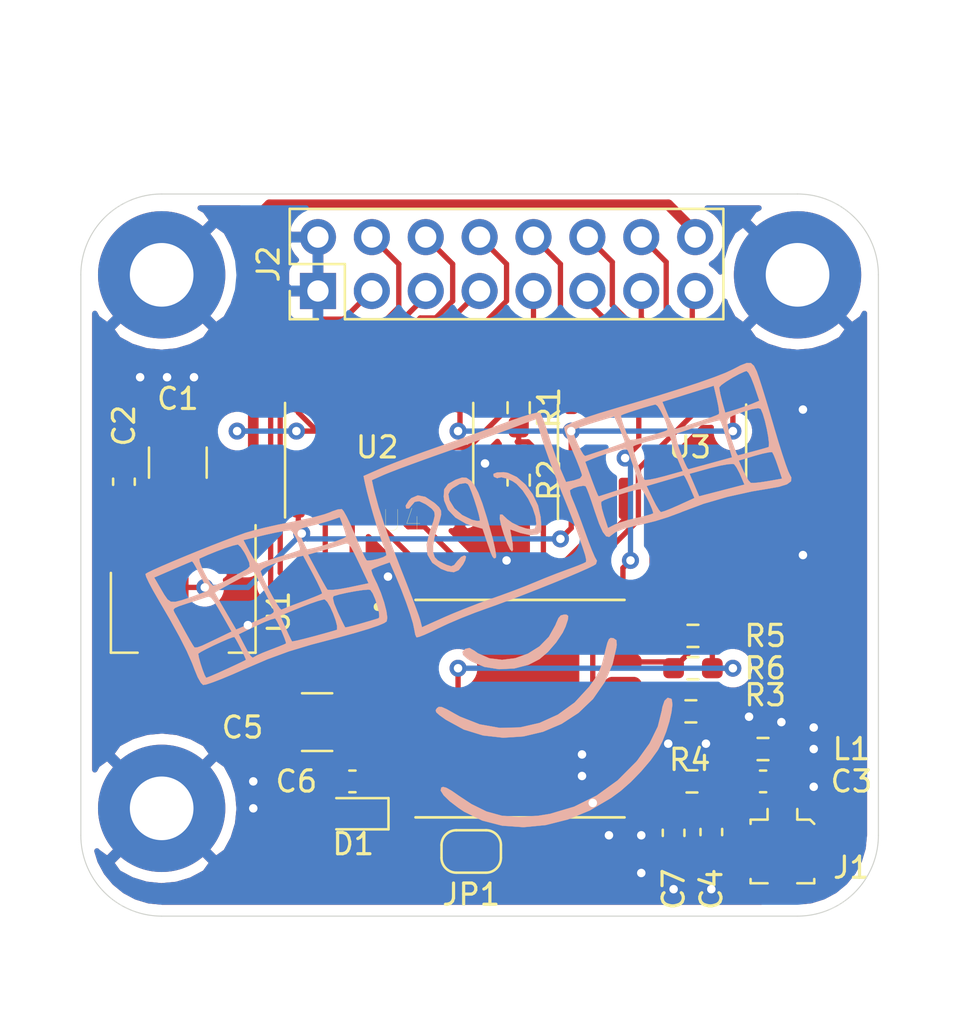
<source format=kicad_pcb>
(kicad_pcb (version 20171130) (host pcbnew 5.1.7-a382d34a8~88~ubuntu16.04.1)

  (general
    (thickness 1.6)
    (drawings 8)
    (tracks 237)
    (zones 0)
    (modules 26)
    (nets 37)
  )

  (page A4)
  (layers
    (0 F.Cu signal)
    (31 B.Cu signal)
    (32 B.Adhes user)
    (33 F.Adhes user)
    (34 B.Paste user)
    (35 F.Paste user)
    (36 B.SilkS user)
    (37 F.SilkS user)
    (38 B.Mask user)
    (39 F.Mask user)
    (40 Dwgs.User user)
    (41 Cmts.User user)
    (42 Eco1.User user)
    (43 Eco2.User user)
    (44 Edge.Cuts user)
    (45 Margin user)
    (46 B.CrtYd user)
    (47 F.CrtYd user)
    (48 B.Fab user)
    (49 F.Fab user)
  )

  (setup
    (last_trace_width 0.25)
    (user_trace_width 0.5)
    (trace_clearance 0.2)
    (zone_clearance 0.508)
    (zone_45_only no)
    (trace_min 0.2)
    (via_size 0.8)
    (via_drill 0.4)
    (via_min_size 0.4)
    (via_min_drill 0.3)
    (uvia_size 0.3)
    (uvia_drill 0.1)
    (uvias_allowed no)
    (uvia_min_size 0.2)
    (uvia_min_drill 0.1)
    (edge_width 0.05)
    (segment_width 0.2)
    (pcb_text_width 0.3)
    (pcb_text_size 1.5 1.5)
    (mod_edge_width 0.12)
    (mod_text_size 1 1)
    (mod_text_width 0.15)
    (pad_size 1.524 1.524)
    (pad_drill 0.762)
    (pad_to_mask_clearance 0)
    (aux_axis_origin 0 0)
    (grid_origin 80.264 118.364)
    (visible_elements FFFFFF7F)
    (pcbplotparams
      (layerselection 0x010fc_ffffffff)
      (usegerberextensions false)
      (usegerberattributes true)
      (usegerberadvancedattributes true)
      (creategerberjobfile true)
      (excludeedgelayer true)
      (linewidth 0.100000)
      (plotframeref false)
      (viasonmask false)
      (mode 1)
      (useauxorigin false)
      (hpglpennumber 1)
      (hpglpenspeed 20)
      (hpglpendiameter 15.000000)
      (psnegative false)
      (psa4output false)
      (plotreference true)
      (plotvalue true)
      (plotinvisibletext false)
      (padsonsilk false)
      (subtractmaskfromsilk false)
      (outputformat 1)
      (mirror false)
      (drillshape 1)
      (scaleselection 1)
      (outputdirectory ""))
  )

  (net 0 "")
  (net 1 GND)
  (net 2 VDD)
  (net 3 "Net-(C3-Pad2)")
  (net 4 "Net-(C3-Pad1)")
  (net 5 VCC)
  (net 6 RF_IN)
  (net 7 "Net-(L1-Pad2)")
  (net 8 VCC_RF)
  (net 9 "Net-(U2-Pad9)")
  (net 10 "Net-(U2-Pad6)")
  (net 11 RTS+SPI_MISO)
  (net 12 CTS+SPI_MOSI)
  (net 13 TXD+SPI_CLK)
  (net 14 RXD+SPI_CS)
  (net 15 "Net-(U3-Pad9)")
  (net 16 "Net-(U3-Pad6)")
  (net 17 I2C_SDA)
  (net 18 I2C_SCL)
  (net 19 AP_REQ)
  (net 20 REQ)
  (net 21 "Net-(U4-Pad15)")
  (net 22 "Net-(JP1-Pad2)")
  (net 23 RDY)
  (net 24 INT)
  (net 25 LNA_EN)
  (net 26 STANDBY)
  (net 27 PPS)
  (net 28 RTS+SPI_MISO_H)
  (net 29 CTS+SPI_MOSI_H)
  (net 30 TXD+SPI_CLK_H)
  (net 31 RXD_SPI_CS_H)
  (net 32 RDY_H)
  (net 33 REQ_H)
  (net 34 AP_REQ_H)
  (net 35 I2C_SCL_H)
  (net 36 I2C_SDA_H)

  (net_class Default "This is the default net class."
    (clearance 0.2)
    (trace_width 0.25)
    (via_dia 0.8)
    (via_drill 0.4)
    (uvia_dia 0.3)
    (uvia_drill 0.1)
    (add_net AP_REQ)
    (add_net AP_REQ_H)
    (add_net CTS+SPI_MOSI)
    (add_net CTS+SPI_MOSI_H)
    (add_net GND)
    (add_net I2C_SCL)
    (add_net I2C_SCL_H)
    (add_net I2C_SDA)
    (add_net I2C_SDA_H)
    (add_net INT)
    (add_net LNA_EN)
    (add_net "Net-(C3-Pad1)")
    (add_net "Net-(C3-Pad2)")
    (add_net "Net-(JP1-Pad2)")
    (add_net "Net-(L1-Pad2)")
    (add_net "Net-(U2-Pad6)")
    (add_net "Net-(U2-Pad9)")
    (add_net "Net-(U3-Pad6)")
    (add_net "Net-(U3-Pad9)")
    (add_net "Net-(U4-Pad15)")
    (add_net PPS)
    (add_net RDY)
    (add_net RDY_H)
    (add_net REQ)
    (add_net REQ_H)
    (add_net RF_IN)
    (add_net RTS+SPI_MISO)
    (add_net RTS+SPI_MISO_H)
    (add_net RXD+SPI_CS)
    (add_net RXD_SPI_CS_H)
    (add_net STANDBY)
    (add_net TXD+SPI_CLK)
    (add_net TXD+SPI_CLK_H)
    (add_net VCC)
    (add_net VCC_RF)
    (add_net VDD)
  )

  (module LC79D:gps_logo (layer B.Cu) (tedit 0) (tstamp 607BD0BD)
    (at 96.266 105.918 230)
    (fp_text reference G*** (at 0 0 50) (layer B.SilkS) hide
      (effects (font (size 1.524 1.524) (thickness 0.3)) (justify mirror))
    )
    (fp_text value LOGO (at 0.75 0 50) (layer B.SilkS) hide
      (effects (font (size 1.524 1.524) (thickness 0.3)) (justify mirror))
    )
    (fp_poly (pts (xy 10.726043 -5.277967) (xy 10.806563 -5.526616) (xy 10.836464 -5.925426) (xy 10.812504 -6.445971)
      (xy 10.77607 -6.767367) (xy 10.547789 -7.689896) (xy 10.128673 -8.566296) (xy 9.537566 -9.379378)
      (xy 8.793311 -10.111951) (xy 7.914753 -10.746829) (xy 6.920735 -11.266822) (xy 5.8301 -11.654742)
      (xy 5.268922 -11.790824) (xy 4.654977 -11.883511) (xy 3.962661 -11.934377) (xy 3.282702 -11.940052)
      (xy 2.705831 -11.897165) (xy 2.645834 -11.888277) (xy 2.220615 -11.79017) (xy 1.758988 -11.634856)
      (xy 1.305514 -11.443806) (xy 0.904753 -11.238487) (xy 0.601267 -11.040369) (xy 0.439616 -10.870921)
      (xy 0.424644 -10.818137) (xy 0.497279 -10.659324) (xy 0.698959 -10.638455) (xy 0.998734 -10.754894)
      (xy 1.128315 -10.832647) (xy 1.836429 -11.176915) (xy 2.692348 -11.38905) (xy 3.674512 -11.463877)
      (xy 3.757084 -11.463781) (xy 4.996782 -11.357554) (xy 6.173753 -11.060899) (xy 7.266866 -10.581998)
      (xy 8.25499 -9.929036) (xy 8.687668 -9.55442) (xy 9.321217 -8.892568) (xy 9.780701 -8.247553)
      (xy 10.091935 -7.566562) (xy 10.280731 -6.79678) (xy 10.356753 -6.139466) (xy 10.399495 -5.682632)
      (xy 10.450213 -5.399805) (xy 10.518664 -5.253334) (xy 10.598149 -5.207906) (xy 10.726043 -5.277967)) (layer B.SilkS) (width 0.01))
    (fp_poly (pts (xy 11.929318 11.832608) (xy 12.055024 11.563495) (xy 12.211345 11.175899) (xy 12.37002 10.741186)
      (xy 12.746356 9.691025) (xy 13.080481 8.823894) (xy 13.381668 8.117512) (xy 13.659193 7.549602)
      (xy 13.813007 7.274819) (xy 13.994799 6.928471) (xy 14.099676 6.647039) (xy 14.11043 6.499172)
      (xy 13.998337 6.402163) (xy 13.725793 6.233906) (xy 13.32448 6.011971) (xy 12.826077 5.753928)
      (xy 12.303667 5.497166) (xy 11.237102 4.957795) (xy 10.294106 4.416412) (xy 9.391729 3.824604)
      (xy 9.169655 3.668023) (xy 8.314367 3.063145) (xy 7.617203 2.583071) (xy 7.069513 2.222264)
      (xy 6.662645 1.975187) (xy 6.387951 1.836301) (xy 6.250384 1.799166) (xy 6.09982 1.887326)
      (xy 5.888159 2.122603) (xy 5.645695 2.461196) (xy 5.402724 2.859303) (xy 5.189542 3.273123)
      (xy 5.158263 3.344596) (xy 5.61016 3.344596) (xy 5.663517 3.15205) (xy 5.79676 2.8865)
      (xy 5.973161 2.603251) (xy 6.155994 2.357603) (xy 6.308531 2.204861) (xy 6.380677 2.184375)
      (xy 6.529403 2.278707) (xy 6.795532 2.453527) (xy 7.117292 2.668207) (xy 7.4195 2.876174)
      (xy 7.637314 3.035468) (xy 7.725626 3.113034) (xy 7.725834 3.114144) (xy 7.684298 3.220926)
      (xy 7.574726 3.468266) (xy 7.419668 3.805417) (xy 7.398329 3.851097) (xy 7.197756 4.236421)
      (xy 7.040511 4.447928) (xy 6.948537 4.479451) (xy 6.709633 4.319476) (xy 6.414898 4.094504)
      (xy 6.111092 3.844186) (xy 5.844976 3.608171) (xy 5.66331 3.42611) (xy 5.61016 3.344596)
      (xy 5.158263 3.344596) (xy 5.118249 3.436027) (xy 4.990604 3.713352) (xy 4.884766 3.886484)
      (xy 4.847925 3.915436) (xy 4.718203 3.866349) (xy 4.48408 3.743375) (xy 4.401025 3.695419)
      (xy 4.027451 3.475005) (xy 4.354959 2.822294) (xy 4.662823 2.231874) (xy 4.978598 1.666585)
      (xy 5.27693 1.168873) (xy 5.532468 0.781184) (xy 5.706191 0.56005) (xy 5.863123 0.367191)
      (xy 5.926667 0.237771) (xy 5.835656 0.161252) (xy 5.590571 0.026629) (xy 5.233335 -0.144271)
      (xy 4.966833 -0.261911) (xy 4.466703 -0.49358) (xy 3.873066 -0.794997) (xy 3.270798 -1.121973)
      (xy 2.876625 -1.350119) (xy 2.348579 -1.660046) (xy 1.749806 -2.000882) (xy 1.108859 -2.357471)
      (xy 0.454292 -2.714653) (xy -0.185341 -3.057272) (xy -0.781484 -3.370168) (xy -1.305585 -3.638185)
      (xy -1.729089 -3.846164) (xy -2.023442 -3.978947) (xy -2.15599 -4.021667) (xy -2.305182 -3.959049)
      (xy -2.328333 -3.896662) (xy -2.379466 -3.760493) (xy -2.51843 -3.484268) (xy -2.723575 -3.109087)
      (xy -2.955567 -2.706037) (xy -3.22622 -2.239237) (xy -3.474733 -1.798122) (xy -3.670288 -1.438107)
      (xy -3.768919 -1.243542) (xy -3.904444 -0.996512) (xy -4.018784 -0.857696) (xy -4.044992 -0.846667)
      (xy -4.210699 -0.904783) (xy -4.423111 -1.039213) (xy -4.59871 -1.19008) (xy -4.656666 -1.285194)
      (xy -4.603227 -1.408831) (xy -4.458308 -1.670239) (xy -4.245008 -2.029216) (xy -4.025051 -2.384436)
      (xy -3.708437 -2.915712) (xy -3.524522 -3.299079) (xy -3.469543 -3.548435) (xy -3.539739 -3.677679)
      (xy -3.667828 -3.704167) (xy -3.92161 -3.766894) (xy -4.278456 -3.961347) (xy -4.754042 -4.296931)
      (xy -5.08 -4.551551) (xy -5.511884 -4.86579) (xy -6.038147 -5.203058) (xy -6.559656 -5.500613)
      (xy -6.6675 -5.556327) (xy -7.59113 -6.078575) (xy -8.564675 -6.730596) (xy -9.521221 -7.465658)
      (xy -10.049005 -7.91802) (xy -10.493232 -8.290011) (xy -10.822258 -8.501195) (xy -11.052238 -8.55674)
      (xy -11.199325 -8.461817) (xy -11.262201 -8.306292) (xy -11.339998 -8.140082) (xy -11.518507 -7.8301)
      (xy -11.778701 -7.40712) (xy -12.040726 -6.997098) (xy -11.535833 -6.997098) (xy -11.484124 -7.129822)
      (xy -11.350233 -7.380296) (xy -11.20834 -7.619898) (xy -10.880846 -8.152143) (xy -10.351207 -7.708704)
      (xy -10.071774 -7.46341) (xy -9.864655 -7.260403) (xy -9.779553 -7.151591) (xy -9.798741 -6.998331)
      (xy -9.893705 -6.730153) (xy -9.979172 -6.540133) (xy -10.220807 -6.042348) (xy -10.87832 -6.474445)
      (xy -11.195846 -6.694447) (xy -11.429168 -6.877709) (xy -11.533944 -6.988982) (xy -11.535833 -6.997098)
      (xy -12.040726 -6.997098) (xy -12.101555 -6.901912) (xy -12.468042 -6.345251) (xy -12.554551 -6.216083)
      (xy -12.938856 -5.639407) (xy -13.180177 -5.27135) (xy -12.75272 -5.27135) (xy -12.637761 -5.494951)
      (xy -12.445682 -5.784996) (xy -12.212753 -6.096188) (xy -11.975244 -6.383228) (xy -11.769424 -6.600819)
      (xy -11.631563 -6.703661) (xy -11.605669 -6.703936) (xy -11.457621 -6.608282) (xy -11.199327 -6.431978)
      (xy -10.95375 -6.260347) (xy -10.668639 -6.058958) (xy -10.572271 -5.990754) (xy -9.948333 -5.990754)
      (xy -9.902521 -6.17732) (xy -9.787778 -6.456932) (xy -9.737235 -6.560553) (xy -9.526136 -6.97434)
      (xy -8.629289 -6.33463) (xy -7.732442 -5.694921) (xy -8.253276 -4.667105) (xy -9.100805 -5.250923)
      (xy -9.464276 -5.516469) (xy -9.749778 -5.753918) (xy -9.918816 -5.929669) (xy -9.948333 -5.990754)
      (xy -10.572271 -5.990754) (xy -10.460736 -5.911816) (xy -10.383425 -5.856784) (xy -10.408658 -5.756869)
      (xy -10.523198 -5.536308) (xy -10.694453 -5.247498) (xy -10.889832 -4.942836) (xy -11.076743 -4.674718)
      (xy -11.222596 -4.495542) (xy -11.24159 -4.477127) (xy -11.350245 -4.402248) (xy -11.477363 -4.395949)
      (xy -11.671059 -4.471772) (xy -11.979447 -4.643258) (xy -12.113554 -4.722537) (xy -12.479449 -4.961656)
      (xy -12.699898 -5.152996) (xy -12.75272 -5.27135) (xy -13.180177 -5.27135) (xy -13.295044 -5.096159)
      (xy -13.601308 -4.620287) (xy -13.83584 -4.245738) (xy -13.976834 -4.006459) (xy -13.989963 -3.981616)
      (xy -14.103262 -3.719687) (xy -14.107282 -3.611083) (xy -13.691724 -3.611083) (xy -13.686379 -3.731757)
      (xy -13.58608 -3.978181) (xy -13.412055 -4.299174) (xy -13.393595 -4.329819) (xy -13.003325 -4.972272)
      (xy -12.666454 -4.798253) (xy -12.353012 -4.622623) (xy -12.004931 -4.408903) (xy -11.935863 -4.363892)
      (xy -11.610782 -4.148935) (xy -11.107304 -4.148935) (xy -11.054905 -4.265541) (xy -10.91083 -4.511237)
      (xy -10.702466 -4.840108) (xy -10.622424 -4.961837) (xy -10.132348 -5.700388) (xy -9.273049 -5.106175)
      (xy -8.905558 -4.852076) (xy -8.609278 -4.647262) (xy -8.423256 -4.518723) (xy -8.400003 -4.502682)
      (xy -8.02399 -4.502682) (xy -7.998906 -4.603225) (xy -7.899006 -4.83428) (xy -7.79236 -5.053142)
      (xy -7.527156 -5.576497) (xy -6.787035 -5.223971) (xy -6.429473 -5.046505) (xy -6.153529 -4.896127)
      (xy -6.009558 -4.800605) (xy -6.001024 -4.790514) (xy -6.017712 -4.65913) (xy -6.106747 -4.396914)
      (xy -6.231942 -4.099086) (xy -6.50875 -3.488588) (xy -7.249583 -3.982083) (xy -7.591352 -4.210272)
      (xy -7.858423 -4.389578) (xy -8.007599 -4.490961) (xy -8.02399 -4.502682) (xy -8.400003 -4.502682)
      (xy -8.380176 -4.489005) (xy -8.400957 -4.388042) (xy -8.501612 -4.162748) (xy -8.65219 -3.869736)
      (xy -8.822738 -3.56562) (xy -8.983306 -3.307013) (xy -9.065887 -3.192905) (xy -9.263999 -2.948247)
      (xy -10.183054 -3.511415) (xy -10.56769 -3.753664) (xy -10.874311 -3.959236) (xy -11.064335 -4.101519)
      (xy -11.107304 -4.148935) (xy -11.610782 -4.148935) (xy -11.542144 -4.103549) (xy -11.857858 -3.644674)
      (xy -12.057142 -3.371241) (xy -12.221121 -3.17438) (xy -12.281786 -3.118919) (xy -12.421777 -3.12468)
      (xy -12.689355 -3.193791) (xy -13.018822 -3.303321) (xy -13.344485 -3.430337) (xy -13.600645 -3.551907)
      (xy -13.691724 -3.611083) (xy -14.107282 -3.611083) (xy -14.110328 -3.528819) (xy -13.986122 -3.37394)
      (xy -13.705606 -3.219975) (xy -13.338158 -3.068542) (xy -12.982013 -2.901501) (xy -12.929059 -2.872413)
      (xy -12.163804 -2.872413) (xy -11.774311 -3.394123) (xy -11.556857 -3.668398) (xy -11.382776 -3.857363)
      (xy -11.300418 -3.915834) (xy -11.179584 -3.863113) (xy -10.923523 -3.721358) (xy -10.575578 -3.515177)
      (xy -10.344051 -3.372844) (xy -9.966569 -3.136653) (xy -9.661655 -2.943747) (xy -9.476223 -2.823994)
      (xy -8.995833 -2.823994) (xy -8.941002 -2.938894) (xy -8.808019 -3.144349) (xy -8.797987 -3.158663)
      (xy -8.624721 -3.432462) (xy -8.430599 -3.777584) (xy -8.372399 -3.889578) (xy -8.144658 -4.339573)
      (xy -7.41059 -3.836661) (xy -7.074269 -3.594524) (xy -6.838714 -3.40446) (xy -6.244166 -3.40446)
      (xy -6.203974 -3.570185) (xy -6.103651 -3.832442) (xy -5.973579 -4.124724) (xy -5.84414 -4.380527)
      (xy -5.745715 -4.533346) (xy -5.720466 -4.550834) (xy -5.605887 -4.490366) (xy -5.374489 -4.331303)
      (xy -5.074838 -4.107153) (xy -5.053729 -4.090798) (xy -4.704296 -3.835921) (xy -4.371851 -3.620787)
      (xy -4.142722 -3.498805) (xy -3.824151 -3.366849) (xy -4.143653 -2.847591) (xy -4.334204 -2.566296)
      (xy -4.495392 -2.377729) (xy -4.571974 -2.328334) (xy -4.719761 -2.382218) (xy -4.980561 -2.522597)
      (xy -5.304786 -2.717557) (xy -5.642847 -2.935186) (xy -5.945155 -3.143572) (xy -6.162121 -3.310803)
      (xy -6.244166 -3.40446) (xy -6.838714 -3.40446) (xy -6.817842 -3.387619) (xy -6.682861 -3.250329)
      (xy -6.672011 -3.225509) (xy -6.720793 -3.075492) (xy -6.851213 -2.817623) (xy -7.029669 -2.507048)
      (xy -7.222558 -2.198915) (xy -7.396278 -1.948371) (xy -7.517225 -1.810562) (xy -7.541121 -1.799167)
      (xy -7.663694 -1.855843) (xy -7.898733 -2.002101) (xy -8.195624 -2.202282) (xy -8.503751 -2.420729)
      (xy -8.772499 -2.621784) (xy -8.951253 -2.769789) (xy -8.995833 -2.823994) (xy -9.476223 -2.823994)
      (xy -9.470646 -2.820393) (xy -9.427971 -2.790745) (xy -9.450136 -2.68468) (xy -9.550811 -2.444643)
      (xy -9.705135 -2.128693) (xy -10.026412 -1.50575) (xy -11.095108 -2.189081) (xy -12.163804 -2.872413)
      (xy -12.929059 -2.872413) (xy -12.469675 -2.620072) (xy -11.816583 -2.233742) (xy -11.038177 -1.751996)
      (xy -10.583141 -1.461195) (xy -9.730985 -1.461195) (xy -9.65643 -1.702931) (xy -9.529624 -1.995508)
      (xy -9.380936 -2.274854) (xy -9.240736 -2.476897) (xy -9.151461 -2.54) (xy -9.042558 -2.484216)
      (xy -8.805336 -2.335943) (xy -8.485076 -2.123798) (xy -8.382614 -2.054059) (xy -8.053746 -1.8204)
      (xy -7.876295 -1.682767) (xy -7.239992 -1.682767) (xy -7.184556 -1.80781) (xy -7.168335 -1.833403)
      (xy -7.029692 -2.057682) (xy -6.839719 -2.375582) (xy -6.72787 -2.566459) (xy -6.55478 -2.843613)
      (xy -6.417705 -3.026195) (xy -6.363664 -3.069167) (xy -6.24696 -3.01695) (xy -5.996617 -2.877435)
      (xy -5.657971 -2.676327) (xy -5.500596 -2.579851) (xy -5.14413 -2.358669) (xy -4.864257 -2.18374)
      (xy -4.703602 -2.081761) (xy -4.681793 -2.066991) (xy -4.718018 -1.971591) (xy -4.838744 -1.738173)
      (xy -5.020744 -1.410923) (xy -5.090412 -1.289663) (xy -5.526822 -0.535878) (xy -5.844026 -0.69991)
      (xy -6.106065 -0.846615) (xy -6.457763 -1.057479) (xy -6.73894 -1.2335) (xy -7.047073 -1.437369)
      (xy -7.204127 -1.573206) (xy -7.239992 -1.682767) (xy -7.876295 -1.682767) (xy -7.805783 -1.628078)
      (xy -7.6804 -1.509973) (xy -7.672916 -1.494128) (xy -7.721353 -1.343657) (xy -7.841781 -1.097703)
      (xy -7.99688 -0.821336) (xy -8.14933 -0.579623) (xy -8.261809 -0.437633) (xy -8.287083 -0.423334)
      (xy -8.398161 -0.476775) (xy -8.631426 -0.614505) (xy -8.933462 -0.802631) (xy -9.250855 -1.007262)
      (xy -9.530188 -1.194504) (xy -9.718046 -1.330467) (xy -9.722918 -1.334372) (xy -9.730985 -1.461195)
      (xy -10.583141 -1.461195) (xy -10.149897 -1.184321) (xy -9.167183 -0.540202) (xy -8.668147 -0.207293)
      (xy -8.043179 -0.207293) (xy -7.756626 -0.791563) (xy -7.600259 -1.097355) (xy -7.479892 -1.308849)
      (xy -7.42714 -1.375834) (xy -7.323956 -1.324171) (xy -7.084006 -1.185907) (xy -6.750326 -0.986125)
      (xy -6.576062 -0.879771) (xy -6.213561 -0.656841) (xy -5.92584 -0.479117) (xy -5.755894 -0.373192)
      (xy -5.729136 -0.355921) (xy -5.733851 -0.243785) (xy -5.815312 -0.012123) (xy -5.943376 0.275899)
      (xy -6.087901 0.557111) (xy -6.218745 0.768346) (xy -6.302979 0.846666) (xy -6.442665 0.79182)
      (xy -6.710564 0.645027) (xy -7.059547 0.432909) (xy -7.235927 0.319687) (xy -8.043179 -0.207293)
      (xy -8.668147 -0.207293) (xy -8.519583 -0.108186) (xy -7.722249 0.416901) (xy -7.078989 0.818412)
      (xy -6.593197 1.094376) (xy -6.268268 1.242822) (xy -6.145508 1.27) (xy -6.057572 1.180793)
      (xy -5.903401 0.939549) (xy -5.706714 0.585833) (xy -5.541958 0.263225) (xy -5.326171 -0.161899)
      (xy -5.134158 -0.517591) (xy -4.990608 -0.75937) (xy -4.930458 -0.838501) (xy -4.76559 -0.84465)
      (xy -4.514991 -0.693393) (xy -4.214565 -0.453334) (xy -4.501561 0.117291) (xy -4.692476 0.469352)
      (xy -4.955774 0.91937) (xy -5.245567 1.389762) (xy -5.357612 1.564683) (xy -5.600808 1.95376)
      (xy -5.79215 2.287235) (xy -5.906087 2.519053) (xy -5.909931 2.532378) (xy -5.58319 2.532378)
      (xy -5.077154 1.768897) (xy -4.850103 1.406424) (xy -4.556676 0.9088) (xy -4.227274 0.329122)
      (xy -3.892297 -0.279515) (xy -3.71839 -0.604179) (xy -3.356523 -1.283699) (xy -3.063894 -1.823188)
      (xy -2.813117 -2.270938) (xy -2.576804 -2.675245) (xy -2.327569 -3.084401) (xy -2.155476 -3.360209)
      (xy -2.017791 -3.537589) (xy -1.927339 -3.598334) (xy -1.805176 -3.548133) (xy -1.550377 -3.41478)
      (xy -1.211732 -3.224151) (xy -1.10957 -3.164644) (xy -0.623346 -2.888325) (xy -0.079343 -2.592557)
      (xy 0.370417 -2.358859) (xy 0.771625 -2.147734) (xy 1.280807 -1.865985) (xy 1.825786 -1.554106)
      (xy 2.230534 -1.315229) (xy 2.796496 -0.986772) (xy 3.426461 -0.638742) (xy 4.029281 -0.320757)
      (xy 4.371398 -0.149802) (xy 5.39298 0.34409) (xy 5.183878 0.637745) (xy 5.070065 0.820066)
      (xy 4.875957 1.155328) (xy 4.620617 1.609572) (xy 4.323107 2.148843) (xy 4.002489 2.739181)
      (xy 3.96153 2.815257) (xy 3.368461 3.894218) (xy 2.842964 4.798297) (xy 2.372258 5.548434)
      (xy 1.943564 6.165571) (xy 1.805012 6.348944) (xy 1.601184 6.612472) (xy 1.031924 6.333281)
      (xy 0.767096 6.193979) (xy 0.358173 5.967144) (xy -0.157406 5.674097) (xy -0.742203 5.336158)
      (xy -1.358781 4.974648) (xy -1.488459 4.897931) (xy -2.15233 4.506079) (xy -2.834463 4.106134)
      (xy -3.485393 3.726911) (xy -4.055652 3.397225) (xy -4.495773 3.14589) (xy -4.511387 3.137076)
      (xy -5.58319 2.532378) (xy -5.909931 2.532378) (xy -5.926666 2.590388) (xy -5.838965 2.692493)
      (xy -5.597708 2.872935) (xy -5.235671 3.109631) (xy -4.785627 3.380493) (xy -4.577291 3.499671)
      (xy -4.000543 3.828269) (xy -3.312991 4.225636) (xy -2.584867 4.650865) (xy -1.886402 5.063049)
      (xy -1.5875 5.241138) (xy -0.987385 5.594991) (xy -0.380979 5.943658) (xy 0.18075 6.258445)
      (xy 0.646837 6.51066) (xy 0.879313 6.629899) (xy 1.705709 7.037539) (xy 1.916104 6.773144)
      (xy 2.156483 6.45271) (xy 2.457018 6.025815) (xy 2.782481 5.54551) (xy 3.097641 5.064848)
      (xy 3.367271 4.636879) (xy 3.556139 4.314657) (xy 3.585109 4.259792) (xy 3.731597 3.996508)
      (xy 3.845446 3.834585) (xy 3.879034 3.81) (xy 4.040584 3.868611) (xy 4.26854 4.009358)
      (xy 4.490583 4.179612) (xy 4.634394 4.326745) (xy 4.654395 4.374257) (xy 4.606534 4.512351)
      (xy 4.478195 4.79459) (xy 4.289381 5.17882) (xy 4.12647 5.494885) (xy 4.617645 5.494885)
      (xy 4.660866 5.317317) (xy 4.777544 5.025794) (xy 4.977006 4.582065) (xy 4.977674 4.580606)
      (xy 5.423771 3.606799) (xy 6.177927 4.19886) (xy 6.507606 4.472338) (xy 6.743755 4.694906)
      (xy 7.33514 4.694906) (xy 7.349006 4.530262) (xy 7.445111 4.267762) (xy 7.593201 3.962651)
      (xy 7.76302 3.670174) (xy 7.924315 3.445574) (xy 8.046831 3.344099) (xy 8.073356 3.346908)
      (xy 8.212784 3.437332) (xy 8.479468 3.618047) (xy 8.82742 3.857732) (xy 9.022292 3.99324)
      (xy 9.376498 4.244602) (xy 9.653797 4.449515) (xy 9.816074 4.579377) (xy 9.8425 4.608695)
      (xy 9.799559 4.719029) (xy 9.687902 4.962374) (xy 9.557591 5.232896) (xy 9.272681 5.813816)
      (xy 8.327322 5.315368) (xy 7.924119 5.093638) (xy 7.596608 4.896327) (xy 7.387475 4.750131)
      (xy 7.33514 4.694906) (xy 6.743755 4.694906) (xy 6.756963 4.707354) (xy 6.889866 4.868457)
      (xy 6.901717 4.909002) (xy 6.85055 5.057201) (xy 6.741317 5.347) (xy 6.594805 5.723572)
      (xy 6.547424 5.843418) (xy 6.223498 6.659753) (xy 5.560242 6.213835) (xy 5.211957 5.98175)
      (xy 4.913498 5.786553) (xy 4.724625 5.667286) (xy 4.714282 5.661165) (xy 4.638558 5.59675)
      (xy 4.617645 5.494885) (xy 4.12647 5.494885) (xy 4.07801 5.588901) (xy 3.85583 6.030767)
      (xy 3.683291 6.412065) (xy 3.59415 6.648475) (xy 3.912983 6.648475) (xy 4.145563 6.234654)
      (xy 4.297387 5.986237) (xy 4.410879 5.839152) (xy 4.43803 5.821826) (xy 4.554551 5.872051)
      (xy 4.794181 6.000981) (xy 5.027084 6.135067) (xy 5.371637 6.347679) (xy 5.680294 6.553641)
      (xy 5.815119 6.652884) (xy 6.001026 6.800515) (xy 6.411843 6.800515) (xy 6.777797 5.888081)
      (xy 6.943198 5.490939) (xy 7.083903 5.181049) (xy 7.179547 5.001933) (xy 7.205061 4.974907)
      (xy 7.318289 5.02367) (xy 7.569893 5.154852) (xy 7.915115 5.344734) (xy 8.09847 5.448358)
      (xy 8.477346 5.661997) (xy 8.788223 5.833076) (xy 8.925569 5.905186) (xy 9.525 5.905186)
      (xy 9.568102 5.770078) (xy 9.675788 5.527498) (xy 9.815623 5.242046) (xy 9.955175 4.97832)
      (xy 10.062012 4.80092) (xy 10.098699 4.7625) (xy 10.204126 4.810704) (xy 10.443265 4.937608)
      (xy 10.766188 5.116653) (xy 10.795 5.132916) (xy 11.131929 5.316227) (xy 11.399447 5.448679)
      (xy 11.542542 5.503138) (xy 11.546001 5.503333) (xy 11.622501 5.535498) (xy 11.625082 5.656213)
      (xy 11.54738 5.901806) (xy 11.420776 6.218296) (xy 11.199886 6.749818) (xy 10.362443 6.373197)
      (xy 9.985948 6.194058) (xy 9.697196 6.037976) (xy 9.540648 5.929799) (xy 9.525 5.905186)
      (xy 8.925569 5.905186) (xy 8.984112 5.935922) (xy 9.022515 5.953199) (xy 9.019712 6.053553)
      (xy 8.948337 6.295317) (xy 8.828685 6.627793) (xy 8.681049 7.000284) (xy 8.525724 7.36209)
      (xy 8.383003 7.662514) (xy 8.273181 7.850858) (xy 8.253576 7.874156) (xy 8.122166 7.870079)
      (xy 7.86484 7.766058) (xy 7.526843 7.586676) (xy 7.15342 7.356515) (xy 6.789814 7.100158)
      (xy 6.699057 7.029531) (xy 6.411843 6.800515) (xy 6.001026 6.800515) (xy 6.073987 6.858454)
      (xy 5.87842 7.292144) (xy 5.740307 7.55306) (xy 5.618954 7.707644) (xy 5.581865 7.725833)
      (xy 5.443649 7.665756) (xy 5.21149 7.51398) (xy 5.09523 7.427383) (xy 4.747453 7.174742)
      (xy 4.379058 6.930408) (xy 4.311283 6.888704) (xy 3.912983 6.648475) (xy 3.59415 6.648475)
      (xy 3.578397 6.690252) (xy 3.557349 6.819181) (xy 3.680947 6.946511) (xy 3.925892 7.097296)
      (xy 4.025289 7.145383) (xy 4.261292 7.282396) (xy 4.613848 7.525091) (xy 5.038758 7.841448)
      (xy 5.243061 8.002883) (xy 5.863889 8.002883) (xy 5.883067 7.855688) (xy 5.974058 7.615319)
      (xy 6.100291 7.357518) (xy 6.225197 7.158023) (xy 6.304264 7.090833) (xy 6.404223 7.144778)
      (xy 6.638854 7.289195) (xy 6.966172 7.497962) (xy 7.140618 7.611227) (xy 7.507444 7.847029)
      (xy 7.811897 8.035977) (xy 7.924914 8.101572) (xy 8.490649 8.101572) (xy 8.517878 8.001974)
      (xy 8.608747 7.760489) (xy 8.741692 7.428991) (xy 8.895148 7.059353) (xy 9.047552 6.703448)
      (xy 9.177338 6.413149) (xy 9.262943 6.240331) (xy 9.267676 6.232421) (xy 9.309725 6.174255)
      (xy 9.370772 6.154635) (xy 9.488968 6.186147) (xy 9.702466 6.281378) (xy 10.049415 6.452915)
      (xy 10.266128 6.561814) (xy 10.790436 6.825432) (xy 11.43 6.825432) (xy 11.467607 6.699618)
      (xy 11.561016 6.461268) (xy 11.681105 6.177905) (xy 11.798755 5.917049) (xy 11.884845 5.746222)
      (xy 11.908901 5.715) (xy 12.01086 5.757217) (xy 12.260647 5.870655) (xy 12.615003 6.035496)
      (xy 12.848368 6.145414) (xy 13.239734 6.33371) (xy 13.546728 6.487464) (xy 13.727628 6.58545)
      (xy 13.758334 6.608334) (xy 13.706582 6.743338) (xy 13.578452 6.975229) (xy 13.414632 7.239509)
      (xy 13.255809 7.471677) (xy 13.142671 7.607235) (xy 13.120149 7.62) (xy 12.97555 7.578413)
      (xy 12.709001 7.470526) (xy 12.374338 7.321648) (xy 12.025401 7.157089) (xy 11.716025 7.002159)
      (xy 11.500049 6.882169) (xy 11.43 6.825432) (xy 10.790436 6.825432) (xy 11.10839 6.985296)
      (xy 10.77725 7.911189) (xy 10.63024 8.318144) (xy 10.510599 8.641677) (xy 10.448612 8.801853)
      (xy 10.723914 8.801853) (xy 10.771072 8.604213) (xy 10.872819 8.296287) (xy 11.036161 7.847308)
      (xy 11.229669 7.329109) (xy 11.318813 7.091135) (xy 11.877115 7.341892) (xy 12.244186 7.507779)
      (xy 12.578138 7.660382) (xy 12.726459 7.729146) (xy 12.931837 7.849169) (xy 13.0175 7.946348)
      (xy 13.0175 7.946491) (xy 12.981327 8.077171) (xy 12.885452 8.350793) (xy 12.748843 8.713795)
      (xy 12.714309 8.802628) (xy 12.561113 9.197048) (xy 12.433004 9.531735) (xy 12.354122 9.743523)
      (xy 12.347263 9.762996) (xy 12.29395 9.847769) (xy 12.190623 9.850411) (xy 11.996293 9.758337)
      (xy 11.669973 9.55896) (xy 11.657936 9.551329) (xy 11.313061 9.333727) (xy 11.017426 9.149229)
      (xy 10.839914 9.040721) (xy 10.765341 8.98934) (xy 10.724339 8.919973) (xy 10.723914 8.801853)
      (xy 10.448612 8.801853) (xy 10.435467 8.835817) (xy 10.41961 8.870459) (xy 10.321076 8.844933)
      (xy 10.079042 8.757953) (xy 9.745132 8.630097) (xy 9.37097 8.481941) (xy 9.008182 8.334064)
      (xy 8.708391 8.207044) (xy 8.523222 8.121457) (xy 8.490649 8.101572) (xy 7.924914 8.101572)
      (xy 8.007221 8.149342) (xy 8.046512 8.167865) (xy 8.070541 8.279321) (xy 8.007335 8.540954)
      (xy 7.905458 8.818067) (xy 7.655672 9.432025) (xy 6.786763 8.787769) (xy 6.416215 8.503632)
      (xy 6.112953 8.25346) (xy 5.916311 8.070704) (xy 5.863889 8.002883) (xy 5.243061 8.002883)
      (xy 5.491824 8.199448) (xy 5.580097 8.271721) (xy 6.061177 8.657332) (xy 6.549412 9.0303)
      (xy 6.99053 9.350258) (xy 7.195444 9.486928) (xy 7.981469 9.486928) (xy 7.990696 9.317612)
      (xy 8.071804 9.034781) (xy 8.145907 8.844688) (xy 8.294094 8.541737) (xy 8.417897 8.407733)
      (xy 8.54698 8.406725) (xy 8.733797 8.477421) (xy 9.051271 8.599368) (xy 9.43283 8.746988)
      (xy 9.457089 8.756406) (xy 9.816972 8.909444) (xy 10.091144 9.050942) (xy 10.225783 9.152754)
      (xy 10.229823 9.160477) (xy 10.216658 9.311338) (xy 10.135607 9.569165) (xy 10.013238 9.873494)
      (xy 9.876121 10.163866) (xy 9.750822 10.37982) (xy 9.663912 10.460894) (xy 9.658968 10.459549)
      (xy 9.279357 10.276071) (xy 8.877796 10.063533) (xy 8.5015 9.849313) (xy 8.197686 9.660785)
      (xy 8.013568 9.525325) (xy 7.981469 9.486928) (xy 7.195444 9.486928) (xy 7.330258 9.576843)
      (xy 7.355417 9.592124) (xy 7.780341 9.840027) (xy 8.291966 10.127451) (xy 8.859854 10.43849)
      (xy 9.243833 10.644637) (xy 9.977842 10.644637) (xy 9.998675 10.54179) (xy 10.084129 10.306824)
      (xy 10.20886 9.999215) (xy 10.347523 9.678439) (xy 10.474774 9.403971) (xy 10.565268 9.235289)
      (xy 10.58956 9.209116) (xy 10.703343 9.258829) (xy 10.945923 9.390931) (xy 11.265612 9.577228)
      (xy 11.277476 9.584332) (xy 11.693906 9.837215) (xy 11.953814 10.023699) (xy 12.080555 10.188951)
      (xy 12.097484 10.378142) (xy 12.027955 10.636439) (xy 11.94378 10.873013) (xy 11.71104 11.519864)
      (xy 10.856145 11.092213) (xy 10.476645 10.901524) (xy 10.17806 10.749891) (xy 10.004166 10.659619)
      (xy 9.977842 10.644637) (xy 9.243833 10.644637) (xy 9.453572 10.757239) (xy 10.042682 11.067794)
      (xy 10.596749 11.354249) (xy 11.085338 11.600699) (xy 11.478013 11.791239) (xy 11.744338 11.909964)
      (xy 11.852034 11.941961) (xy 11.929318 11.832608)) (layer B.SilkS) (width 0.01))
    (fp_poly (pts (xy 7.977846 -2.66393) (xy 8.03188 -2.749725) (xy 8.039776 -2.950477) (xy 8.011598 -3.313447)
      (xy 8.01105 -3.319325) (xy 7.821873 -4.262808) (xy 7.451931 -5.139534) (xy 6.925604 -5.931751)
      (xy 6.267272 -6.621704) (xy 5.501315 -7.191642) (xy 4.652113 -7.623811) (xy 3.744045 -7.900458)
      (xy 2.801492 -8.00383) (xy 1.848834 -7.916173) (xy 1.732339 -7.891374) (xy 0.947887 -7.652113)
      (xy 0.245025 -7.293459) (xy 0.134358 -7.223072) (xy -0.027142 -7.071267) (xy -0.012905 -6.904893)
      (xy 0.000907 -6.877472) (xy 0.0662 -6.788614) (xy 0.164173 -6.765967) (xy 0.33856 -6.819302)
      (xy 0.633095 -6.958388) (xy 0.844585 -7.065964) (xy 1.27218 -7.269486) (xy 1.635923 -7.392442)
      (xy 2.031685 -7.459898) (xy 2.477841 -7.493009) (xy 3.485351 -7.446416) (xy 4.428581 -7.209091)
      (xy 5.287222 -6.79735) (xy 6.040967 -6.227509) (xy 6.669508 -5.515884) (xy 7.152537 -4.678792)
      (xy 7.469746 -3.732548) (xy 7.528684 -3.434927) (xy 7.605492 -3.025499) (xy 7.677132 -2.785111)
      (xy 7.76138 -2.67238) (xy 7.867609 -2.645834) (xy 7.977846 -2.66393)) (layer B.SilkS) (width 0.01))
    (fp_poly (pts (xy 5.149492 -1.979803) (xy 5.156655 -2.250679) (xy 5.127672 -2.485169) (xy 4.936037 -3.109689)
      (xy 4.575535 -3.708413) (xy 4.087963 -4.234976) (xy 3.51512 -4.64301) (xy 2.982555 -4.864767)
      (xy 2.471255 -4.949421) (xy 1.886207 -4.960404) (xy 1.330092 -4.900034) (xy 1.024 -4.820535)
      (xy 0.702261 -4.693984) (xy 0.557437 -4.593086) (xy 0.562336 -4.487431) (xy 0.641684 -4.392959)
      (xy 0.762603 -4.307956) (xy 0.92309 -4.302964) (xy 1.193324 -4.37943) (xy 1.270384 -4.405903)
      (xy 1.893903 -4.525325) (xy 2.528019 -4.475604) (xy 3.137984 -4.278765) (xy 3.689045 -3.956829)
      (xy 4.146453 -3.531821) (xy 4.475458 -3.025763) (xy 4.641309 -2.460678) (xy 4.654343 -2.261302)
      (xy 4.701988 -1.996428) (xy 4.858383 -1.877064) (xy 4.868228 -1.874363) (xy 5.057513 -1.864166)
      (xy 5.149492 -1.979803)) (layer B.SilkS) (width 0.01))
    (fp_poly (pts (xy -2.227323 2.337943) (xy -2.2225 2.284236) (xy -2.268379 2.137703) (xy -2.311345 2.116666)
      (xy -2.426534 2.024117) (xy -2.540167 1.79583) (xy -2.622493 1.50585) (xy -2.645833 1.284229)
      (xy -2.595682 0.855811) (xy -2.461694 0.400626) (xy -2.268567 -0.03397) (xy -2.040999 -0.400622)
      (xy -1.803688 -0.651972) (xy -1.58969 -0.740834) (xy -1.457637 -0.646807) (xy -1.317722 -0.407231)
      (xy -1.19361 -0.085862) (xy -1.10897 0.253544) (xy -1.087469 0.547233) (xy -1.093136 0.596795)
      (xy -1.108022 0.864062) (xy -1.037467 0.941703) (xy -0.885296 0.832014) (xy -0.655333 0.537291)
      (xy -0.438915 0.203998) (xy -0.208529 -0.19811) (xy -0.085678 -0.473708) (xy -0.069579 -0.609723)
      (xy -0.15945 -0.593081) (xy -0.354509 -0.410707) (xy -0.467951 -0.281141) (xy -0.810348 0.125635)
      (xy -0.996472 -0.361724) (xy -1.203221 -0.757883) (xy -1.449883 -0.998699) (xy -1.647384 -1.058334)
      (xy -1.755748 -0.989112) (xy -1.96223 -0.809389) (xy -2.172795 -0.606723) (xy -2.518596 -0.155368)
      (xy -2.762201 0.376447) (xy -2.893599 0.936036) (xy -2.902777 1.470713) (xy -2.779723 1.927791)
      (xy -2.684523 2.086204) (xy -2.470926 2.323738) (xy -2.309208 2.411645) (xy -2.227323 2.337943)) (layer B.SilkS) (width 0.01))
    (fp_poly (pts (xy -0.263853 3.723297) (xy 0.021329 3.519326) (xy 0.154102 3.37289) (xy 0.364919 2.965711)
      (xy 0.421307 2.458434) (xy 0.321816 1.897243) (xy 0.209615 1.60301) (xy 0.000546 1.14227)
      (xy 0.37069 0.542589) (xy 0.592876 0.171617) (xy 0.707475 -0.056245) (xy 0.725757 -0.173033)
      (xy 0.658987 -0.210782) (xy 0.635975 -0.211667) (xy 0.533033 -0.130244) (xy 0.344818 0.087943)
      (xy 0.10382 0.403773) (xy -0.025483 0.584878) (xy -0.530068 1.324332) (xy -0.907773 1.919347)
      (xy -1.168179 2.387294) (xy -1.320864 2.74554) (xy -1.375408 3.011454) (xy -1.375651 3.023955)
      (xy -1.164166 3.023955) (xy -1.111723 2.88278) (xy -0.97611 2.628881) (xy -0.789903 2.314274)
      (xy -0.585677 1.990975) (xy -0.396007 1.711) (xy -0.253469 1.526366) (xy -0.198303 1.481666)
      (xy -0.116584 1.568636) (xy -0.00804 1.780101) (xy 0.000776 1.801039) (xy 0.124693 2.287246)
      (xy 0.118471 2.775308) (xy -0.015628 3.183601) (xy -0.038552 3.220846) (xy -0.20895 3.422631)
      (xy -0.403272 3.471781) (xy -0.555359 3.45022) (xy -0.915204 3.328609) (xy -1.125569 3.150354)
      (xy -1.164166 3.023955) (xy -1.375651 3.023955) (xy -1.375833 3.033284) (xy -1.348373 3.268402)
      (xy -1.230782 3.430416) (xy -0.970245 3.589211) (xy -0.946481 3.601404) (xy -0.565865 3.74638)
      (xy -0.263853 3.723297)) (layer B.SilkS) (width 0.01))
    (fp_poly (pts (xy 1.49843 4.618004) (xy 1.5875 4.512593) (xy 1.501926 4.409314) (xy 1.349375 4.409265)
      (xy 1.084542 4.405426) (xy 0.924534 4.262591) (xy 0.843082 3.951136) (xy 0.830311 3.82388)
      (xy 0.818418 3.572981) (xy 0.854444 3.399929) (xy 0.974409 3.269527) (xy 1.214335 3.146575)
      (xy 1.610243 2.995879) (xy 1.717349 2.957133) (xy 2.260705 2.689293) (xy 2.606104 2.347683)
      (xy 2.755266 1.928756) (xy 2.709913 1.428964) (xy 2.605809 1.125781) (xy 2.446545 0.865695)
      (xy 2.220048 0.750755) (xy 1.879899 0.765685) (xy 1.661018 0.814915) (xy 1.503427 0.897486)
      (xy 1.518325 0.990719) (xy 1.671114 1.061485) (xy 1.927197 1.076655) (xy 1.93379 1.076108)
      (xy 2.175276 1.069115) (xy 2.307073 1.137889) (xy 2.392942 1.334978) (xy 2.436521 1.490411)
      (xy 2.501246 1.795593) (xy 2.479 2.000751) (xy 2.35839 2.203573) (xy 2.352411 2.21161)
      (xy 2.136048 2.402574) (xy 1.786671 2.608349) (xy 1.468556 2.75091) (xy 1.033617 2.924993)
      (xy 0.759191 3.059696) (xy 0.608321 3.191844) (xy 0.544045 3.35826) (xy 0.529405 3.59577)
      (xy 0.529167 3.686864) (xy 0.585776 4.175657) (xy 0.758928 4.491536) (xy 1.05361 4.641471)
      (xy 1.223085 4.656666) (xy 1.49843 4.618004)) (layer B.SilkS) (width 0.01))
  )

  (module LC79D:XCVR_LC79D (layer F.Cu) (tedit 6078AE52) (tstamp 6077679F)
    (at 97.155 113.665)
    (path /60714AA6)
    (fp_text reference U4 (at -5.575 -8.86) (layer F.SilkS)
      (effects (font (size 1 1) (thickness 0.015)))
    )
    (fp_text value LC79D (at -2.4 8.84) (layer F.Fab)
      (effects (font (size 1 1) (thickness 0.015)))
    )
    (fp_circle (center -6.7 -4.8) (end -6.6 -4.8) (layer F.Fab) (width 0.2))
    (fp_circle (center -6.7 -4.8) (end -6.6 -4.8) (layer F.SilkS) (width 0.2))
    (fp_line (start 5.842 -5.207) (end -5.842 -5.207) (layer F.CrtYd) (width 0.05))
    (fp_line (start 5.842 5.207) (end 5.842 -5.207) (layer F.CrtYd) (width 0.05))
    (fp_line (start -5.842 5.207) (end 5.842 5.207) (layer F.CrtYd) (width 0.05))
    (fp_line (start -5.842 -5.207) (end -5.842 5.207) (layer F.CrtYd) (width 0.05))
    (fp_line (start 4.925 -5.125) (end -4.925 -5.125) (layer F.SilkS) (width 0.127))
    (fp_line (start 4.925 5.125) (end -4.925 5.125) (layer F.SilkS) (width 0.127))
    (fp_line (start 4.925 -5.125) (end 4.925 5.125) (layer F.Fab) (width 0.127))
    (fp_line (start -4.925 -5.125) (end 4.925 -5.125) (layer F.Fab) (width 0.127))
    (fp_line (start -4.925 5.125) (end -4.925 -5.125) (layer F.Fab) (width 0.127))
    (fp_line (start 4.925 5.125) (end -4.925 5.125) (layer F.Fab) (width 0.127))
    (pad 28 smd rect (at 2.2 4.4) (size 0.8 0.8) (layers F.Cu F.Paste F.Mask)
      (net 1 GND))
    (pad 27 smd rect (at 1.1 4.4) (size 0.8 0.8) (layers F.Cu F.Paste F.Mask)
      (net 21 "Net-(U4-Pad15)"))
    (pad 26 smd rect (at 0 4.4) (size 0.8 0.8) (layers F.Cu F.Paste F.Mask)
      (net 21 "Net-(U4-Pad15)"))
    (pad 25 smd rect (at -1.1 4.4) (size 0.8 0.8) (layers F.Cu F.Paste F.Mask)
      (net 22 "Net-(JP1-Pad2)"))
    (pad 24 smd rect (at -2.2 4.4) (size 0.8 0.8) (layers F.Cu F.Paste F.Mask)
      (net 21 "Net-(U4-Pad15)"))
    (pad 23 smd rect (at -2.2 -4.4) (size 0.8 0.8) (layers F.Cu F.Paste F.Mask)
      (net 12 CTS+SPI_MOSI))
    (pad 22 smd rect (at -1.1 -4.4) (size 0.8 0.8) (layers F.Cu F.Paste F.Mask)
      (net 11 RTS+SPI_MISO))
    (pad 21 smd rect (at 0 -4.4) (size 0.8 0.8) (layers F.Cu F.Paste F.Mask)
      (net 20 REQ))
    (pad 20 smd rect (at 1.1 -4.4) (size 0.8 0.8) (layers F.Cu F.Paste F.Mask)
      (net 23 RDY))
    (pad 19 smd rect (at 2.2 -4.4) (size 0.8 0.8) (layers F.Cu F.Paste F.Mask)
      (net 19 AP_REQ))
    (pad 18 smd oval (at 4.85 -4.4) (size 1.8 0.8) (layers F.Cu F.Paste F.Mask)
      (net 24 INT))
    (pad 17 smd oval (at 4.85 -3.3) (size 1.8 0.8) (layers F.Cu F.Paste F.Mask)
      (net 18 I2C_SCL))
    (pad 16 smd oval (at 4.85 -2.2) (size 1.8 0.8) (layers F.Cu F.Paste F.Mask)
      (net 17 I2C_SDA))
    (pad 15 smd oval (at 4.85 -1.1) (size 1.8 0.8) (layers F.Cu F.Paste F.Mask)
      (net 21 "Net-(U4-Pad15)"))
    (pad 14 smd oval (at 4.85 0) (size 1.8 0.8) (layers F.Cu F.Paste F.Mask)
      (net 8 VCC_RF))
    (pad 13 smd oval (at 4.85 1.1) (size 1.8 0.8) (layers F.Cu F.Paste F.Mask)
      (net 25 LNA_EN))
    (pad 12 smd oval (at 4.85 2.2) (size 1.8 0.8) (layers F.Cu F.Paste F.Mask)
      (net 1 GND))
    (pad 11 smd oval (at 4.85 3.3) (size 1.8 0.8) (layers F.Cu F.Paste F.Mask)
      (net 6 RF_IN))
    (pad 10 smd oval (at 4.85 4.4) (size 1.8 0.8) (layers F.Cu F.Paste F.Mask)
      (net 1 GND))
    (pad 9 smd oval (at -4.85 4.4) (size 1.8 0.8) (layers F.Cu F.Paste F.Mask)
      (net 21 "Net-(U4-Pad15)"))
    (pad 8 smd oval (at -4.85 3.3) (size 1.8 0.8) (layers F.Cu F.Paste F.Mask)
      (net 5 VCC))
    (pad 7 smd oval (at -4.85 2.2) (size 1.8 0.8) (layers F.Cu F.Paste F.Mask)
      (net 21 "Net-(U4-Pad15)"))
    (pad 6 smd oval (at -4.85 1.1) (size 1.8 0.8) (layers F.Cu F.Paste F.Mask)
      (net 21 "Net-(U4-Pad15)"))
    (pad 5 smd oval (at -4.85 0) (size 1.8 0.8) (layers F.Cu F.Paste F.Mask)
      (net 26 STANDBY))
    (pad 4 smd oval (at -4.85 -1.1) (size 1.8 0.8) (layers F.Cu F.Paste F.Mask)
      (net 27 PPS))
    (pad 3 smd oval (at -4.85 -2.2) (size 1.8 0.8) (layers F.Cu F.Paste F.Mask)
      (net 14 RXD+SPI_CS))
    (pad 2 smd oval (at -4.85 -3.3) (size 1.8 0.8) (layers F.Cu F.Paste F.Mask)
      (net 13 TXD+SPI_CLK))
    (pad 1 smd oval (at -4.85 -4.4) (size 1.8 0.8) (layers F.Cu F.Paste F.Mask)
      (net 1 GND))
  )

  (module MountingHole:MountingHole_3mm_Pad_TopBottom (layer F.Cu) (tedit 56D1B4CB) (tstamp 607839F3)
    (at 110.236 93.218)
    (descr "Mounting Hole 3mm")
    (tags "mounting hole 3mm")
    (path /6085CDB5)
    (attr virtual)
    (fp_text reference H7 (at 0 0) (layer F.SilkS)
      (effects (font (size 1 1) (thickness 0.15)))
    )
    (fp_text value MountingHole_Pad (at 0 4) (layer F.Fab)
      (effects (font (size 1 1) (thickness 0.15)))
    )
    (fp_circle (center 0 0) (end 3.25 0) (layer F.CrtYd) (width 0.05))
    (fp_circle (center 0 0) (end 3 0) (layer Cmts.User) (width 0.15))
    (fp_text user %R (at 0.3 0) (layer F.Fab)
      (effects (font (size 1 1) (thickness 0.15)))
    )
    (pad 1 thru_hole circle (at 0 0) (size 3.4 3.4) (drill 3) (layers *.Cu *.Mask)
      (net 1 GND))
    (pad 1 connect circle (at 0 0) (size 6 6) (layers F.Cu F.Mask)
      (net 1 GND))
    (pad 1 connect circle (at 0 0) (size 6 6) (layers B.Cu B.Mask)
      (net 1 GND))
  )

  (module MountingHole:MountingHole_3mm_Pad_TopBottom (layer F.Cu) (tedit 56D1B4CB) (tstamp 607836DD)
    (at 80.264 93.218)
    (descr "Mounting Hole 3mm")
    (tags "mounting hole 3mm")
    (path /6085ACE6)
    (attr virtual)
    (fp_text reference H6 (at 0 0) (layer F.SilkS)
      (effects (font (size 1 1) (thickness 0.15)))
    )
    (fp_text value MountingHole_Pad (at 0 4) (layer F.Fab)
      (effects (font (size 1 1) (thickness 0.15)))
    )
    (fp_circle (center 0 0) (end 3 0) (layer Cmts.User) (width 0.15))
    (fp_circle (center 0 0) (end 3.25 0) (layer F.CrtYd) (width 0.05))
    (fp_text user %R (at 0.3 0) (layer F.Fab)
      (effects (font (size 1 1) (thickness 0.15)))
    )
    (pad 1 connect circle (at 0 0) (size 6 6) (layers B.Cu B.Mask)
      (net 1 GND))
    (pad 1 connect circle (at 0 0) (size 6 6) (layers F.Cu F.Mask)
      (net 1 GND))
    (pad 1 thru_hole circle (at 0 0) (size 3.4 3.4) (drill 3) (layers *.Cu *.Mask)
      (net 1 GND))
  )

  (module MountingHole:MountingHole_3mm_Pad_TopBottom (layer F.Cu) (tedit 56D1B4CB) (tstamp 607836D3)
    (at 80.264 118.364)
    (descr "Mounting Hole 3mm")
    (tags "mounting hole 3mm")
    (path /60849532)
    (attr virtual)
    (fp_text reference H5 (at 0 0) (layer F.SilkS)
      (effects (font (size 1 1) (thickness 0.15)))
    )
    (fp_text value MountingHole_Pad (at 0 4) (layer F.Fab)
      (effects (font (size 1 1) (thickness 0.15)))
    )
    (fp_circle (center 0 0) (end 3 0) (layer Cmts.User) (width 0.15))
    (fp_circle (center 0 0) (end 3.25 0) (layer F.CrtYd) (width 0.05))
    (fp_text user %R (at 0.3 0) (layer F.Fab)
      (effects (font (size 1 1) (thickness 0.15)))
    )
    (pad 1 connect circle (at 0 0) (size 6 6) (layers B.Cu B.Mask)
      (net 1 GND))
    (pad 1 connect circle (at 0 0) (size 6 6) (layers F.Cu F.Mask)
      (net 1 GND))
    (pad 1 thru_hole circle (at 0 0) (size 3.4 3.4) (drill 3) (layers *.Cu *.Mask)
      (net 1 GND))
  )

  (module Package_SO:SOIC-14_3.9x8.7mm_P1.27mm (layer F.Cu) (tedit 5D9F72B1) (tstamp 60743964)
    (at 103.378 101.281 90)
    (descr "SOIC, 14 Pin (JEDEC MS-012AB, https://www.analog.com/media/en/package-pcb-resources/package/pkg_pdf/soic_narrow-r/r_14.pdf), generated with kicad-footprint-generator ipc_gullwing_generator.py")
    (tags "SOIC SO")
    (path /60724C96)
    (attr smd)
    (fp_text reference U3 (at -0.065 1.778) (layer F.SilkS)
      (effects (font (size 1 1) (thickness 0.15)))
    )
    (fp_text value TXB0104D (at 0 5.28 90) (layer F.Fab)
      (effects (font (size 1 1) (thickness 0.15)))
    )
    (fp_line (start 0 4.435) (end 1.95 4.435) (layer F.SilkS) (width 0.12))
    (fp_line (start 0 4.435) (end -1.95 4.435) (layer F.SilkS) (width 0.12))
    (fp_line (start 0 -4.435) (end 1.95 -4.435) (layer F.SilkS) (width 0.12))
    (fp_line (start 0 -4.435) (end -3.45 -4.435) (layer F.SilkS) (width 0.12))
    (fp_line (start -0.975 -4.325) (end 1.95 -4.325) (layer F.Fab) (width 0.1))
    (fp_line (start 1.95 -4.325) (end 1.95 4.325) (layer F.Fab) (width 0.1))
    (fp_line (start 1.95 4.325) (end -1.95 4.325) (layer F.Fab) (width 0.1))
    (fp_line (start -1.95 4.325) (end -1.95 -3.35) (layer F.Fab) (width 0.1))
    (fp_line (start -1.95 -3.35) (end -0.975 -4.325) (layer F.Fab) (width 0.1))
    (fp_line (start -3.7 -4.58) (end -3.7 4.58) (layer F.CrtYd) (width 0.05))
    (fp_line (start -3.7 4.58) (end 3.7 4.58) (layer F.CrtYd) (width 0.05))
    (fp_line (start 3.7 4.58) (end 3.7 -4.58) (layer F.CrtYd) (width 0.05))
    (fp_line (start 3.7 -4.58) (end -3.7 -4.58) (layer F.CrtYd) (width 0.05))
    (fp_text user %R (at 0 0 90) (layer F.Fab)
      (effects (font (size 0.98 0.98) (thickness 0.15)))
    )
    (pad 14 smd roundrect (at 2.475 -3.81 90) (size 1.95 0.6) (layers F.Cu F.Paste F.Mask) (roundrect_rratio 0.25)
      (net 2 VDD))
    (pad 13 smd roundrect (at 2.475 -2.54 90) (size 1.95 0.6) (layers F.Cu F.Paste F.Mask) (roundrect_rratio 0.25)
      (net 34 AP_REQ_H))
    (pad 12 smd roundrect (at 2.475 -1.27 90) (size 1.95 0.6) (layers F.Cu F.Paste F.Mask) (roundrect_rratio 0.25)
      (net 33 REQ_H))
    (pad 11 smd roundrect (at 2.475 0 90) (size 1.95 0.6) (layers F.Cu F.Paste F.Mask) (roundrect_rratio 0.25)
      (net 35 I2C_SCL_H))
    (pad 10 smd roundrect (at 2.475 1.27 90) (size 1.95 0.6) (layers F.Cu F.Paste F.Mask) (roundrect_rratio 0.25)
      (net 36 I2C_SDA_H))
    (pad 9 smd roundrect (at 2.475 2.54 90) (size 1.95 0.6) (layers F.Cu F.Paste F.Mask) (roundrect_rratio 0.25)
      (net 15 "Net-(U3-Pad9)"))
    (pad 8 smd roundrect (at 2.475 3.81 90) (size 1.95 0.6) (layers F.Cu F.Paste F.Mask) (roundrect_rratio 0.25)
      (net 5 VCC))
    (pad 7 smd roundrect (at -2.475 3.81 90) (size 1.95 0.6) (layers F.Cu F.Paste F.Mask) (roundrect_rratio 0.25)
      (net 1 GND))
    (pad 6 smd roundrect (at -2.475 2.54 90) (size 1.95 0.6) (layers F.Cu F.Paste F.Mask) (roundrect_rratio 0.25)
      (net 16 "Net-(U3-Pad6)"))
    (pad 5 smd roundrect (at -2.475 1.27 90) (size 1.95 0.6) (layers F.Cu F.Paste F.Mask) (roundrect_rratio 0.25)
      (net 17 I2C_SDA))
    (pad 4 smd roundrect (at -2.475 0 90) (size 1.95 0.6) (layers F.Cu F.Paste F.Mask) (roundrect_rratio 0.25)
      (net 18 I2C_SCL))
    (pad 3 smd roundrect (at -2.475 -1.27 90) (size 1.95 0.6) (layers F.Cu F.Paste F.Mask) (roundrect_rratio 0.25)
      (net 20 REQ))
    (pad 2 smd roundrect (at -2.475 -2.54 90) (size 1.95 0.6) (layers F.Cu F.Paste F.Mask) (roundrect_rratio 0.25)
      (net 19 AP_REQ))
    (pad 1 smd roundrect (at -2.475 -3.81 90) (size 1.95 0.6) (layers F.Cu F.Paste F.Mask) (roundrect_rratio 0.25)
      (net 5 VCC))
    (model ${KISYS3DMOD}/Package_SO.3dshapes/SOIC-14_3.9x8.7mm_P1.27mm.wrl
      (at (xyz 0 0 0))
      (scale (xyz 1 1 1))
      (rotate (xyz 0 0 0))
    )
  )

  (module Package_SO:SOIC-14_3.9x8.7mm_P1.27mm (layer F.Cu) (tedit 5D9F72B1) (tstamp 607AB6A0)
    (at 90.515 101.205 90)
    (descr "SOIC, 14 Pin (JEDEC MS-012AB, https://www.analog.com/media/en/package-pcb-resources/package/pkg_pdf/soic_narrow-r/r_14.pdf), generated with kicad-footprint-generator ipc_gullwing_generator.py")
    (tags "SOIC SO")
    (path /607165DB)
    (attr smd)
    (fp_text reference U2 (at -0.141 -0.091 180) (layer F.SilkS)
      (effects (font (size 1 1) (thickness 0.15)))
    )
    (fp_text value TXB0104D (at 0 5.28 90) (layer F.Fab)
      (effects (font (size 1 1) (thickness 0.15)))
    )
    (fp_line (start 0 4.435) (end 1.95 4.435) (layer F.SilkS) (width 0.12))
    (fp_line (start 0 4.435) (end -1.95 4.435) (layer F.SilkS) (width 0.12))
    (fp_line (start 0 -4.435) (end 1.95 -4.435) (layer F.SilkS) (width 0.12))
    (fp_line (start 0 -4.435) (end -3.45 -4.435) (layer F.SilkS) (width 0.12))
    (fp_line (start -0.975 -4.325) (end 1.95 -4.325) (layer F.Fab) (width 0.1))
    (fp_line (start 1.95 -4.325) (end 1.95 4.325) (layer F.Fab) (width 0.1))
    (fp_line (start 1.95 4.325) (end -1.95 4.325) (layer F.Fab) (width 0.1))
    (fp_line (start -1.95 4.325) (end -1.95 -3.35) (layer F.Fab) (width 0.1))
    (fp_line (start -1.95 -3.35) (end -0.975 -4.325) (layer F.Fab) (width 0.1))
    (fp_line (start -3.7 -4.58) (end -3.7 4.58) (layer F.CrtYd) (width 0.05))
    (fp_line (start -3.7 4.58) (end 3.7 4.58) (layer F.CrtYd) (width 0.05))
    (fp_line (start 3.7 4.58) (end 3.7 -4.58) (layer F.CrtYd) (width 0.05))
    (fp_line (start 3.7 -4.58) (end -3.7 -4.58) (layer F.CrtYd) (width 0.05))
    (fp_text user %R (at 0 0 90) (layer F.Fab)
      (effects (font (size 0.98 0.98) (thickness 0.15)))
    )
    (pad 14 smd roundrect (at 2.475 -3.81 90) (size 1.95 0.6) (layers F.Cu F.Paste F.Mask) (roundrect_rratio 0.25)
      (net 2 VDD))
    (pad 13 smd roundrect (at 2.475 -2.54 90) (size 1.95 0.6) (layers F.Cu F.Paste F.Mask) (roundrect_rratio 0.25)
      (net 31 RXD_SPI_CS_H))
    (pad 12 smd roundrect (at 2.475 -1.27 90) (size 1.95 0.6) (layers F.Cu F.Paste F.Mask) (roundrect_rratio 0.25)
      (net 30 TXD+SPI_CLK_H))
    (pad 11 smd roundrect (at 2.475 0 90) (size 1.95 0.6) (layers F.Cu F.Paste F.Mask) (roundrect_rratio 0.25)
      (net 29 CTS+SPI_MOSI_H))
    (pad 10 smd roundrect (at 2.475 1.27 90) (size 1.95 0.6) (layers F.Cu F.Paste F.Mask) (roundrect_rratio 0.25)
      (net 28 RTS+SPI_MISO_H))
    (pad 9 smd roundrect (at 2.475 2.54 90) (size 1.95 0.6) (layers F.Cu F.Paste F.Mask) (roundrect_rratio 0.25)
      (net 9 "Net-(U2-Pad9)"))
    (pad 8 smd roundrect (at 2.475 3.81 90) (size 1.95 0.6) (layers F.Cu F.Paste F.Mask) (roundrect_rratio 0.25)
      (net 5 VCC))
    (pad 7 smd roundrect (at -2.475 3.81 90) (size 1.95 0.6) (layers F.Cu F.Paste F.Mask) (roundrect_rratio 0.25)
      (net 1 GND))
    (pad 6 smd roundrect (at -2.475 2.54 90) (size 1.95 0.6) (layers F.Cu F.Paste F.Mask) (roundrect_rratio 0.25)
      (net 10 "Net-(U2-Pad6)"))
    (pad 5 smd roundrect (at -2.475 1.27 90) (size 1.95 0.6) (layers F.Cu F.Paste F.Mask) (roundrect_rratio 0.25)
      (net 11 RTS+SPI_MISO))
    (pad 4 smd roundrect (at -2.475 0 90) (size 1.95 0.6) (layers F.Cu F.Paste F.Mask) (roundrect_rratio 0.25)
      (net 12 CTS+SPI_MOSI))
    (pad 3 smd roundrect (at -2.475 -1.27 90) (size 1.95 0.6) (layers F.Cu F.Paste F.Mask) (roundrect_rratio 0.25)
      (net 13 TXD+SPI_CLK))
    (pad 2 smd roundrect (at -2.475 -2.54 90) (size 1.95 0.6) (layers F.Cu F.Paste F.Mask) (roundrect_rratio 0.25)
      (net 14 RXD+SPI_CS))
    (pad 1 smd roundrect (at -2.475 -3.81 90) (size 1.95 0.6) (layers F.Cu F.Paste F.Mask) (roundrect_rratio 0.25)
      (net 5 VCC))
    (model ${KISYS3DMOD}/Package_SO.3dshapes/SOIC-14_3.9x8.7mm_P1.27mm.wrl
      (at (xyz 0 0 0))
      (scale (xyz 1 1 1))
      (rotate (xyz 0 0 0))
    )
  )

  (module Resistor_SMD:R_0603_1608Metric_Pad0.98x0.95mm_HandSolder (layer F.Cu) (tedit 5F68FEEE) (tstamp 6077671E)
    (at 105.3065 111.76)
    (descr "Resistor SMD 0603 (1608 Metric), square (rectangular) end terminal, IPC_7351 nominal with elongated pad for handsoldering. (Body size source: IPC-SM-782 page 72, https://www.pcb-3d.com/wordpress/wp-content/uploads/ipc-sm-782a_amendment_1_and_2.pdf), generated with kicad-footprint-generator")
    (tags "resistor handsolder")
    (path /607BCDD5)
    (attr smd)
    (fp_text reference R6 (at 3.4055 0) (layer F.SilkS)
      (effects (font (size 1 1) (thickness 0.15)))
    )
    (fp_text value TBD (at 0 1.43) (layer F.Fab)
      (effects (font (size 1 1) (thickness 0.15)))
    )
    (fp_line (start -0.8 0.4125) (end -0.8 -0.4125) (layer F.Fab) (width 0.1))
    (fp_line (start -0.8 -0.4125) (end 0.8 -0.4125) (layer F.Fab) (width 0.1))
    (fp_line (start 0.8 -0.4125) (end 0.8 0.4125) (layer F.Fab) (width 0.1))
    (fp_line (start 0.8 0.4125) (end -0.8 0.4125) (layer F.Fab) (width 0.1))
    (fp_line (start -0.254724 -0.5225) (end 0.254724 -0.5225) (layer F.SilkS) (width 0.12))
    (fp_line (start -0.254724 0.5225) (end 0.254724 0.5225) (layer F.SilkS) (width 0.12))
    (fp_line (start -1.65 0.73) (end -1.65 -0.73) (layer F.CrtYd) (width 0.05))
    (fp_line (start -1.65 -0.73) (end 1.65 -0.73) (layer F.CrtYd) (width 0.05))
    (fp_line (start 1.65 -0.73) (end 1.65 0.73) (layer F.CrtYd) (width 0.05))
    (fp_line (start 1.65 0.73) (end -1.65 0.73) (layer F.CrtYd) (width 0.05))
    (fp_text user %R (at 0 0) (layer F.Fab)
      (effects (font (size 0.4 0.4) (thickness 0.06)))
    )
    (pad 2 smd roundrect (at 0.9125 0) (size 0.975 0.95) (layers F.Cu F.Paste F.Mask) (roundrect_rratio 0.25)
      (net 5 VCC))
    (pad 1 smd roundrect (at -0.9125 0) (size 0.975 0.95) (layers F.Cu F.Paste F.Mask) (roundrect_rratio 0.25)
      (net 17 I2C_SDA))
    (model ${KISYS3DMOD}/Resistor_SMD.3dshapes/R_0603_1608Metric.wrl
      (at (xyz 0 0 0))
      (scale (xyz 1 1 1))
      (rotate (xyz 0 0 0))
    )
  )

  (module Resistor_SMD:R_0603_1608Metric_Pad0.98x0.95mm_HandSolder (layer F.Cu) (tedit 5F68FEEE) (tstamp 60776751)
    (at 105.3065 110.236)
    (descr "Resistor SMD 0603 (1608 Metric), square (rectangular) end terminal, IPC_7351 nominal with elongated pad for handsoldering. (Body size source: IPC-SM-782 page 72, https://www.pcb-3d.com/wordpress/wp-content/uploads/ipc-sm-782a_amendment_1_and_2.pdf), generated with kicad-footprint-generator")
    (tags "resistor handsolder")
    (path /607BA3D8)
    (attr smd)
    (fp_text reference R5 (at 3.4055 0) (layer F.SilkS)
      (effects (font (size 1 1) (thickness 0.15)))
    )
    (fp_text value TBD (at 0 1.43) (layer F.Fab)
      (effects (font (size 1 1) (thickness 0.15)))
    )
    (fp_line (start -0.8 0.4125) (end -0.8 -0.4125) (layer F.Fab) (width 0.1))
    (fp_line (start -0.8 -0.4125) (end 0.8 -0.4125) (layer F.Fab) (width 0.1))
    (fp_line (start 0.8 -0.4125) (end 0.8 0.4125) (layer F.Fab) (width 0.1))
    (fp_line (start 0.8 0.4125) (end -0.8 0.4125) (layer F.Fab) (width 0.1))
    (fp_line (start -0.254724 -0.5225) (end 0.254724 -0.5225) (layer F.SilkS) (width 0.12))
    (fp_line (start -0.254724 0.5225) (end 0.254724 0.5225) (layer F.SilkS) (width 0.12))
    (fp_line (start -1.65 0.73) (end -1.65 -0.73) (layer F.CrtYd) (width 0.05))
    (fp_line (start -1.65 -0.73) (end 1.65 -0.73) (layer F.CrtYd) (width 0.05))
    (fp_line (start 1.65 -0.73) (end 1.65 0.73) (layer F.CrtYd) (width 0.05))
    (fp_line (start 1.65 0.73) (end -1.65 0.73) (layer F.CrtYd) (width 0.05))
    (fp_text user %R (at 0 0) (layer F.Fab)
      (effects (font (size 0.4 0.4) (thickness 0.06)))
    )
    (pad 2 smd roundrect (at 0.9125 0) (size 0.975 0.95) (layers F.Cu F.Paste F.Mask) (roundrect_rratio 0.25)
      (net 5 VCC))
    (pad 1 smd roundrect (at -0.9125 0) (size 0.975 0.95) (layers F.Cu F.Paste F.Mask) (roundrect_rratio 0.25)
      (net 18 I2C_SCL))
    (model ${KISYS3DMOD}/Resistor_SMD.3dshapes/R_0603_1608Metric.wrl
      (at (xyz 0 0 0))
      (scale (xyz 1 1 1))
      (rotate (xyz 0 0 0))
    )
  )

  (module Resistor_SMD:R_0603_1608Metric_Pad0.98x0.95mm_HandSolder (layer F.Cu) (tedit 5F68FEEE) (tstamp 60743B52)
    (at 97.0915 102.8935 270)
    (descr "Resistor SMD 0603 (1608 Metric), square (rectangular) end terminal, IPC_7351 nominal with elongated pad for handsoldering. (Body size source: IPC-SM-782 page 72, https://www.pcb-3d.com/wordpress/wp-content/uploads/ipc-sm-782a_amendment_1_and_2.pdf), generated with kicad-footprint-generator")
    (tags "resistor handsolder")
    (path /60746473)
    (attr smd)
    (fp_text reference R2 (at 0 -1.43 90) (layer F.SilkS)
      (effects (font (size 1 1) (thickness 0.15)))
    )
    (fp_text value TBD (at 0 1.43 90) (layer F.Fab)
      (effects (font (size 1 1) (thickness 0.15)))
    )
    (fp_line (start -0.8 0.4125) (end -0.8 -0.4125) (layer F.Fab) (width 0.1))
    (fp_line (start -0.8 -0.4125) (end 0.8 -0.4125) (layer F.Fab) (width 0.1))
    (fp_line (start 0.8 -0.4125) (end 0.8 0.4125) (layer F.Fab) (width 0.1))
    (fp_line (start 0.8 0.4125) (end -0.8 0.4125) (layer F.Fab) (width 0.1))
    (fp_line (start -0.254724 -0.5225) (end 0.254724 -0.5225) (layer F.SilkS) (width 0.12))
    (fp_line (start -0.254724 0.5225) (end 0.254724 0.5225) (layer F.SilkS) (width 0.12))
    (fp_line (start -1.65 0.73) (end -1.65 -0.73) (layer F.CrtYd) (width 0.05))
    (fp_line (start -1.65 -0.73) (end 1.65 -0.73) (layer F.CrtYd) (width 0.05))
    (fp_line (start 1.65 -0.73) (end 1.65 0.73) (layer F.CrtYd) (width 0.05))
    (fp_line (start 1.65 0.73) (end -1.65 0.73) (layer F.CrtYd) (width 0.05))
    (fp_text user %R (at 0 0 90) (layer F.Fab)
      (effects (font (size 0.4 0.4) (thickness 0.06)))
    )
    (pad 2 smd roundrect (at 0.9125 0 270) (size 0.975 0.95) (layers F.Cu F.Paste F.Mask) (roundrect_rratio 0.25)
      (net 1 GND))
    (pad 1 smd roundrect (at -0.9125 0 270) (size 0.975 0.95) (layers F.Cu F.Paste F.Mask) (roundrect_rratio 0.25)
      (net 23 RDY))
    (model ${KISYS3DMOD}/Resistor_SMD.3dshapes/R_0603_1608Metric.wrl
      (at (xyz 0 0 0))
      (scale (xyz 1 1 1))
      (rotate (xyz 0 0 0))
    )
  )

  (module Resistor_SMD:R_0603_1608Metric_Pad0.98x0.95mm_HandSolder (layer F.Cu) (tedit 5F68FEEE) (tstamp 60743B82)
    (at 97.0915 99.481 270)
    (descr "Resistor SMD 0603 (1608 Metric), square (rectangular) end terminal, IPC_7351 nominal with elongated pad for handsoldering. (Body size source: IPC-SM-782 page 72, https://www.pcb-3d.com/wordpress/wp-content/uploads/ipc-sm-782a_amendment_1_and_2.pdf), generated with kicad-footprint-generator")
    (tags "resistor handsolder")
    (path /60741974)
    (attr smd)
    (fp_text reference R1 (at 0 -1.43 90) (layer F.SilkS)
      (effects (font (size 1 1) (thickness 0.15)))
    )
    (fp_text value TBD (at 0 1.43 90) (layer F.Fab)
      (effects (font (size 1 1) (thickness 0.15)))
    )
    (fp_line (start -0.8 0.4125) (end -0.8 -0.4125) (layer F.Fab) (width 0.1))
    (fp_line (start -0.8 -0.4125) (end 0.8 -0.4125) (layer F.Fab) (width 0.1))
    (fp_line (start 0.8 -0.4125) (end 0.8 0.4125) (layer F.Fab) (width 0.1))
    (fp_line (start 0.8 0.4125) (end -0.8 0.4125) (layer F.Fab) (width 0.1))
    (fp_line (start -0.254724 -0.5225) (end 0.254724 -0.5225) (layer F.SilkS) (width 0.12))
    (fp_line (start -0.254724 0.5225) (end 0.254724 0.5225) (layer F.SilkS) (width 0.12))
    (fp_line (start -1.65 0.73) (end -1.65 -0.73) (layer F.CrtYd) (width 0.05))
    (fp_line (start -1.65 -0.73) (end 1.65 -0.73) (layer F.CrtYd) (width 0.05))
    (fp_line (start 1.65 -0.73) (end 1.65 0.73) (layer F.CrtYd) (width 0.05))
    (fp_line (start 1.65 0.73) (end -1.65 0.73) (layer F.CrtYd) (width 0.05))
    (fp_text user %R (at 0 0 90) (layer F.Fab)
      (effects (font (size 0.4 0.4) (thickness 0.06)))
    )
    (pad 2 smd roundrect (at 0.9125 0 270) (size 0.975 0.95) (layers F.Cu F.Paste F.Mask) (roundrect_rratio 0.25)
      (net 23 RDY))
    (pad 1 smd roundrect (at -0.9125 0 270) (size 0.975 0.95) (layers F.Cu F.Paste F.Mask) (roundrect_rratio 0.25)
      (net 32 RDY_H))
    (model ${KISYS3DMOD}/Resistor_SMD.3dshapes/R_0603_1608Metric.wrl
      (at (xyz 0 0 0))
      (scale (xyz 1 1 1))
      (rotate (xyz 0 0 0))
    )
  )

  (module Jumper:SolderJumper-2_P1.3mm_Open_RoundedPad1.0x1.5mm (layer F.Cu) (tedit 5B391E66) (tstamp 60776845)
    (at 94.854 120.396)
    (descr "SMD Solder Jumper, 1x1.5mm, rounded Pads, 0.3mm gap, open")
    (tags "solder jumper open")
    (path /60741E26)
    (attr virtual)
    (fp_text reference JP1 (at 0 2.032) (layer F.SilkS)
      (effects (font (size 1 1) (thickness 0.15)))
    )
    (fp_text value Jumper_2_Open (at 0 1.9) (layer F.Fab)
      (effects (font (size 1 1) (thickness 0.15)))
    )
    (fp_line (start -1.4 0.3) (end -1.4 -0.3) (layer F.SilkS) (width 0.12))
    (fp_line (start 0.7 1) (end -0.7 1) (layer F.SilkS) (width 0.12))
    (fp_line (start 1.4 -0.3) (end 1.4 0.3) (layer F.SilkS) (width 0.12))
    (fp_line (start -0.7 -1) (end 0.7 -1) (layer F.SilkS) (width 0.12))
    (fp_line (start -1.65 -1.25) (end 1.65 -1.25) (layer F.CrtYd) (width 0.05))
    (fp_line (start -1.65 -1.25) (end -1.65 1.25) (layer F.CrtYd) (width 0.05))
    (fp_line (start 1.65 1.25) (end 1.65 -1.25) (layer F.CrtYd) (width 0.05))
    (fp_line (start 1.65 1.25) (end -1.65 1.25) (layer F.CrtYd) (width 0.05))
    (fp_arc (start -0.7 -0.3) (end -0.7 -1) (angle -90) (layer F.SilkS) (width 0.12))
    (fp_arc (start -0.7 0.3) (end -1.4 0.3) (angle -90) (layer F.SilkS) (width 0.12))
    (fp_arc (start 0.7 0.3) (end 0.7 1) (angle -90) (layer F.SilkS) (width 0.12))
    (fp_arc (start 0.7 -0.3) (end 1.4 -0.3) (angle -90) (layer F.SilkS) (width 0.12))
    (pad 2 smd custom (at 0.65 0) (size 1 0.5) (layers F.Cu F.Mask)
      (net 22 "Net-(JP1-Pad2)") (zone_connect 2)
      (options (clearance outline) (anchor rect))
      (primitives
        (gr_circle (center 0 0.25) (end 0.5 0.25) (width 0))
        (gr_circle (center 0 -0.25) (end 0.5 -0.25) (width 0))
        (gr_poly (pts
           (xy 0 -0.75) (xy -0.5 -0.75) (xy -0.5 0.75) (xy 0 0.75)) (width 0))
      ))
    (pad 1 smd custom (at -0.65 0) (size 1 0.5) (layers F.Cu F.Mask)
      (net 5 VCC) (zone_connect 2)
      (options (clearance outline) (anchor rect))
      (primitives
        (gr_circle (center 0 0.25) (end 0.5 0.25) (width 0))
        (gr_circle (center 0 -0.25) (end 0.5 -0.25) (width 0))
        (gr_poly (pts
           (xy 0 -0.75) (xy 0.5 -0.75) (xy 0.5 0.75) (xy 0 0.75)) (width 0))
      ))
  )

  (module Connector_PinHeader_2.54mm:PinHeader_2x08_P2.54mm_Vertical (layer F.Cu) (tedit 59FED5CC) (tstamp 607432FD)
    (at 87.63 93.98 90)
    (descr "Through hole straight pin header, 2x08, 2.54mm pitch, double rows")
    (tags "Through hole pin header THT 2x08 2.54mm double row")
    (path /607A401D)
    (fp_text reference J2 (at 1.27 -2.33 90) (layer F.SilkS)
      (effects (font (size 1 1) (thickness 0.15)))
    )
    (fp_text value Conn_02x08_Odd_Even (at 1.27 20.11 90) (layer F.Fab)
      (effects (font (size 1 1) (thickness 0.15)))
    )
    (fp_line (start 0 -1.27) (end 3.81 -1.27) (layer F.Fab) (width 0.1))
    (fp_line (start 3.81 -1.27) (end 3.81 19.05) (layer F.Fab) (width 0.1))
    (fp_line (start 3.81 19.05) (end -1.27 19.05) (layer F.Fab) (width 0.1))
    (fp_line (start -1.27 19.05) (end -1.27 0) (layer F.Fab) (width 0.1))
    (fp_line (start -1.27 0) (end 0 -1.27) (layer F.Fab) (width 0.1))
    (fp_line (start -1.33 19.11) (end 3.87 19.11) (layer F.SilkS) (width 0.12))
    (fp_line (start -1.33 1.27) (end -1.33 19.11) (layer F.SilkS) (width 0.12))
    (fp_line (start 3.87 -1.33) (end 3.87 19.11) (layer F.SilkS) (width 0.12))
    (fp_line (start -1.33 1.27) (end 1.27 1.27) (layer F.SilkS) (width 0.12))
    (fp_line (start 1.27 1.27) (end 1.27 -1.33) (layer F.SilkS) (width 0.12))
    (fp_line (start 1.27 -1.33) (end 3.87 -1.33) (layer F.SilkS) (width 0.12))
    (fp_line (start -1.33 0) (end -1.33 -1.33) (layer F.SilkS) (width 0.12))
    (fp_line (start -1.33 -1.33) (end 0 -1.33) (layer F.SilkS) (width 0.12))
    (fp_line (start -1.8 -1.8) (end -1.8 19.55) (layer F.CrtYd) (width 0.05))
    (fp_line (start -1.8 19.55) (end 4.35 19.55) (layer F.CrtYd) (width 0.05))
    (fp_line (start 4.35 19.55) (end 4.35 -1.8) (layer F.CrtYd) (width 0.05))
    (fp_line (start 4.35 -1.8) (end -1.8 -1.8) (layer F.CrtYd) (width 0.05))
    (fp_text user %R (at 1.27 8.89) (layer F.Fab)
      (effects (font (size 1 1) (thickness 0.15)))
    )
    (pad 16 thru_hole oval (at 2.54 17.78 90) (size 1.7 1.7) (drill 1) (layers *.Cu *.Mask)
      (net 2 VDD))
    (pad 15 thru_hole oval (at 0 17.78 90) (size 1.7 1.7) (drill 1) (layers *.Cu *.Mask)
      (net 25 LNA_EN))
    (pad 14 thru_hole oval (at 2.54 15.24 90) (size 1.7 1.7) (drill 1) (layers *.Cu *.Mask)
      (net 36 I2C_SDA_H))
    (pad 13 thru_hole oval (at 0 15.24 90) (size 1.7 1.7) (drill 1) (layers *.Cu *.Mask)
      (net 35 I2C_SCL_H))
    (pad 12 thru_hole oval (at 2.54 12.7 90) (size 1.7 1.7) (drill 1) (layers *.Cu *.Mask)
      (net 24 INT))
    (pad 11 thru_hole oval (at 0 12.7 90) (size 1.7 1.7) (drill 1) (layers *.Cu *.Mask)
      (net 33 REQ_H))
    (pad 10 thru_hole oval (at 2.54 10.16 90) (size 1.7 1.7) (drill 1) (layers *.Cu *.Mask)
      (net 34 AP_REQ_H))
    (pad 9 thru_hole oval (at 0 10.16 90) (size 1.7 1.7) (drill 1) (layers *.Cu *.Mask)
      (net 32 RDY_H))
    (pad 8 thru_hole oval (at 2.54 7.62 90) (size 1.7 1.7) (drill 1) (layers *.Cu *.Mask)
      (net 28 RTS+SPI_MISO_H))
    (pad 7 thru_hole oval (at 0 7.62 90) (size 1.7 1.7) (drill 1) (layers *.Cu *.Mask)
      (net 29 CTS+SPI_MOSI_H))
    (pad 6 thru_hole oval (at 2.54 5.08 90) (size 1.7 1.7) (drill 1) (layers *.Cu *.Mask)
      (net 30 TXD+SPI_CLK_H))
    (pad 5 thru_hole oval (at 0 5.08 90) (size 1.7 1.7) (drill 1) (layers *.Cu *.Mask)
      (net 31 RXD_SPI_CS_H))
    (pad 4 thru_hole oval (at 2.54 2.54 90) (size 1.7 1.7) (drill 1) (layers *.Cu *.Mask)
      (net 27 PPS))
    (pad 3 thru_hole oval (at 0 2.54 90) (size 1.7 1.7) (drill 1) (layers *.Cu *.Mask)
      (net 26 STANDBY))
    (pad 2 thru_hole oval (at 2.54 0 90) (size 1.7 1.7) (drill 1) (layers *.Cu *.Mask)
      (net 1 GND))
    (pad 1 thru_hole rect (at 0 0 90) (size 1.7 1.7) (drill 1) (layers *.Cu *.Mask)
      (net 1 GND))
    (model ${KISYS3DMOD}/Connector_PinHeader_2.54mm.3dshapes/PinHeader_2x08_P2.54mm_Vertical.wrl
      (at (xyz 0 0 0))
      (scale (xyz 1 1 1))
      (rotate (xyz 0 0 0))
    )
  )

  (module Diode_SMD:D_0603_1608Metric_Pad1.05x0.95mm_HandSolder (layer F.Cu) (tedit 5F68FEF0) (tstamp 60776AB6)
    (at 89.295 118.618 180)
    (descr "Diode SMD 0603 (1608 Metric), square (rectangular) end terminal, IPC_7351 nominal, (Body size source: http://www.tortai-tech.com/upload/download/2011102023233369053.pdf), generated with kicad-footprint-generator")
    (tags "diode handsolder")
    (path /6074919C)
    (attr smd)
    (fp_text reference D1 (at 0 -1.43) (layer F.SilkS)
      (effects (font (size 1 1) (thickness 0.15)))
    )
    (fp_text value DNP (at 0 1.43) (layer F.Fab)
      (effects (font (size 1 1) (thickness 0.15)))
    )
    (fp_line (start 0.8 -0.4) (end -0.5 -0.4) (layer F.Fab) (width 0.1))
    (fp_line (start -0.5 -0.4) (end -0.8 -0.1) (layer F.Fab) (width 0.1))
    (fp_line (start -0.8 -0.1) (end -0.8 0.4) (layer F.Fab) (width 0.1))
    (fp_line (start -0.8 0.4) (end 0.8 0.4) (layer F.Fab) (width 0.1))
    (fp_line (start 0.8 0.4) (end 0.8 -0.4) (layer F.Fab) (width 0.1))
    (fp_line (start 0.8 -0.735) (end -1.66 -0.735) (layer F.SilkS) (width 0.12))
    (fp_line (start -1.66 -0.735) (end -1.66 0.735) (layer F.SilkS) (width 0.12))
    (fp_line (start -1.66 0.735) (end 0.8 0.735) (layer F.SilkS) (width 0.12))
    (fp_line (start -1.65 0.73) (end -1.65 -0.73) (layer F.CrtYd) (width 0.05))
    (fp_line (start -1.65 -0.73) (end 1.65 -0.73) (layer F.CrtYd) (width 0.05))
    (fp_line (start 1.65 -0.73) (end 1.65 0.73) (layer F.CrtYd) (width 0.05))
    (fp_line (start 1.65 0.73) (end -1.65 0.73) (layer F.CrtYd) (width 0.05))
    (fp_text user %R (at 0 0) (layer F.Fab)
      (effects (font (size 0.4 0.4) (thickness 0.06)))
    )
    (pad 2 smd roundrect (at 0.875 0 180) (size 1.05 0.95) (layers F.Cu F.Paste F.Mask) (roundrect_rratio 0.25)
      (net 1 GND))
    (pad 1 smd roundrect (at -0.875 0 180) (size 1.05 0.95) (layers F.Cu F.Paste F.Mask) (roundrect_rratio 0.25)
      (net 5 VCC))
    (model ${KISYS3DMOD}/Diode_SMD.3dshapes/D_0603_1608Metric.wrl
      (at (xyz 0 0 0))
      (scale (xyz 1 1 1))
      (rotate (xyz 0 0 0))
    )
  )

  (module Resistor_SMD:R_0603_1608Metric_Pad0.98x0.95mm_HandSolder (layer F.Cu) (tedit 5F68FEEE) (tstamp 60776925)
    (at 105.2595 117.094 180)
    (descr "Resistor SMD 0603 (1608 Metric), square (rectangular) end terminal, IPC_7351 nominal with elongated pad for handsoldering. (Body size source: IPC-SM-782 page 72, https://www.pcb-3d.com/wordpress/wp-content/uploads/ipc-sm-782a_amendment_1_and_2.pdf), generated with kicad-footprint-generator")
    (tags "resistor handsolder")
    (path /60734416)
    (attr smd)
    (fp_text reference R4 (at 0.1035 1.016) (layer F.SilkS)
      (effects (font (size 1 1) (thickness 0.15)))
    )
    (fp_text value 0R (at 0 1.43) (layer F.Fab)
      (effects (font (size 1 1) (thickness 0.15)))
    )
    (fp_line (start -0.8 0.4125) (end -0.8 -0.4125) (layer F.Fab) (width 0.1))
    (fp_line (start -0.8 -0.4125) (end 0.8 -0.4125) (layer F.Fab) (width 0.1))
    (fp_line (start 0.8 -0.4125) (end 0.8 0.4125) (layer F.Fab) (width 0.1))
    (fp_line (start 0.8 0.4125) (end -0.8 0.4125) (layer F.Fab) (width 0.1))
    (fp_line (start -0.254724 -0.5225) (end 0.254724 -0.5225) (layer F.SilkS) (width 0.12))
    (fp_line (start -0.254724 0.5225) (end 0.254724 0.5225) (layer F.SilkS) (width 0.12))
    (fp_line (start -1.65 0.73) (end -1.65 -0.73) (layer F.CrtYd) (width 0.05))
    (fp_line (start -1.65 -0.73) (end 1.65 -0.73) (layer F.CrtYd) (width 0.05))
    (fp_line (start 1.65 -0.73) (end 1.65 0.73) (layer F.CrtYd) (width 0.05))
    (fp_line (start 1.65 0.73) (end -1.65 0.73) (layer F.CrtYd) (width 0.05))
    (fp_text user %R (at 0 0) (layer F.Fab)
      (effects (font (size 0.4 0.4) (thickness 0.06)))
    )
    (pad 2 smd roundrect (at 0.9125 0 180) (size 0.975 0.95) (layers F.Cu F.Paste F.Mask) (roundrect_rratio 0.25)
      (net 6 RF_IN))
    (pad 1 smd roundrect (at -0.9125 0 180) (size 0.975 0.95) (layers F.Cu F.Paste F.Mask) (roundrect_rratio 0.25)
      (net 4 "Net-(C3-Pad1)"))
    (model ${KISYS3DMOD}/Resistor_SMD.3dshapes/R_0603_1608Metric.wrl
      (at (xyz 0 0 0))
      (scale (xyz 1 1 1))
      (rotate (xyz 0 0 0))
    )
  )

  (module Resistor_SMD:R_0603_1608Metric_Pad0.98x0.95mm_HandSolder (layer F.Cu) (tedit 5F68FEEE) (tstamp 60776A1E)
    (at 105.2087 113.792)
    (descr "Resistor SMD 0603 (1608 Metric), square (rectangular) end terminal, IPC_7351 nominal with elongated pad for handsoldering. (Body size source: IPC-SM-782 page 72, https://www.pcb-3d.com/wordpress/wp-content/uploads/ipc-sm-782a_amendment_1_and_2.pdf), generated with kicad-footprint-generator")
    (tags "resistor handsolder")
    (path /60731C5A)
    (attr smd)
    (fp_text reference R3 (at 3.5033 -0.762) (layer F.SilkS)
      (effects (font (size 1 1) (thickness 0.15)))
    )
    (fp_text value 10R (at 0 1.43) (layer F.Fab)
      (effects (font (size 1 1) (thickness 0.15)))
    )
    (fp_line (start -0.8 0.4125) (end -0.8 -0.4125) (layer F.Fab) (width 0.1))
    (fp_line (start -0.8 -0.4125) (end 0.8 -0.4125) (layer F.Fab) (width 0.1))
    (fp_line (start 0.8 -0.4125) (end 0.8 0.4125) (layer F.Fab) (width 0.1))
    (fp_line (start 0.8 0.4125) (end -0.8 0.4125) (layer F.Fab) (width 0.1))
    (fp_line (start -0.254724 -0.5225) (end 0.254724 -0.5225) (layer F.SilkS) (width 0.12))
    (fp_line (start -0.254724 0.5225) (end 0.254724 0.5225) (layer F.SilkS) (width 0.12))
    (fp_line (start -1.65 0.73) (end -1.65 -0.73) (layer F.CrtYd) (width 0.05))
    (fp_line (start -1.65 -0.73) (end 1.65 -0.73) (layer F.CrtYd) (width 0.05))
    (fp_line (start 1.65 -0.73) (end 1.65 0.73) (layer F.CrtYd) (width 0.05))
    (fp_line (start 1.65 0.73) (end -1.65 0.73) (layer F.CrtYd) (width 0.05))
    (fp_text user %R (at 0 0) (layer F.Fab)
      (effects (font (size 0.4 0.4) (thickness 0.06)))
    )
    (pad 2 smd roundrect (at 0.9125 0) (size 0.975 0.95) (layers F.Cu F.Paste F.Mask) (roundrect_rratio 0.25)
      (net 7 "Net-(L1-Pad2)"))
    (pad 1 smd roundrect (at -0.9125 0) (size 0.975 0.95) (layers F.Cu F.Paste F.Mask) (roundrect_rratio 0.25)
      (net 8 VCC_RF))
    (model ${KISYS3DMOD}/Resistor_SMD.3dshapes/R_0603_1608Metric.wrl
      (at (xyz 0 0 0))
      (scale (xyz 1 1 1))
      (rotate (xyz 0 0 0))
    )
  )

  (module Resistor_SMD:R_0603_1608Metric_Pad0.98x0.95mm_HandSolder (layer F.Cu) (tedit 5F68FEEE) (tstamp 6077698B)
    (at 108.6085 115.57 180)
    (descr "Resistor SMD 0603 (1608 Metric), square (rectangular) end terminal, IPC_7351 nominal with elongated pad for handsoldering. (Body size source: IPC-SM-782 page 72, https://www.pcb-3d.com/wordpress/wp-content/uploads/ipc-sm-782a_amendment_1_and_2.pdf), generated with kicad-footprint-generator")
    (tags "resistor handsolder")
    (path /607362FC)
    (attr smd)
    (fp_text reference L1 (at -4.1675 0) (layer F.SilkS)
      (effects (font (size 1 1) (thickness 0.15)))
    )
    (fp_text value 68nH (at 0 1.43) (layer F.Fab)
      (effects (font (size 1 1) (thickness 0.15)))
    )
    (fp_line (start -0.8 0.4125) (end -0.8 -0.4125) (layer F.Fab) (width 0.1))
    (fp_line (start -0.8 -0.4125) (end 0.8 -0.4125) (layer F.Fab) (width 0.1))
    (fp_line (start 0.8 -0.4125) (end 0.8 0.4125) (layer F.Fab) (width 0.1))
    (fp_line (start 0.8 0.4125) (end -0.8 0.4125) (layer F.Fab) (width 0.1))
    (fp_line (start -0.254724 -0.5225) (end 0.254724 -0.5225) (layer F.SilkS) (width 0.12))
    (fp_line (start -0.254724 0.5225) (end 0.254724 0.5225) (layer F.SilkS) (width 0.12))
    (fp_line (start -1.65 0.73) (end -1.65 -0.73) (layer F.CrtYd) (width 0.05))
    (fp_line (start -1.65 -0.73) (end 1.65 -0.73) (layer F.CrtYd) (width 0.05))
    (fp_line (start 1.65 -0.73) (end 1.65 0.73) (layer F.CrtYd) (width 0.05))
    (fp_line (start 1.65 0.73) (end -1.65 0.73) (layer F.CrtYd) (width 0.05))
    (fp_text user %R (at 0 0) (layer F.Fab)
      (effects (font (size 0.4 0.4) (thickness 0.06)))
    )
    (pad 2 smd roundrect (at 0.9125 0 180) (size 0.975 0.95) (layers F.Cu F.Paste F.Mask) (roundrect_rratio 0.25)
      (net 7 "Net-(L1-Pad2)"))
    (pad 1 smd roundrect (at -0.9125 0 180) (size 0.975 0.95) (layers F.Cu F.Paste F.Mask) (roundrect_rratio 0.25)
      (net 3 "Net-(C3-Pad2)"))
    (model ${KISYS3DMOD}/Resistor_SMD.3dshapes/R_0603_1608Metric.wrl
      (at (xyz 0 0 0))
      (scale (xyz 1 1 1))
      (rotate (xyz 0 0 0))
    )
  )

  (module Capacitor_SMD:C_0603_1608Metric_Pad1.08x0.95mm_HandSolder (layer F.Cu) (tedit 5F68FEEF) (tstamp 60776958)
    (at 104.394 119.5186 270)
    (descr "Capacitor SMD 0603 (1608 Metric), square (rectangular) end terminal, IPC_7351 nominal with elongated pad for handsoldering. (Body size source: IPC-SM-782 page 76, https://www.pcb-3d.com/wordpress/wp-content/uploads/ipc-sm-782a_amendment_1_and_2.pdf), generated with kicad-footprint-generator")
    (tags "capacitor handsolder")
    (path /60733CB2)
    (attr smd)
    (fp_text reference C7 (at 2.6554 0 90) (layer F.SilkS)
      (effects (font (size 1 1) (thickness 0.15)))
    )
    (fp_text value DNP (at 0 1.43 90) (layer F.Fab)
      (effects (font (size 1 1) (thickness 0.15)))
    )
    (fp_line (start -0.8 0.4) (end -0.8 -0.4) (layer F.Fab) (width 0.1))
    (fp_line (start -0.8 -0.4) (end 0.8 -0.4) (layer F.Fab) (width 0.1))
    (fp_line (start 0.8 -0.4) (end 0.8 0.4) (layer F.Fab) (width 0.1))
    (fp_line (start 0.8 0.4) (end -0.8 0.4) (layer F.Fab) (width 0.1))
    (fp_line (start -0.146267 -0.51) (end 0.146267 -0.51) (layer F.SilkS) (width 0.12))
    (fp_line (start -0.146267 0.51) (end 0.146267 0.51) (layer F.SilkS) (width 0.12))
    (fp_line (start -1.65 0.73) (end -1.65 -0.73) (layer F.CrtYd) (width 0.05))
    (fp_line (start -1.65 -0.73) (end 1.65 -0.73) (layer F.CrtYd) (width 0.05))
    (fp_line (start 1.65 -0.73) (end 1.65 0.73) (layer F.CrtYd) (width 0.05))
    (fp_line (start 1.65 0.73) (end -1.65 0.73) (layer F.CrtYd) (width 0.05))
    (fp_text user %R (at 0 0 90) (layer F.Fab)
      (effects (font (size 0.4 0.4) (thickness 0.06)))
    )
    (pad 2 smd roundrect (at 0.8625 0 270) (size 1.075 0.95) (layers F.Cu F.Paste F.Mask) (roundrect_rratio 0.25)
      (net 1 GND))
    (pad 1 smd roundrect (at -0.8625 0 270) (size 1.075 0.95) (layers F.Cu F.Paste F.Mask) (roundrect_rratio 0.25)
      (net 6 RF_IN))
    (model ${KISYS3DMOD}/Capacitor_SMD.3dshapes/C_0603_1608Metric.wrl
      (at (xyz 0 0 0))
      (scale (xyz 1 1 1))
      (rotate (xyz 0 0 0))
    )
  )

  (module Capacitor_SMD:C_0603_1608Metric_Pad1.08x0.95mm_HandSolder (layer F.Cu) (tedit 5F68FEEF) (tstamp 607768C2)
    (at 108.6115 117.094)
    (descr "Capacitor SMD 0603 (1608 Metric), square (rectangular) end terminal, IPC_7351 nominal with elongated pad for handsoldering. (Body size source: IPC-SM-782 page 76, https://www.pcb-3d.com/wordpress/wp-content/uploads/ipc-sm-782a_amendment_1_and_2.pdf), generated with kicad-footprint-generator")
    (tags "capacitor handsolder")
    (path /607308AF)
    (attr smd)
    (fp_text reference C3 (at 4.1645 0) (layer F.SilkS)
      (effects (font (size 1 1) (thickness 0.15)))
    )
    (fp_text value 100pF (at 0 1.43) (layer F.Fab)
      (effects (font (size 1 1) (thickness 0.15)))
    )
    (fp_line (start -0.8 0.4) (end -0.8 -0.4) (layer F.Fab) (width 0.1))
    (fp_line (start -0.8 -0.4) (end 0.8 -0.4) (layer F.Fab) (width 0.1))
    (fp_line (start 0.8 -0.4) (end 0.8 0.4) (layer F.Fab) (width 0.1))
    (fp_line (start 0.8 0.4) (end -0.8 0.4) (layer F.Fab) (width 0.1))
    (fp_line (start -0.146267 -0.51) (end 0.146267 -0.51) (layer F.SilkS) (width 0.12))
    (fp_line (start -0.146267 0.51) (end 0.146267 0.51) (layer F.SilkS) (width 0.12))
    (fp_line (start -1.65 0.73) (end -1.65 -0.73) (layer F.CrtYd) (width 0.05))
    (fp_line (start -1.65 -0.73) (end 1.65 -0.73) (layer F.CrtYd) (width 0.05))
    (fp_line (start 1.65 -0.73) (end 1.65 0.73) (layer F.CrtYd) (width 0.05))
    (fp_line (start 1.65 0.73) (end -1.65 0.73) (layer F.CrtYd) (width 0.05))
    (fp_text user %R (at 0 0) (layer F.Fab)
      (effects (font (size 0.4 0.4) (thickness 0.06)))
    )
    (pad 2 smd roundrect (at 0.8625 0) (size 1.075 0.95) (layers F.Cu F.Paste F.Mask) (roundrect_rratio 0.25)
      (net 3 "Net-(C3-Pad2)"))
    (pad 1 smd roundrect (at -0.8625 0) (size 1.075 0.95) (layers F.Cu F.Paste F.Mask) (roundrect_rratio 0.25)
      (net 4 "Net-(C3-Pad1)"))
    (model ${KISYS3DMOD}/Capacitor_SMD.3dshapes/C_0603_1608Metric.wrl
      (at (xyz 0 0 0))
      (scale (xyz 1 1 1))
      (rotate (xyz 0 0 0))
    )
  )

  (module Connector_Coaxial:U.FL_Molex_MCRF_73412-0110_Vertical (layer F.Cu) (tedit 5A1B5B59) (tstamp 607769CC)
    (at 109.523 120.396 180)
    (descr "Molex Microcoaxial RF Connectors (MCRF), mates Hirose U.FL, (http://www.molex.com/pdm_docs/sd/734120110_sd.pdf)")
    (tags "mcrf hirose ufl u.fl microcoaxial")
    (path /6072B551)
    (attr smd)
    (fp_text reference J1 (at -3.253 -0.762) (layer F.SilkS)
      (effects (font (size 1 1) (thickness 0.15)))
    )
    (fp_text value Conn_Coaxial_Power (at 0 -3.302) (layer F.Fab)
      (effects (font (size 1 1) (thickness 0.15)))
    )
    (fp_line (start 0 1) (end 0.3 1.3) (layer F.Fab) (width 0.1))
    (fp_line (start -0.3 1.3) (end 0 1) (layer F.Fab) (width 0.1))
    (fp_line (start 0.7 1.5) (end 0.7 2) (layer F.SilkS) (width 0.12))
    (fp_line (start -0.7 1.5) (end -0.7 2) (layer F.SilkS) (width 0.12))
    (fp_circle (center 0 0) (end 0 0.05) (layer F.Fab) (width 0.1))
    (fp_circle (center 0 0) (end 0 0.125) (layer F.Fab) (width 0.1))
    (fp_line (start -0.7 1.5) (end -1.3 1.5) (layer F.SilkS) (width 0.12))
    (fp_line (start -1.3 1.5) (end -1.5 1.3) (layer F.SilkS) (width 0.12))
    (fp_line (start 1.5 1.3) (end 1.5 1.5) (layer F.SilkS) (width 0.12))
    (fp_line (start 1.5 1.5) (end 0.7 1.5) (layer F.SilkS) (width 0.12))
    (fp_line (start 0.7 -1.5) (end 1.5 -1.5) (layer F.SilkS) (width 0.12))
    (fp_line (start 1.5 -1.5) (end 1.5 -1.3) (layer F.SilkS) (width 0.12))
    (fp_line (start -1.5 -1.3) (end -1.5 -1.5) (layer F.SilkS) (width 0.12))
    (fp_line (start -1.5 -1.5) (end -0.7 -1.5) (layer F.SilkS) (width 0.12))
    (fp_circle (center 0 0) (end 0.9 0) (layer F.Fab) (width 0.1))
    (fp_line (start -1.3 -1.3) (end 1.3 -1.3) (layer F.Fab) (width 0.1))
    (fp_line (start -1.3 -1.3) (end -1.3 1) (layer F.Fab) (width 0.1))
    (fp_line (start -1.3 1) (end -1 1.3) (layer F.Fab) (width 0.1))
    (fp_line (start 1.3 -1.3) (end 1.3 1.3) (layer F.Fab) (width 0.1))
    (fp_line (start -2.5 -2.5) (end -2.5 2.5) (layer F.CrtYd) (width 0.05))
    (fp_line (start -2.5 2.5) (end 2.5 2.5) (layer F.CrtYd) (width 0.05))
    (fp_line (start 2.5 2.5) (end 2.5 -2.5) (layer F.CrtYd) (width 0.05))
    (fp_line (start 2.5 -2.5) (end -2.5 -2.5) (layer F.CrtYd) (width 0.05))
    (fp_line (start -1 1.3) (end 1.3 1.3) (layer F.Fab) (width 0.1))
    (fp_circle (center 0 0) (end 0 0.2) (layer F.Fab) (width 0.1))
    (fp_text user %R (at 0 3.5) (layer F.Fab)
      (effects (font (size 1 1) (thickness 0.15)))
    )
    (pad 1 smd rect (at 0 1.5 180) (size 1 1) (layers F.Cu F.Paste F.Mask)
      (net 3 "Net-(C3-Pad2)"))
    (pad 2 smd rect (at 0 -1.5 180) (size 1 1) (layers F.Cu F.Paste F.Mask)
      (net 1 GND))
    (pad 2 smd rect (at 1.475 0 180) (size 1.05 2.2) (layers F.Cu F.Paste F.Mask)
      (net 1 GND))
    (pad 2 smd rect (at -1.475 0 180) (size 1.05 2.2) (layers F.Cu F.Paste F.Mask)
      (net 1 GND))
    (model ${KISYS3DMOD}/Connector_Coaxial.3dshapes/U.FL_Molex_MCRF_73412-0110_Vertical.wrl
      (at (xyz 0 0 0))
      (scale (xyz 1 1 1))
      (rotate (xyz 0 0 0))
    )
  )

  (module Capacitor_SMD:C_0603_1608Metric_Pad1.08x0.95mm_HandSolder (layer F.Cu) (tedit 5F68FEEF) (tstamp 607768F5)
    (at 106.172 119.4805 270)
    (descr "Capacitor SMD 0603 (1608 Metric), square (rectangular) end terminal, IPC_7351 nominal with elongated pad for handsoldering. (Body size source: IPC-SM-782 page 76, https://www.pcb-3d.com/wordpress/wp-content/uploads/ipc-sm-782a_amendment_1_and_2.pdf), generated with kicad-footprint-generator")
    (tags "capacitor handsolder")
    (path /60733773)
    (attr smd)
    (fp_text reference C4 (at 2.6935 0 90) (layer F.SilkS)
      (effects (font (size 1 1) (thickness 0.15)))
    )
    (fp_text value DNP (at 0 1.43 90) (layer F.Fab)
      (effects (font (size 1 1) (thickness 0.15)))
    )
    (fp_line (start -0.8 0.4) (end -0.8 -0.4) (layer F.Fab) (width 0.1))
    (fp_line (start -0.8 -0.4) (end 0.8 -0.4) (layer F.Fab) (width 0.1))
    (fp_line (start 0.8 -0.4) (end 0.8 0.4) (layer F.Fab) (width 0.1))
    (fp_line (start 0.8 0.4) (end -0.8 0.4) (layer F.Fab) (width 0.1))
    (fp_line (start -0.146267 -0.51) (end 0.146267 -0.51) (layer F.SilkS) (width 0.12))
    (fp_line (start -0.146267 0.51) (end 0.146267 0.51) (layer F.SilkS) (width 0.12))
    (fp_line (start -1.65 0.73) (end -1.65 -0.73) (layer F.CrtYd) (width 0.05))
    (fp_line (start -1.65 -0.73) (end 1.65 -0.73) (layer F.CrtYd) (width 0.05))
    (fp_line (start 1.65 -0.73) (end 1.65 0.73) (layer F.CrtYd) (width 0.05))
    (fp_line (start 1.65 0.73) (end -1.65 0.73) (layer F.CrtYd) (width 0.05))
    (fp_text user %R (at 0 0 90) (layer F.Fab)
      (effects (font (size 0.4 0.4) (thickness 0.06)))
    )
    (pad 2 smd roundrect (at 0.8625 0 270) (size 1.075 0.95) (layers F.Cu F.Paste F.Mask) (roundrect_rratio 0.25)
      (net 1 GND))
    (pad 1 smd roundrect (at -0.8625 0 270) (size 1.075 0.95) (layers F.Cu F.Paste F.Mask) (roundrect_rratio 0.25)
      (net 4 "Net-(C3-Pad1)"))
    (model ${KISYS3DMOD}/Capacitor_SMD.3dshapes/C_0603_1608Metric.wrl
      (at (xyz 0 0 0))
      (scale (xyz 1 1 1))
      (rotate (xyz 0 0 0))
    )
  )

  (module Package_TO_SOT_SMD:SOT-223-3_TabPin2 (layer F.Cu) (tedit 5A02FF57) (tstamp 60776317)
    (at 81.28 109.118 270)
    (descr "module CMS SOT223 4 pins")
    (tags "CMS SOT")
    (path /6073CAB4)
    (attr smd)
    (fp_text reference U1 (at 0 -4.5 90) (layer F.SilkS)
      (effects (font (size 1 1) (thickness 0.15)))
    )
    (fp_text value AMS1117-1.8 (at 0 4.5 90) (layer F.Fab)
      (effects (font (size 1 1) (thickness 0.15)))
    )
    (fp_line (start 1.91 3.41) (end 1.91 2.15) (layer F.SilkS) (width 0.12))
    (fp_line (start 1.91 -3.41) (end 1.91 -2.15) (layer F.SilkS) (width 0.12))
    (fp_line (start 4.4 -3.6) (end -4.4 -3.6) (layer F.CrtYd) (width 0.05))
    (fp_line (start 4.4 3.6) (end 4.4 -3.6) (layer F.CrtYd) (width 0.05))
    (fp_line (start -4.4 3.6) (end 4.4 3.6) (layer F.CrtYd) (width 0.05))
    (fp_line (start -4.4 -3.6) (end -4.4 3.6) (layer F.CrtYd) (width 0.05))
    (fp_line (start -1.85 -2.35) (end -0.85 -3.35) (layer F.Fab) (width 0.1))
    (fp_line (start -1.85 -2.35) (end -1.85 3.35) (layer F.Fab) (width 0.1))
    (fp_line (start -1.85 3.41) (end 1.91 3.41) (layer F.SilkS) (width 0.12))
    (fp_line (start -0.85 -3.35) (end 1.85 -3.35) (layer F.Fab) (width 0.1))
    (fp_line (start -4.1 -3.41) (end 1.91 -3.41) (layer F.SilkS) (width 0.12))
    (fp_line (start -1.85 3.35) (end 1.85 3.35) (layer F.Fab) (width 0.1))
    (fp_line (start 1.85 -3.35) (end 1.85 3.35) (layer F.Fab) (width 0.1))
    (fp_text user %R (at 0 0) (layer F.Fab)
      (effects (font (size 0.8 0.8) (thickness 0.12)))
    )
    (pad 1 smd rect (at -3.15 -2.3 270) (size 2 1.5) (layers F.Cu F.Paste F.Mask)
      (net 1 GND))
    (pad 3 smd rect (at -3.15 2.3 270) (size 2 1.5) (layers F.Cu F.Paste F.Mask)
      (net 2 VDD))
    (pad 2 smd rect (at -3.15 0 270) (size 2 1.5) (layers F.Cu F.Paste F.Mask)
      (net 5 VCC))
    (pad 2 smd rect (at 3.15 0 270) (size 2 3.8) (layers F.Cu F.Paste F.Mask)
      (net 5 VCC))
    (model ${KISYS3DMOD}/Package_TO_SOT_SMD.3dshapes/SOT-223.wrl
      (at (xyz 0 0 0))
      (scale (xyz 1 1 1))
      (rotate (xyz 0 0 0))
    )
  )

  (module Capacitor_SMD:C_0603_1608Metric_Pad1.08x0.95mm_HandSolder (layer F.Cu) (tedit 5F68FEEF) (tstamp 60776A51)
    (at 89.2545 117.094 180)
    (descr "Capacitor SMD 0603 (1608 Metric), square (rectangular) end terminal, IPC_7351 nominal with elongated pad for handsoldering. (Body size source: IPC-SM-782 page 76, https://www.pcb-3d.com/wordpress/wp-content/uploads/ipc-sm-782a_amendment_1_and_2.pdf), generated with kicad-footprint-generator")
    (tags "capacitor handsolder")
    (path /6074824A)
    (attr smd)
    (fp_text reference C6 (at 2.6405 0) (layer F.SilkS)
      (effects (font (size 1 1) (thickness 0.15)))
    )
    (fp_text value 100nF (at 0 1.43) (layer F.Fab)
      (effects (font (size 1 1) (thickness 0.15)))
    )
    (fp_line (start -0.8 0.4) (end -0.8 -0.4) (layer F.Fab) (width 0.1))
    (fp_line (start -0.8 -0.4) (end 0.8 -0.4) (layer F.Fab) (width 0.1))
    (fp_line (start 0.8 -0.4) (end 0.8 0.4) (layer F.Fab) (width 0.1))
    (fp_line (start 0.8 0.4) (end -0.8 0.4) (layer F.Fab) (width 0.1))
    (fp_line (start -0.146267 -0.51) (end 0.146267 -0.51) (layer F.SilkS) (width 0.12))
    (fp_line (start -0.146267 0.51) (end 0.146267 0.51) (layer F.SilkS) (width 0.12))
    (fp_line (start -1.65 0.73) (end -1.65 -0.73) (layer F.CrtYd) (width 0.05))
    (fp_line (start -1.65 -0.73) (end 1.65 -0.73) (layer F.CrtYd) (width 0.05))
    (fp_line (start 1.65 -0.73) (end 1.65 0.73) (layer F.CrtYd) (width 0.05))
    (fp_line (start 1.65 0.73) (end -1.65 0.73) (layer F.CrtYd) (width 0.05))
    (fp_text user %R (at 0 0) (layer F.Fab)
      (effects (font (size 0.4 0.4) (thickness 0.06)))
    )
    (pad 2 smd roundrect (at 0.8625 0 180) (size 1.075 0.95) (layers F.Cu F.Paste F.Mask) (roundrect_rratio 0.25)
      (net 1 GND))
    (pad 1 smd roundrect (at -0.8625 0 180) (size 1.075 0.95) (layers F.Cu F.Paste F.Mask) (roundrect_rratio 0.25)
      (net 5 VCC))
    (model ${KISYS3DMOD}/Capacitor_SMD.3dshapes/C_0603_1608Metric.wrl
      (at (xyz 0 0 0))
      (scale (xyz 1 1 1))
      (rotate (xyz 0 0 0))
    )
  )

  (module Capacitor_SMD:C_1210_3225Metric_Pad1.33x2.70mm_HandSolder (layer F.Cu) (tedit 5F68FEEF) (tstamp 60776A81)
    (at 87.5915 114.3 180)
    (descr "Capacitor SMD 1210 (3225 Metric), square (rectangular) end terminal, IPC_7351 nominal with elongated pad for handsoldering. (Body size source: IPC-SM-782 page 76, https://www.pcb-3d.com/wordpress/wp-content/uploads/ipc-sm-782a_amendment_1_and_2.pdf), generated with kicad-footprint-generator")
    (tags "capacitor handsolder")
    (path /607473FF)
    (attr smd)
    (fp_text reference C5 (at 3.5175 -0.254) (layer F.SilkS)
      (effects (font (size 1 1) (thickness 0.15)))
    )
    (fp_text value 10uF (at 0 2.3) (layer F.Fab)
      (effects (font (size 1 1) (thickness 0.15)))
    )
    (fp_line (start -1.6 1.25) (end -1.6 -1.25) (layer F.Fab) (width 0.1))
    (fp_line (start -1.6 -1.25) (end 1.6 -1.25) (layer F.Fab) (width 0.1))
    (fp_line (start 1.6 -1.25) (end 1.6 1.25) (layer F.Fab) (width 0.1))
    (fp_line (start 1.6 1.25) (end -1.6 1.25) (layer F.Fab) (width 0.1))
    (fp_line (start -0.711252 -1.36) (end 0.711252 -1.36) (layer F.SilkS) (width 0.12))
    (fp_line (start -0.711252 1.36) (end 0.711252 1.36) (layer F.SilkS) (width 0.12))
    (fp_line (start -2.48 1.6) (end -2.48 -1.6) (layer F.CrtYd) (width 0.05))
    (fp_line (start -2.48 -1.6) (end 2.48 -1.6) (layer F.CrtYd) (width 0.05))
    (fp_line (start 2.48 -1.6) (end 2.48 1.6) (layer F.CrtYd) (width 0.05))
    (fp_line (start 2.48 1.6) (end -2.48 1.6) (layer F.CrtYd) (width 0.05))
    (fp_text user %R (at 0 0) (layer F.Fab)
      (effects (font (size 0.8 0.8) (thickness 0.12)))
    )
    (pad 2 smd roundrect (at 1.5625 0 180) (size 1.325 2.7) (layers F.Cu F.Paste F.Mask) (roundrect_rratio 0.188679)
      (net 1 GND))
    (pad 1 smd roundrect (at -1.5625 0 180) (size 1.325 2.7) (layers F.Cu F.Paste F.Mask) (roundrect_rratio 0.188679)
      (net 5 VCC))
    (model ${KISYS3DMOD}/Capacitor_SMD.3dshapes/C_1210_3225Metric.wrl
      (at (xyz 0 0 0))
      (scale (xyz 1 1 1))
      (rotate (xyz 0 0 0))
    )
  )

  (module Capacitor_SMD:C_0603_1608Metric_Pad1.08x0.95mm_HandSolder (layer F.Cu) (tedit 5F68FEEF) (tstamp 60733727)
    (at 78.486 102.9705 90)
    (descr "Capacitor SMD 0603 (1608 Metric), square (rectangular) end terminal, IPC_7351 nominal with elongated pad for handsoldering. (Body size source: IPC-SM-782 page 76, https://www.pcb-3d.com/wordpress/wp-content/uploads/ipc-sm-782a_amendment_1_and_2.pdf), generated with kicad-footprint-generator")
    (tags "capacitor handsolder")
    (path /6074E392)
    (attr smd)
    (fp_text reference C2 (at 2.6405 0 270) (layer F.SilkS)
      (effects (font (size 1 1) (thickness 0.15)))
    )
    (fp_text value 100nF (at 0 1.43 90) (layer F.Fab)
      (effects (font (size 1 1) (thickness 0.15)))
    )
    (fp_line (start -0.8 0.4) (end -0.8 -0.4) (layer F.Fab) (width 0.1))
    (fp_line (start -0.8 -0.4) (end 0.8 -0.4) (layer F.Fab) (width 0.1))
    (fp_line (start 0.8 -0.4) (end 0.8 0.4) (layer F.Fab) (width 0.1))
    (fp_line (start 0.8 0.4) (end -0.8 0.4) (layer F.Fab) (width 0.1))
    (fp_line (start -0.146267 -0.51) (end 0.146267 -0.51) (layer F.SilkS) (width 0.12))
    (fp_line (start -0.146267 0.51) (end 0.146267 0.51) (layer F.SilkS) (width 0.12))
    (fp_line (start -1.65 0.73) (end -1.65 -0.73) (layer F.CrtYd) (width 0.05))
    (fp_line (start -1.65 -0.73) (end 1.65 -0.73) (layer F.CrtYd) (width 0.05))
    (fp_line (start 1.65 -0.73) (end 1.65 0.73) (layer F.CrtYd) (width 0.05))
    (fp_line (start 1.65 0.73) (end -1.65 0.73) (layer F.CrtYd) (width 0.05))
    (fp_text user %R (at 0 0 90) (layer F.Fab)
      (effects (font (size 0.4 0.4) (thickness 0.06)))
    )
    (pad 2 smd roundrect (at 0.8625 0 90) (size 1.075 0.95) (layers F.Cu F.Paste F.Mask) (roundrect_rratio 0.25)
      (net 1 GND))
    (pad 1 smd roundrect (at -0.8625 0 90) (size 1.075 0.95) (layers F.Cu F.Paste F.Mask) (roundrect_rratio 0.25)
      (net 2 VDD))
    (model ${KISYS3DMOD}/Capacitor_SMD.3dshapes/C_0603_1608Metric.wrl
      (at (xyz 0 0 0))
      (scale (xyz 1 1 1))
      (rotate (xyz 0 0 0))
    )
  )

  (module Capacitor_SMD:C_1210_3225Metric_Pad1.33x2.70mm_HandSolder (layer F.Cu) (tedit 5F68FEEF) (tstamp 607335C3)
    (at 81.026 102.0695 90)
    (descr "Capacitor SMD 1210 (3225 Metric), square (rectangular) end terminal, IPC_7351 nominal with elongated pad for handsoldering. (Body size source: IPC-SM-782 page 76, https://www.pcb-3d.com/wordpress/wp-content/uploads/ipc-sm-782a_amendment_1_and_2.pdf), generated with kicad-footprint-generator")
    (tags "capacitor handsolder")
    (path /6074E398)
    (attr smd)
    (fp_text reference C1 (at 3.0095 0 180) (layer F.SilkS)
      (effects (font (size 1 1) (thickness 0.15)))
    )
    (fp_text value 10uF (at 0 2.3 90) (layer F.Fab)
      (effects (font (size 1 1) (thickness 0.15)))
    )
    (fp_line (start -1.6 1.25) (end -1.6 -1.25) (layer F.Fab) (width 0.1))
    (fp_line (start -1.6 -1.25) (end 1.6 -1.25) (layer F.Fab) (width 0.1))
    (fp_line (start 1.6 -1.25) (end 1.6 1.25) (layer F.Fab) (width 0.1))
    (fp_line (start 1.6 1.25) (end -1.6 1.25) (layer F.Fab) (width 0.1))
    (fp_line (start -0.711252 -1.36) (end 0.711252 -1.36) (layer F.SilkS) (width 0.12))
    (fp_line (start -0.711252 1.36) (end 0.711252 1.36) (layer F.SilkS) (width 0.12))
    (fp_line (start -2.48 1.6) (end -2.48 -1.6) (layer F.CrtYd) (width 0.05))
    (fp_line (start -2.48 -1.6) (end 2.48 -1.6) (layer F.CrtYd) (width 0.05))
    (fp_line (start 2.48 -1.6) (end 2.48 1.6) (layer F.CrtYd) (width 0.05))
    (fp_line (start 2.48 1.6) (end -2.48 1.6) (layer F.CrtYd) (width 0.05))
    (fp_text user %R (at 0 0) (layer F.Fab)
      (effects (font (size 0.8 0.8) (thickness 0.12)))
    )
    (pad 2 smd roundrect (at 1.5625 0 90) (size 1.325 2.7) (layers F.Cu F.Paste F.Mask) (roundrect_rratio 0.188679)
      (net 1 GND))
    (pad 1 smd roundrect (at -1.5625 0 90) (size 1.325 2.7) (layers F.Cu F.Paste F.Mask) (roundrect_rratio 0.188679)
      (net 2 VDD))
    (model ${KISYS3DMOD}/Capacitor_SMD.3dshapes/C_1210_3225Metric.wrl
      (at (xyz 0 0 0))
      (scale (xyz 1 1 1))
      (rotate (xyz 0 0 0))
    )
  )

  (gr_arc (start 110.236 119.634) (end 110.236 123.444) (angle -90) (layer Edge.Cuts) (width 0.05) (tstamp 607AB460))
  (gr_arc (start 80.264 119.634) (end 76.454 119.634) (angle -90) (layer Edge.Cuts) (width 0.05))
  (gr_arc (start 110.236 93.218) (end 114.046 93.218) (angle -90) (layer Edge.Cuts) (width 0.05))
  (gr_arc (start 80.264 93.218) (end 80.264 89.408) (angle -90) (layer Edge.Cuts) (width 0.05))
  (gr_line (start 110.236 123.444) (end 80.264 123.444) (layer Edge.Cuts) (width 0.05))
  (gr_line (start 114.046 93.218) (end 114.046 119.634) (layer Edge.Cuts) (width 0.05) (tstamp 607AB44E))
  (gr_line (start 80.264 89.408) (end 110.236 89.408) (layer Edge.Cuts) (width 0.05))
  (gr_line (start 76.454 119.634) (end 76.454 93.218) (layer Edge.Cuts) (width 0.05))

  (via (at 84.328 109.728) (size 0.8) (drill 0.4) (layers F.Cu B.Cu) (net 1))
  (via (at 81.788 98.044) (size 0.8) (drill 0.4) (layers F.Cu B.Cu) (net 1))
  (via (at 110.49 99.568) (size 0.8) (drill 0.4) (layers F.Cu B.Cu) (net 1))
  (via (at 90.932 107.442) (size 0.8) (drill 0.4) (layers F.Cu B.Cu) (net 1))
  (via (at 95.504 102.108) (size 0.8) (drill 0.4) (layers F.Cu B.Cu) (net 1))
  (via (at 84.582 117.094) (size 0.8) (drill 0.4) (layers F.Cu B.Cu) (net 1))
  (via (at 84.582 118.364) (size 0.8) (drill 0.4) (layers F.Cu B.Cu) (net 1))
  (via (at 104.14 115.316) (size 0.8) (drill 0.4) (layers F.Cu B.Cu) (net 1))
  (via (at 105.918 115.316) (size 0.8) (drill 0.4) (layers F.Cu B.Cu) (net 1))
  (via (at 102.87 119.634) (size 0.8) (drill 0.4) (layers F.Cu B.Cu) (net 1))
  (via (at 104.394 122.174) (size 0.8) (drill 0.4) (layers F.Cu B.Cu) (net 1))
  (via (at 106.172 122.174) (size 0.8) (drill 0.4) (layers F.Cu B.Cu) (net 1))
  (via (at 102.87 121.412) (size 0.8) (drill 0.4) (layers F.Cu B.Cu) (net 1))
  (via (at 107.95 114.046) (size 0.8) (drill 0.4) (layers F.Cu B.Cu) (net 1))
  (via (at 109.474 114.3) (size 0.8) (drill 0.4) (layers F.Cu B.Cu) (net 1))
  (via (at 110.998 114.554) (size 0.8) (drill 0.4) (layers F.Cu B.Cu) (net 1) (tstamp 607AB3B2))
  (via (at 110.998 115.57) (size 0.8) (drill 0.4) (layers F.Cu B.Cu) (net 1))
  (via (at 110.998 117.348) (size 0.8) (drill 0.4) (layers F.Cu B.Cu) (net 1))
  (segment (start 109.523 121.896) (end 109.523 122.379) (width 0.5) (layer F.Cu) (net 1))
  (segment (start 109.523 122.379) (end 109.474 122.428) (width 0.5) (layer F.Cu) (net 1))
  (segment (start 109.474 122.428) (end 107.696 122.428) (width 0.5) (layer F.Cu) (net 1))
  (segment (start 109.523 121.896) (end 109.523 122.223) (width 0.5) (layer F.Cu) (net 1))
  (segment (start 109.523 122.223) (end 109.728 122.428) (width 0.5) (layer F.Cu) (net 1))
  (segment (start 109.728 122.428) (end 111.252 122.428) (width 0.5) (layer F.Cu) (net 1))
  (via (at 100.076 115.824) (size 0.8) (drill 0.4) (layers F.Cu B.Cu) (net 1))
  (via (at 100.076 116.84) (size 0.8) (drill 0.4) (layers F.Cu B.Cu) (net 1))
  (via (at 100.584 118.11) (size 0.8) (drill 0.4) (layers F.Cu B.Cu) (net 1))
  (via (at 101.346 119.634) (size 0.8) (drill 0.4) (layers F.Cu B.Cu) (net 1))
  (via (at 79.248 98.044) (size 0.8) (drill 0.4) (layers F.Cu B.Cu) (net 1))
  (via (at 80.518 98.044) (size 0.8) (drill 0.4) (layers F.Cu B.Cu) (net 1))
  (via (at 110.49 106.426) (size 0.8) (drill 0.4) (layers F.Cu B.Cu) (net 1))
  (via (at 96.52 106.68) (size 0.8) (drill 0.4) (layers F.Cu B.Cu) (net 1))
  (segment (start 78.98 104.327) (end 78.486 103.833) (width 0.5) (layer F.Cu) (net 2))
  (segment (start 78.98 105.968) (end 78.98 104.327) (width 0.5) (layer F.Cu) (net 2))
  (segment (start 79.675 103.632) (end 78.98 104.327) (width 0.5) (layer F.Cu) (net 2))
  (segment (start 81.026 103.632) (end 79.675 103.632) (width 0.5) (layer F.Cu) (net 2))
  (segment (start 105.41 91.186) (end 105.41 91.44) (width 0.5) (layer F.Cu) (net 2))
  (segment (start 104.14 89.916) (end 105.41 91.186) (width 0.5) (layer F.Cu) (net 2))
  (segment (start 83.058 103.632) (end 84.582 102.108) (width 0.5) (layer F.Cu) (net 2))
  (segment (start 81.026 103.632) (end 83.058 103.632) (width 0.5) (layer F.Cu) (net 2))
  (segment (start 84.582 90.678) (end 85.344 89.916) (width 0.5) (layer F.Cu) (net 2))
  (segment (start 85.344 89.916) (end 104.14 89.916) (width 0.5) (layer F.Cu) (net 2))
  (segment (start 87.584 100.584) (end 86.705 99.705) (width 0.25) (layer F.Cu) (net 2))
  (segment (start 86.705 99.705) (end 86.705 98.73) (width 0.25) (layer F.Cu) (net 2))
  (via (at 86.614 100.584) (size 0.8) (drill 0.4) (layers F.Cu B.Cu) (net 2))
  (segment (start 87.584 100.584) (end 86.614 100.584) (width 0.25) (layer F.Cu) (net 2))
  (via (at 83.82 100.584) (size 0.8) (drill 0.4) (layers F.Cu B.Cu) (net 2))
  (segment (start 86.614 100.584) (end 83.82 100.584) (width 0.25) (layer B.Cu) (net 2))
  (segment (start 84.582 102.108) (end 84.582 100.584) (width 0.5) (layer F.Cu) (net 2))
  (segment (start 83.82 100.584) (end 84.582 100.584) (width 0.25) (layer F.Cu) (net 2))
  (segment (start 84.582 100.584) (end 84.582 90.678) (width 0.5) (layer F.Cu) (net 2))
  (segment (start 94.742 101.346) (end 88.346 101.346) (width 0.25) (layer F.Cu) (net 2))
  (segment (start 88.346 101.346) (end 87.584 100.584) (width 0.25) (layer F.Cu) (net 2))
  (segment (start 96.50701 99.58099) (end 94.742 101.346) (width 0.25) (layer F.Cu) (net 2))
  (segment (start 99.568 98.806) (end 98.79301 99.58099) (width 0.25) (layer F.Cu) (net 2))
  (segment (start 98.79301 99.58099) (end 96.50701 99.58099) (width 0.25) (layer F.Cu) (net 2))
  (segment (start 109.474 115.617) (end 109.521 115.57) (width 0.5) (layer F.Cu) (net 3) (tstamp 60776892))
  (segment (start 109.474 117.094) (end 109.474 115.617) (width 0.5) (layer F.Cu) (net 3) (tstamp 607768E3))
  (segment (start 109.523 117.143) (end 109.474 117.094) (width 0.5) (layer F.Cu) (net 3))
  (segment (start 109.523 118.896) (end 109.523 117.143) (width 0.5) (layer F.Cu) (net 3))
  (segment (start 107.749 117.094) (end 106.172 117.094) (width 0.5) (layer F.Cu) (net 4) (tstamp 607768AA))
  (segment (start 106.172 118.618) (end 106.172 117.094) (width 0.5) (layer F.Cu) (net 4) (tstamp 6077686B))
  (segment (start 90.246 116.965) (end 90.117 117.094) (width 0.5) (layer F.Cu) (net 5) (tstamp 60776829))
  (segment (start 92.305 116.965) (end 90.246 116.965) (width 0.5) (layer F.Cu) (net 5) (tstamp 6077681D))
  (segment (start 90.17 117.147) (end 90.117 117.094) (width 0.5) (layer F.Cu) (net 5) (tstamp 6077682F))
  (segment (start 90.17 118.618) (end 90.17 117.147) (width 0.5) (layer F.Cu) (net 5) (tstamp 60776979))
  (segment (start 89.154 114.3) (end 89.154 113.03) (width 0.5) (layer F.Cu) (net 5) (tstamp 60776898))
  (segment (start 89.154 113.03) (end 88.392 112.268) (width 0.5) (layer F.Cu) (net 5) (tstamp 60776826))
  (segment (start 88.392 112.268) (end 81.28 112.268) (width 0.5) (layer F.Cu) (net 5) (tstamp 60776820))
  (segment (start 94.204 120.396) (end 90.678 120.396) (width 0.25) (layer F.Cu) (net 5) (tstamp 607766FA))
  (segment (start 90.17 119.888) (end 90.17 118.618) (width 0.25) (layer F.Cu) (net 5) (tstamp 6077670C))
  (segment (start 90.678 120.396) (end 90.17 119.888) (width 0.25) (layer F.Cu) (net 5) (tstamp 607766DF))
  (segment (start 90.117 117.094) (end 90.117 116.787) (width 0.5) (layer F.Cu) (net 5) (tstamp 607768A4))
  (segment (start 89.154 115.824) (end 89.154 114.3) (width 0.5) (layer F.Cu) (net 5) (tstamp 60776880))
  (segment (start 90.117 116.787) (end 89.154 115.824) (width 0.5) (layer F.Cu) (net 5) (tstamp 6077680E))
  (segment (start 86.705 103.68) (end 86.705 105.247) (width 0.25) (layer F.Cu) (net 5))
  (via (at 86.868 105.41) (size 0.8) (drill 0.4) (layers F.Cu B.Cu) (net 5))
  (segment (start 86.705 105.247) (end 86.868 105.41) (width 0.25) (layer F.Cu) (net 5))
  (via (at 82.296 107.95) (size 0.8) (drill 0.4) (layers F.Cu B.Cu) (net 5))
  (segment (start 86.868 105.41) (end 84.328 107.95) (width 0.25) (layer B.Cu) (net 5) (tstamp 6077614A))
  (segment (start 84.328 107.95) (end 82.296 107.95) (width 0.25) (layer B.Cu) (net 5))
  (segment (start 81.28 112.268) (end 81.28 107.95) (width 0.5) (layer F.Cu) (net 5))
  (segment (start 82.296 107.95) (end 81.28 107.95) (width 0.25) (layer F.Cu) (net 5))
  (segment (start 81.28 107.95) (end 81.28 105.968) (width 0.5) (layer F.Cu) (net 5))
  (via (at 107.188034 111.76) (size 0.8) (drill 0.4) (layers F.Cu B.Cu) (net 5) (tstamp 607768A1))
  (segment (start 106.219 111.76) (end 107.188034 111.76) (width 0.25) (layer F.Cu) (net 5) (tstamp 6077689E))
  (segment (start 93.455 116.965) (end 94.234 116.186) (width 0.25) (layer F.Cu) (net 5) (tstamp 607767FF))
  (via (at 94.234 111.76) (size 0.8) (drill 0.4) (layers F.Cu B.Cu) (net 5) (tstamp 607768B0))
  (segment (start 94.234 116.186) (end 94.234 111.76) (width 0.25) (layer F.Cu) (net 5) (tstamp 607768AD))
  (segment (start 92.305 116.965) (end 93.455 116.965) (width 0.25) (layer F.Cu) (net 5) (tstamp 60776802))
  (segment (start 107.188034 111.76) (end 94.234 111.76) (width 0.25) (layer B.Cu) (net 5) (tstamp 60776805))
  (segment (start 106.219 111.76) (end 106.219 110.236) (width 0.25) (layer F.Cu) (net 5) (tstamp 6077682C))
  (segment (start 99.568 103.756) (end 99.568 105.156) (width 0.25) (layer F.Cu) (net 5))
  (via (at 99.06 105.664) (size 0.8) (drill 0.4) (layers F.Cu B.Cu) (net 5))
  (segment (start 99.568 105.156) (end 99.06 105.664) (width 0.25) (layer F.Cu) (net 5))
  (segment (start 87.122 105.664) (end 86.868 105.41) (width 0.25) (layer B.Cu) (net 5))
  (segment (start 99.06 105.664) (end 87.122 105.664) (width 0.25) (layer B.Cu) (net 5))
  (via (at 99.568 100.584) (size 0.8) (drill 0.4) (layers F.Cu B.Cu) (net 5))
  (segment (start 99.568 103.756) (end 99.568 100.584) (width 0.25) (layer F.Cu) (net 5))
  (via (at 107.188 100.584) (size 0.8) (drill 0.4) (layers F.Cu B.Cu) (net 5))
  (segment (start 99.568 100.584) (end 107.188 100.584) (width 0.25) (layer B.Cu) (net 5))
  (segment (start 107.188 100.584) (end 107.188 98.806) (width 0.25) (layer F.Cu) (net 5))
  (via (at 94.234 100.584) (size 0.8) (drill 0.4) (layers F.Cu B.Cu) (net 5))
  (segment (start 94.325 98.73) (end 94.325 100.493) (width 0.25) (layer F.Cu) (net 5))
  (segment (start 94.325 100.493) (end 94.234 100.584) (width 0.25) (layer F.Cu) (net 5))
  (segment (start 94.234 100.584) (end 99.568 100.584) (width 0.25) (layer B.Cu) (net 5))
  (segment (start 102.134 117.094) (end 102.005 116.965) (width 0.5) (layer F.Cu) (net 6) (tstamp 60776808))
  (segment (start 104.347 117.094) (end 102.134 117.094) (width 0.5) (layer F.Cu) (net 6) (tstamp 607766E2))
  (segment (start 104.394 117.141) (end 104.347 117.094) (width 0.5) (layer F.Cu) (net 6))
  (segment (start 104.394 118.6561) (end 104.394 117.141) (width 0.5) (layer F.Cu) (net 6))
  (segment (start 107.696 115.3668) (end 106.1212 113.792) (width 0.5) (layer F.Cu) (net 7) (tstamp 60776823))
  (segment (start 107.696 115.57) (end 107.696 115.3668) (width 0.5) (layer F.Cu) (net 7) (tstamp 60776874))
  (segment (start 102.132 113.792) (end 102.005 113.665) (width 0.5) (layer F.Cu) (net 8) (tstamp 60776946))
  (segment (start 104.2962 113.792) (end 102.132 113.792) (width 0.5) (layer F.Cu) (net 8) (tstamp 60776895))
  (segment (start 91.883795 105.091795) (end 91.785 104.993) (width 0.25) (layer F.Cu) (net 11))
  (segment (start 92.645795 105.091795) (end 91.883795 105.091795) (width 0.25) (layer F.Cu) (net 11))
  (segment (start 91.785 104.993) (end 91.785 103.68) (width 0.25) (layer F.Cu) (net 11))
  (segment (start 96.055 109.265) (end 96.055 108.501) (width 0.25) (layer F.Cu) (net 11) (tstamp 60776AA2))
  (segment (start 96.055 108.501) (end 92.645795 105.091795) (width 0.25) (layer F.Cu) (net 11) (tstamp 60776814))
  (segment (start 90.515 104.993) (end 90.515 103.68) (width 0.25) (layer F.Cu) (net 12))
  (segment (start 94.955 109.265) (end 94.787 109.265) (width 0.25) (layer F.Cu) (net 12) (tstamp 6077689B))
  (segment (start 94.787 109.265) (end 90.515 104.993) (width 0.25) (layer F.Cu) (net 12) (tstamp 6077687D))
  (segment (start 92.305 110.365) (end 91.061 110.365) (width 0.25) (layer F.Cu) (net 13) (tstamp 607766FD))
  (segment (start 89.245 108.549) (end 89.245 103.68) (width 0.25) (layer F.Cu) (net 13) (tstamp 607767F6))
  (segment (start 91.061 110.365) (end 89.245 108.549) (width 0.25) (layer F.Cu) (net 13) (tstamp 6077686E))
  (segment (start 87.975 108.285) (end 87.975 103.68) (width 0.25) (layer F.Cu) (net 14) (tstamp 607767F9))
  (segment (start 91.155 111.465) (end 87.975 108.285) (width 0.25) (layer F.Cu) (net 14) (tstamp 60776886))
  (segment (start 92.305 111.465) (end 91.155 111.465) (width 0.25) (layer F.Cu) (net 14) (tstamp 60776883))
  (segment (start 104.099 111.465) (end 104.394 111.76) (width 0.25) (layer F.Cu) (net 17) (tstamp 6077681A))
  (segment (start 102.005 111.465) (end 104.099 111.465) (width 0.25) (layer F.Cu) (net 17) (tstamp 60776817))
  (segment (start 104.648 103.756) (end 104.648 106.934) (width 0.25) (layer F.Cu) (net 17) (tstamp 607762E2))
  (segment (start 105.40649 110.74751) (end 104.394 111.76) (width 0.25) (layer F.Cu) (net 17) (tstamp 60776706))
  (segment (start 105.40649 107.69249) (end 105.40649 110.74751) (width 0.25) (layer F.Cu) (net 17) (tstamp 60776703))
  (segment (start 104.648 106.934) (end 105.40649 107.69249) (width 0.25) (layer F.Cu) (net 17) (tstamp 6077627C))
  (segment (start 104.265 110.365) (end 104.394 110.236) (width 0.25) (layer F.Cu) (net 18) (tstamp 6077680B))
  (segment (start 102.005 110.365) (end 104.265 110.365) (width 0.25) (layer F.Cu) (net 18) (tstamp 60776871))
  (segment (start 104.394 110.236) (end 104.394 108.204) (width 0.25) (layer F.Cu) (net 18) (tstamp 60776868))
  (segment (start 103.378 107.188) (end 103.378 103.756) (width 0.25) (layer F.Cu) (net 18) (tstamp 60776288))
  (segment (start 104.394 108.204) (end 103.378 107.188) (width 0.25) (layer F.Cu) (net 18) (tstamp 60776889))
  (segment (start 100.838 103.756) (end 100.838 105.156) (width 0.25) (layer F.Cu) (net 19))
  (segment (start 99.355 106.639) (end 99.355 109.265) (width 0.25) (layer F.Cu) (net 19) (tstamp 6077673F))
  (segment (start 100.838 105.156) (end 99.355 106.639) (width 0.25) (layer F.Cu) (net 19) (tstamp 607762E8))
  (segment (start 100.080001 108.604999) (end 100.076 108.600998) (width 0.25) (layer F.Cu) (net 20) (tstamp 607766F4))
  (segment (start 102.108 104.731) (end 102.108 103.756) (width 0.25) (layer F.Cu) (net 20))
  (segment (start 100.080001 109.925001) (end 100.080001 108.604999) (width 0.25) (layer F.Cu) (net 20) (tstamp 607766F1))
  (segment (start 100.076 108.600998) (end 100.076 106.763) (width 0.25) (layer F.Cu) (net 20) (tstamp 607766EE))
  (segment (start 97.476 110.236) (end 99.769002 110.236) (width 0.25) (layer F.Cu) (net 20) (tstamp 607766EB))
  (segment (start 99.769002 110.236) (end 100.080001 109.925001) (width 0.25) (layer F.Cu) (net 20) (tstamp 607766E8))
  (segment (start 100.076 106.763) (end 102.108 104.731) (width 0.25) (layer F.Cu) (net 20) (tstamp 60776138))
  (segment (start 97.155 109.915) (end 97.476 110.236) (width 0.25) (layer F.Cu) (net 20) (tstamp 607766E5))
  (segment (start 97.155 109.265) (end 97.155 109.915) (width 0.25) (layer F.Cu) (net 20) (tstamp 60776A3F))
  (segment (start 96.055 119.845) (end 95.504 120.396) (width 0.25) (layer F.Cu) (net 22) (tstamp 60776700))
  (segment (start 96.055 118.065) (end 96.055 119.845) (width 0.25) (layer F.Cu) (net 22) (tstamp 60776709))
  (segment (start 97.0915 101.0285) (end 97.0915 100.3935) (width 0.25) (layer F.Cu) (net 23))
  (segment (start 97.028 101.092) (end 97.0915 101.0285) (width 0.25) (layer F.Cu) (net 23))
  (segment (start 97.0915 101.1555) (end 97.0915 101.981) (width 0.25) (layer F.Cu) (net 23))
  (segment (start 97.533043 101.092) (end 97.028 101.092) (width 0.25) (layer F.Cu) (net 23))
  (segment (start 97.028 101.092) (end 97.0915 101.1555) (width 0.25) (layer F.Cu) (net 23))
  (segment (start 98.255 109.265) (end 98.255 101.813957) (width 0.25) (layer F.Cu) (net 23) (tstamp 60776772))
  (segment (start 98.255 101.813957) (end 97.533043 101.092) (width 0.25) (layer F.Cu) (net 23))
  (via (at 102.362 106.68) (size 0.8) (drill 0.4) (layers F.Cu B.Cu) (net 24) (tstamp 6077626D))
  (segment (start 102.005 109.265) (end 102.005 107.037) (width 0.25) (layer F.Cu) (net 24) (tstamp 607766F7))
  (segment (start 102.005 107.037) (end 102.362 106.68) (width 0.25) (layer F.Cu) (net 24) (tstamp 60776357))
  (segment (start 100.33 91.44) (end 101.505001 92.615001) (width 0.25) (layer F.Cu) (net 24))
  (segment (start 101.505001 94.647001) (end 102.75299 95.89499) (width 0.25) (layer F.Cu) (net 24))
  (segment (start 102.75299 101.20901) (end 102.108 101.854) (width 0.25) (layer F.Cu) (net 24))
  (segment (start 102.362 106.68) (end 102.362 102.108) (width 0.25) (layer B.Cu) (net 24) (tstamp 607762D6))
  (via (at 102.108 101.854) (size 0.8) (drill 0.4) (layers F.Cu B.Cu) (net 24))
  (segment (start 102.75299 95.89499) (end 102.75299 101.20901) (width 0.25) (layer F.Cu) (net 24))
  (segment (start 101.505001 92.615001) (end 101.505001 94.647001) (width 0.25) (layer F.Cu) (net 24))
  (segment (start 102.362 102.108) (end 102.108 101.854) (width 0.25) (layer B.Cu) (net 24))
  (segment (start 105.27301 99.827758) (end 105.27301 94.11699) (width 0.25) (layer F.Cu) (net 25))
  (segment (start 102.73301 102.367758) (end 105.27301 99.827758) (width 0.25) (layer F.Cu) (net 25))
  (segment (start 100.855 114.765) (end 100.584 114.494) (width 0.25) (layer F.Cu) (net 25) (tstamp 6077687A))
  (segment (start 100.584 106.926768) (end 102.73301 104.777758) (width 0.25) (layer F.Cu) (net 25) (tstamp 60776150))
  (segment (start 102.005 114.765) (end 100.855 114.765) (width 0.25) (layer F.Cu) (net 25) (tstamp 60776832))
  (segment (start 102.73301 104.777758) (end 102.73301 102.367758) (width 0.25) (layer F.Cu) (net 25))
  (segment (start 105.27301 94.11699) (end 105.41 93.98) (width 0.25) (layer F.Cu) (net 25))
  (segment (start 100.584 114.494) (end 100.584 106.926768) (width 0.25) (layer F.Cu) (net 25) (tstamp 607768A7))
  (segment (start 85.40199 107.91199) (end 85.40199 97.73201) (width 0.25) (layer F.Cu) (net 26) (tstamp 6077688F))
  (segment (start 92.305 113.665) (end 91.155 113.665) (width 0.25) (layer F.Cu) (net 26) (tstamp 6077688C))
  (segment (start 91.155 113.665) (end 85.40199 107.91199) (width 0.25) (layer F.Cu) (net 26) (tstamp 607767FC))
  (segment (start 87.82601 95.30799) (end 88.84201 95.30799) (width 0.25) (layer F.Cu) (net 26))
  (segment (start 88.84201 95.30799) (end 90.17 93.98) (width 0.25) (layer F.Cu) (net 26))
  (segment (start 85.40199 97.73201) (end 87.82601 95.30799) (width 0.25) (layer F.Cu) (net 26))
  (segment (start 91.44 92.71) (end 90.17 91.44) (width 0.25) (layer F.Cu) (net 27))
  (segment (start 90.424 95.758) (end 91.44 94.742) (width 0.25) (layer F.Cu) (net 27))
  (segment (start 92.305 112.565) (end 91.155 112.565) (width 0.25) (layer F.Cu) (net 27) (tstamp 60776811))
  (segment (start 85.852 107.262) (end 85.852 97.936232) (width 0.25) (layer F.Cu) (net 27) (tstamp 6077626A))
  (segment (start 85.852 97.936232) (end 88.030232 95.758) (width 0.25) (layer F.Cu) (net 27))
  (segment (start 91.44 94.742) (end 91.44 92.71) (width 0.25) (layer F.Cu) (net 27))
  (segment (start 91.155 112.565) (end 85.852 107.262) (width 0.25) (layer F.Cu) (net 27) (tstamp 60776877))
  (segment (start 88.030232 95.758) (end 90.424 95.758) (width 0.25) (layer F.Cu) (net 27))
  (segment (start 96.52 92.71) (end 95.25 91.44) (width 0.25) (layer F.Cu) (net 28))
  (segment (start 91.785 97.445) (end 92.964 96.266) (width 0.25) (layer F.Cu) (net 28))
  (segment (start 91.785 98.73) (end 91.785 97.445) (width 0.25) (layer F.Cu) (net 28))
  (segment (start 92.964 96.266) (end 94.703002 96.266) (width 0.25) (layer F.Cu) (net 28))
  (segment (start 94.703002 96.266) (end 96.52 94.449002) (width 0.25) (layer F.Cu) (net 28))
  (segment (start 96.52 94.449002) (end 96.52 92.71) (width 0.25) (layer F.Cu) (net 28))
  (segment (start 90.515 98.353232) (end 90.514553 98.352785) (width 0.25) (layer F.Cu) (net 29))
  (segment (start 90.515 98.73) (end 90.515 98.353232) (width 0.25) (layer F.Cu) (net 29))
  (segment (start 93.472 95.758) (end 95.25 93.98) (width 0.25) (layer F.Cu) (net 29))
  (segment (start 90.515 97.27103) (end 90.678 97.10803) (width 0.25) (layer F.Cu) (net 29))
  (segment (start 90.678 97.10803) (end 91.35997 97.10803) (width 0.25) (layer F.Cu) (net 29))
  (segment (start 90.515 98.73) (end 90.515 97.27103) (width 0.25) (layer F.Cu) (net 29))
  (segment (start 91.35997 97.10803) (end 92.71 95.758) (width 0.25) (layer F.Cu) (net 29))
  (segment (start 92.71 95.758) (end 93.472 95.758) (width 0.25) (layer F.Cu) (net 29))
  (segment (start 93.98 94.449002) (end 93.98 92.71) (width 0.25) (layer F.Cu) (net 30))
  (segment (start 93.179002 95.25) (end 93.98 94.449002) (width 0.25) (layer F.Cu) (net 30))
  (segment (start 89.245 98.73) (end 89.245 97.12141) (width 0.25) (layer F.Cu) (net 30))
  (segment (start 91.04798 96.65802) (end 92.456 95.25) (width 0.25) (layer F.Cu) (net 30))
  (segment (start 89.245 97.12141) (end 89.70839 96.65802) (width 0.25) (layer F.Cu) (net 30))
  (segment (start 89.70839 96.65802) (end 91.04798 96.65802) (width 0.25) (layer F.Cu) (net 30))
  (segment (start 93.98 92.71) (end 92.71 91.44) (width 0.25) (layer F.Cu) (net 30))
  (segment (start 92.456 95.25) (end 93.179002 95.25) (width 0.25) (layer F.Cu) (net 30))
  (segment (start 92.71 94.234) (end 92.71 93.98) (width 0.25) (layer F.Cu) (net 31))
  (segment (start 88.95799 96.20801) (end 90.73599 96.20801) (width 0.25) (layer F.Cu) (net 31))
  (segment (start 90.73599 96.20801) (end 92.71 94.234) (width 0.25) (layer F.Cu) (net 31))
  (segment (start 87.975 98.73) (end 87.975 97.191) (width 0.25) (layer F.Cu) (net 31))
  (segment (start 87.975 97.191) (end 88.95799 96.20801) (width 0.25) (layer F.Cu) (net 31))
  (segment (start 97.0915 98.5685) (end 97.0915 96.2025) (width 0.25) (layer F.Cu) (net 32))
  (segment (start 97.79 95.504) (end 97.79 93.98) (width 0.25) (layer F.Cu) (net 32))
  (segment (start 97.0915 96.2025) (end 97.79 95.504) (width 0.25) (layer F.Cu) (net 32))
  (segment (start 102.108 98.806) (end 102.108 96.266) (width 0.25) (layer F.Cu) (net 33))
  (segment (start 100.33 94.488) (end 100.33 93.98) (width 0.25) (layer F.Cu) (net 33))
  (segment (start 102.108 96.266) (end 100.33 94.488) (width 0.25) (layer F.Cu) (net 33))
  (segment (start 99.06 92.71) (end 97.79 91.44) (width 0.25) (layer F.Cu) (net 34))
  (segment (start 99.06 95.25) (end 99.06 92.71) (width 0.25) (layer F.Cu) (net 34))
  (segment (start 100.838 98.806) (end 100.838 97.028) (width 0.25) (layer F.Cu) (net 34))
  (segment (start 100.838 97.028) (end 99.06 95.25) (width 0.25) (layer F.Cu) (net 34))
  (segment (start 103.378 98.806) (end 103.378 95.758) (width 0.25) (layer F.Cu) (net 35))
  (segment (start 102.87 95.25) (end 102.87 93.98) (width 0.25) (layer F.Cu) (net 35))
  (segment (start 103.378 95.758) (end 102.87 95.25) (width 0.25) (layer F.Cu) (net 35))
  (segment (start 104.648 98.806) (end 104.648 96.012) (width 0.25) (layer F.Cu) (net 36))
  (segment (start 104.045001 92.615001) (end 102.87 91.44) (width 0.25) (layer F.Cu) (net 36))
  (segment (start 104.045001 95.409001) (end 104.045001 92.615001) (width 0.25) (layer F.Cu) (net 36))
  (segment (start 104.648 96.012) (end 104.045001 95.409001) (width 0.25) (layer F.Cu) (net 36))

  (zone (net 1) (net_name GND) (layer F.Cu) (tstamp 6078C45E) (hatch edge 0.508)
    (connect_pads (clearance 0.508))
    (min_thickness 0.254)
    (fill yes (arc_segments 32) (thermal_gap 0.508) (thermal_bridge_width 0.508))
    (polygon
      (pts
        (xy 114.808 125.984) (xy 74.676 126.492) (xy 74.676 85.598) (xy 114.808 85.598)
      )
    )
    (filled_polygon
      (pts
        (xy 83.925471 90.082951) (xy 83.925468 90.082954) (xy 83.84259 90.183941) (xy 83.760412 90.337687) (xy 83.709805 90.50451)
        (xy 83.692719 90.678) (xy 83.697001 90.721479) (xy 83.697001 92.010312) (xy 83.644796 91.835391) (xy 83.310102 91.202397)
        (xy 83.291868 91.175106) (xy 82.822686 90.838919) (xy 80.443605 93.218) (xy 82.822686 95.597081) (xy 83.291868 95.260894)
        (xy 83.632237 94.630932) (xy 83.697001 94.420837) (xy 83.697 99.553189) (xy 83.518102 99.588774) (xy 83.329744 99.666795)
        (xy 83.160226 99.780063) (xy 83.016063 99.924226) (xy 83.013389 99.928228) (xy 83.014072 99.8445) (xy 83.001812 99.720018)
        (xy 82.965502 99.60032) (xy 82.906537 99.490006) (xy 82.827185 99.393315) (xy 82.730494 99.313963) (xy 82.62018 99.254998)
        (xy 82.500482 99.218688) (xy 82.376 99.206428) (xy 81.31175 99.2095) (xy 81.153 99.36825) (xy 81.153 100.38)
        (xy 81.173 100.38) (xy 81.173 100.634) (xy 81.153 100.634) (xy 81.153 101.64575) (xy 81.31175 101.8045)
        (xy 82.376 101.807572) (xy 82.500482 101.795312) (xy 82.62018 101.759002) (xy 82.730494 101.700037) (xy 82.827185 101.620685)
        (xy 82.906537 101.523994) (xy 82.965502 101.41368) (xy 83.001812 101.293982) (xy 83.007952 101.231636) (xy 83.016063 101.243774)
        (xy 83.160226 101.387937) (xy 83.329744 101.501205) (xy 83.518102 101.579226) (xy 83.697 101.614811) (xy 83.697 101.741421)
        (xy 82.795847 102.642575) (xy 82.753962 102.591538) (xy 82.619387 102.481095) (xy 82.465851 102.399028) (xy 82.299255 102.348492)
        (xy 82.126001 102.331428) (xy 79.925999 102.331428) (xy 79.752745 102.348492) (xy 79.596028 102.396031) (xy 79.596 102.39375)
        (xy 79.43725 102.235) (xy 78.613 102.235) (xy 78.613 102.255) (xy 78.359 102.255) (xy 78.359 102.235)
        (xy 77.53475 102.235) (xy 77.376 102.39375) (xy 77.372928 102.6455) (xy 77.385188 102.769982) (xy 77.421498 102.88968)
        (xy 77.480463 102.999994) (xy 77.519774 103.047894) (xy 77.439577 103.197933) (xy 77.389752 103.362184) (xy 77.372928 103.533)
        (xy 77.372928 104.133) (xy 77.389752 104.303816) (xy 77.439577 104.468067) (xy 77.520488 104.619442) (xy 77.629377 104.752123)
        (xy 77.631407 104.753789) (xy 77.604188 104.843518) (xy 77.591928 104.968) (xy 77.591928 106.968) (xy 77.604188 107.092482)
        (xy 77.640498 107.21218) (xy 77.699463 107.322494) (xy 77.778815 107.419185) (xy 77.875506 107.498537) (xy 77.98582 107.557502)
        (xy 78.105518 107.593812) (xy 78.23 107.606072) (xy 79.73 107.606072) (xy 79.854482 107.593812) (xy 79.97418 107.557502)
        (xy 80.084494 107.498537) (xy 80.13 107.461191) (xy 80.175506 107.498537) (xy 80.28582 107.557502) (xy 80.395 107.590621)
        (xy 80.395 107.993476) (xy 80.395001 107.993486) (xy 80.395 110.629928) (xy 79.38 110.629928) (xy 79.255518 110.642188)
        (xy 79.13582 110.678498) (xy 79.025506 110.737463) (xy 78.928815 110.816815) (xy 78.849463 110.913506) (xy 78.790498 111.02382)
        (xy 78.754188 111.143518) (xy 78.741928 111.268) (xy 78.741928 113.268) (xy 78.754188 113.392482) (xy 78.790498 113.51218)
        (xy 78.849463 113.622494) (xy 78.928815 113.719185) (xy 79.025506 113.798537) (xy 79.13582 113.857502) (xy 79.255518 113.893812)
        (xy 79.38 113.906072) (xy 83.18 113.906072) (xy 83.304482 113.893812) (xy 83.42418 113.857502) (xy 83.534494 113.798537)
        (xy 83.631185 113.719185) (xy 83.710537 113.622494) (xy 83.769502 113.51218) (xy 83.805812 113.392482) (xy 83.818072 113.268)
        (xy 83.818072 113.153) (xy 84.729014 113.153) (xy 84.7315 114.01425) (xy 84.89025 114.173) (xy 85.902 114.173)
        (xy 85.902 114.153) (xy 86.156 114.153) (xy 86.156 114.173) (xy 87.16775 114.173) (xy 87.3265 114.01425)
        (xy 87.328986 113.153) (xy 87.858057 113.153) (xy 87.853428 113.199999) (xy 87.853428 115.400001) (xy 87.870492 115.573255)
        (xy 87.921028 115.739851) (xy 88.003095 115.893387) (xy 88.077168 115.983645) (xy 87.8545 115.980928) (xy 87.730018 115.993188)
        (xy 87.61032 116.029498) (xy 87.500006 116.088463) (xy 87.403315 116.167815) (xy 87.323963 116.264506) (xy 87.264998 116.37482)
        (xy 87.228688 116.494518) (xy 87.216428 116.619) (xy 87.2195 116.80825) (xy 87.37825 116.967) (xy 88.265 116.967)
        (xy 88.265 116.947) (xy 88.519 116.947) (xy 88.519 116.967) (xy 88.539 116.967) (xy 88.539 117.221)
        (xy 88.519 117.221) (xy 88.519 118.04525) (xy 88.547 118.07325) (xy 88.547 118.491) (xy 88.567 118.491)
        (xy 88.567 118.745) (xy 88.547 118.745) (xy 88.547 119.56925) (xy 88.70575 119.728) (xy 88.945 119.731072)
        (xy 89.069482 119.718812) (xy 89.18918 119.682502) (xy 89.299494 119.623537) (xy 89.372161 119.563901) (xy 89.396058 119.583512)
        (xy 89.41 119.590964) (xy 89.41 119.850677) (xy 89.406324 119.888) (xy 89.41 119.925322) (xy 89.41 119.925332)
        (xy 89.420997 120.036985) (xy 89.446649 120.12155) (xy 89.464454 120.180246) (xy 89.535026 120.312276) (xy 89.552904 120.33406)
        (xy 89.629999 120.428001) (xy 89.659002 120.451803) (xy 90.1142 120.907002) (xy 90.137999 120.936001) (xy 90.253724 121.030974)
        (xy 90.385753 121.101546) (xy 90.529014 121.145003) (xy 90.640667 121.156) (xy 90.640676 121.156) (xy 90.677999 121.159676)
        (xy 90.715322 121.156) (xy 93.189638 121.156) (xy 93.232502 121.236192) (xy 93.286958 121.317691) (xy 93.36631 121.414382)
        (xy 93.435618 121.48369) (xy 93.532309 121.563042) (xy 93.613808 121.617498) (xy 93.724125 121.676464) (xy 93.814681 121.713973)
        (xy 93.934377 121.750282) (xy 94.03051 121.769404) (xy 94.154991 121.781664) (xy 94.17955 121.781664) (xy 94.204 121.784072)
        (xy 94.704 121.784072) (xy 94.828482 121.771812) (xy 94.854 121.764071) (xy 94.879518 121.771812) (xy 95.004 121.784072)
        (xy 95.504 121.784072) (xy 95.52845 121.781664) (xy 95.553009 121.781664) (xy 95.67749 121.769404) (xy 95.773623 121.750282)
        (xy 95.893319 121.713973) (xy 95.983875 121.676464) (xy 96.094192 121.617498) (xy 96.175691 121.563042) (xy 96.272382 121.48369)
        (xy 96.34169 121.414382) (xy 96.421042 121.317691) (xy 96.475498 121.236192) (xy 96.534464 121.125875) (xy 96.571973 121.035319)
        (xy 96.607378 120.9186) (xy 103.280928 120.9186) (xy 103.293188 121.043082) (xy 103.329498 121.16278) (xy 103.388463 121.273094)
        (xy 103.467815 121.369785) (xy 103.564506 121.449137) (xy 103.67482 121.508102) (xy 103.794518 121.544412) (xy 103.919 121.556672)
        (xy 104.10825 121.5536) (xy 104.267 121.39485) (xy 104.267 120.5081) (xy 104.521 120.5081) (xy 104.521 121.39485)
        (xy 104.67975 121.5536) (xy 104.869 121.556672) (xy 104.993482 121.544412) (xy 105.11318 121.508102) (xy 105.223494 121.449137)
        (xy 105.306213 121.381252) (xy 105.342506 121.411037) (xy 105.45282 121.470002) (xy 105.572518 121.506312) (xy 105.697 121.518572)
        (xy 105.88625 121.5155) (xy 106.045 121.35675) (xy 106.045 120.47) (xy 106.299 120.47) (xy 106.299 121.35675)
        (xy 106.45775 121.5155) (xy 106.647 121.518572) (xy 106.771482 121.506312) (xy 106.885019 121.471871) (xy 106.884928 121.496)
        (xy 106.897188 121.620482) (xy 106.933498 121.74018) (xy 106.992463 121.850494) (xy 107.071815 121.947185) (xy 107.168506 122.026537)
        (xy 107.27882 122.085502) (xy 107.398518 122.121812) (xy 107.523 122.134072) (xy 107.76225 122.131) (xy 107.921 121.97225)
        (xy 107.921 120.523) (xy 107.17625 120.523) (xy 107.12325 120.47) (xy 106.299 120.47) (xy 106.045 120.47)
        (xy 105.22075 120.47) (xy 105.18265 120.5081) (xy 104.521 120.5081) (xy 104.267 120.5081) (xy 103.44275 120.5081)
        (xy 103.284 120.66685) (xy 103.280928 120.9186) (xy 96.607378 120.9186) (xy 96.608282 120.915623) (xy 96.627404 120.81949)
        (xy 96.639664 120.695009) (xy 96.639664 120.67045) (xy 96.642072 120.646) (xy 96.642072 120.327645) (xy 96.689974 120.269276)
        (xy 96.760546 120.137247) (xy 96.804003 119.993986) (xy 96.815 119.882333) (xy 96.815 119.882325) (xy 96.818676 119.845)
        (xy 96.815 119.807675) (xy 96.815 119.103072) (xy 97.555 119.103072) (xy 97.679482 119.090812) (xy 97.705 119.083071)
        (xy 97.730518 119.090812) (xy 97.855 119.103072) (xy 98.655 119.103072) (xy 98.779482 119.090812) (xy 98.805 119.083071)
        (xy 98.830518 119.090812) (xy 98.955 119.103072) (xy 99.06925 119.1) (xy 99.228 118.94125) (xy 99.228 118.740053)
        (xy 99.244502 118.70918) (xy 99.280812 118.589482) (xy 99.293072 118.465) (xy 99.293072 118.192) (xy 99.482 118.192)
        (xy 99.482 118.94125) (xy 99.64075 119.1) (xy 99.755 119.103072) (xy 99.879482 119.090812) (xy 99.99918 119.054502)
        (xy 100.109494 118.995537) (xy 100.206185 118.916185) (xy 100.285537 118.819494) (xy 100.344502 118.70918) (xy 100.380812 118.589482)
        (xy 100.393072 118.465) (xy 100.390011 118.351123) (xy 100.510334 118.351123) (xy 100.573872 118.534418) (xy 100.683342 118.707052)
        (xy 100.824388 118.855013) (xy 100.99159 118.972614) (xy 101.178522 119.055336) (xy 101.378 119.1) (xy 101.878 119.1)
        (xy 101.878 118.192) (xy 100.638002 118.192) (xy 100.510334 118.351123) (xy 100.390011 118.351123) (xy 100.39 118.35075)
        (xy 100.23125 118.192) (xy 99.482 118.192) (xy 99.293072 118.192) (xy 99.293072 117.665) (xy 99.280812 117.540518)
        (xy 99.244502 117.42082) (xy 99.228 117.389947) (xy 99.228 117.18875) (xy 99.482 117.18875) (xy 99.482 117.938)
        (xy 100.23125 117.938) (xy 100.39 117.77925) (xy 100.393072 117.665) (xy 100.380812 117.540518) (xy 100.344502 117.42082)
        (xy 100.285537 117.310506) (xy 100.206185 117.213815) (xy 100.109494 117.134463) (xy 99.99918 117.075498) (xy 99.879482 117.039188)
        (xy 99.755 117.026928) (xy 99.64075 117.03) (xy 99.482 117.18875) (xy 99.228 117.18875) (xy 99.06925 117.03)
        (xy 98.955 117.026928) (xy 98.830518 117.039188) (xy 98.805 117.046929) (xy 98.779482 117.039188) (xy 98.655 117.026928)
        (xy 97.855 117.026928) (xy 97.730518 117.039188) (xy 97.705 117.046929) (xy 97.679482 117.039188) (xy 97.555 117.026928)
        (xy 96.755 117.026928) (xy 96.630518 117.039188) (xy 96.605 117.046929) (xy 96.579482 117.039188) (xy 96.455 117.026928)
        (xy 95.655 117.026928) (xy 95.530518 117.039188) (xy 95.505 117.046929) (xy 95.479482 117.039188) (xy 95.355 117.026928)
        (xy 94.555 117.026928) (xy 94.458355 117.036446) (xy 94.745004 116.749798) (xy 94.774001 116.726001) (xy 94.868974 116.610276)
        (xy 94.939546 116.478247) (xy 94.983003 116.334986) (xy 94.994 116.223333) (xy 94.994 116.223324) (xy 94.997676 116.186001)
        (xy 94.994 116.148678) (xy 94.994 112.463711) (xy 95.037937 112.419774) (xy 95.151205 112.250256) (xy 95.229226 112.061898)
        (xy 95.269 111.861939) (xy 95.269 111.658061) (xy 95.229226 111.458102) (xy 95.151205 111.269744) (xy 95.037937 111.100226)
        (xy 94.893774 110.956063) (xy 94.724256 110.842795) (xy 94.535898 110.764774) (xy 94.335939 110.725) (xy 94.132061 110.725)
        (xy 93.932102 110.764774) (xy 93.743744 110.842795) (xy 93.711765 110.864163) (xy 93.765841 110.762993) (xy 93.825024 110.567895)
        (xy 93.845007 110.365) (xy 93.825024 110.162105) (xy 93.765841 109.967007) (xy 93.684792 109.815375) (xy 93.736128 109.734418)
        (xy 93.799666 109.551123) (xy 93.672 109.392002) (xy 93.8392 109.392002) (xy 93.916928 109.46973) (xy 93.916928 109.665)
        (xy 93.929188 109.789482) (xy 93.965498 109.90918) (xy 94.024463 110.019494) (xy 94.103815 110.116185) (xy 94.200506 110.195537)
        (xy 94.31082 110.254502) (xy 94.430518 110.290812) (xy 94.555 110.303072) (xy 95.355 110.303072) (xy 95.479482 110.290812)
        (xy 95.505 110.283071) (xy 95.530518 110.290812) (xy 95.655 110.303072) (xy 96.455 110.303072) (xy 96.49839 110.298799)
        (xy 96.520026 110.339276) (xy 96.557539 110.384985) (xy 96.615 110.455001) (xy 96.643998 110.478799) (xy 96.912196 110.746997)
        (xy 96.935999 110.776001) (xy 97.051724 110.870974) (xy 97.183753 110.941546) (xy 97.327014 110.985003) (xy 97.476 110.999677)
        (xy 97.513333 110.996) (xy 99.73168 110.996) (xy 99.769002 110.999676) (xy 99.806324 110.996) (xy 99.806335 110.996)
        (xy 99.824 110.99426) (xy 99.824 114.456678) (xy 99.820324 114.494) (xy 99.824 114.531322) (xy 99.824 114.531332)
        (xy 99.834997 114.642985) (xy 99.869738 114.757512) (xy 99.878454 114.786246) (xy 99.949026 114.918276) (xy 99.962521 114.934719)
        (xy 100.043999 115.034001) (xy 100.073003 115.057804) (xy 100.291196 115.275997) (xy 100.314999 115.305001) (xy 100.430724 115.399974)
        (xy 100.55021 115.463842) (xy 100.510334 115.578877) (xy 100.638002 115.738) (xy 101.147089 115.738) (xy 101.302105 115.785024)
        (xy 101.454162 115.8) (xy 102.555838 115.8) (xy 102.707895 115.785024) (xy 102.862911 115.738) (xy 103.371998 115.738)
        (xy 103.499666 115.578877) (xy 103.436128 115.395582) (xy 103.384792 115.314625) (xy 103.465841 115.162993) (xy 103.525024 114.967895)
        (xy 103.545007 114.765) (xy 103.542908 114.743683) (xy 103.559758 114.757512) (xy 103.711133 114.838423) (xy 103.875384 114.888248)
        (xy 104.0462 114.905072) (xy 104.5462 114.905072) (xy 104.717016 114.888248) (xy 104.881267 114.838423) (xy 105.032642 114.757512)
        (xy 105.165323 114.648623) (xy 105.2087 114.595768) (xy 105.252077 114.648623) (xy 105.384758 114.757512) (xy 105.536133 114.838423)
        (xy 105.700384 114.888248) (xy 105.8712 114.905072) (xy 105.982694 114.905072) (xy 106.570428 115.492807) (xy 106.570428 115.8075)
        (xy 106.587252 115.978316) (xy 106.593181 115.997863) (xy 106.592816 115.997752) (xy 106.422 115.980928) (xy 105.922 115.980928)
        (xy 105.751184 115.997752) (xy 105.586933 116.047577) (xy 105.435558 116.128488) (xy 105.302877 116.237377) (xy 105.2595 116.290232)
        (xy 105.216123 116.237377) (xy 105.083442 116.128488) (xy 104.932067 116.047577) (xy 104.767816 115.997752) (xy 104.597 115.980928)
        (xy 104.097 115.980928) (xy 103.926184 115.997752) (xy 103.761933 116.047577) (xy 103.610558 116.128488) (xy 103.512454 116.209)
        (xy 103.479603 116.209) (xy 103.499666 116.151123) (xy 103.371998 115.992) (xy 102.862911 115.992) (xy 102.707895 115.944976)
        (xy 102.555838 115.93) (xy 101.454162 115.93) (xy 101.302105 115.944976) (xy 101.147089 115.992) (xy 100.638002 115.992)
        (xy 100.510334 116.151123) (xy 100.573872 116.334418) (xy 100.625208 116.415375) (xy 100.544159 116.567007) (xy 100.484976 116.762105)
        (xy 100.464993 116.965) (xy 100.484976 117.167895) (xy 100.544159 117.362993) (xy 100.625208 117.514625) (xy 100.573872 117.595582)
        (xy 100.510334 117.778877) (xy 100.638002 117.938) (xy 101.147089 117.938) (xy 101.302105 117.985024) (xy 101.454162 118)
        (xy 102.152 118) (xy 102.152 118.192) (xy 102.132 118.192) (xy 102.132 119.1) (xy 102.632 119.1)
        (xy 102.831478 119.055336) (xy 103.01841 118.972614) (xy 103.185612 118.855013) (xy 103.280928 118.755024) (xy 103.280928 118.9561)
        (xy 103.297752 119.126916) (xy 103.347577 119.291167) (xy 103.427774 119.441206) (xy 103.388463 119.489106) (xy 103.329498 119.59942)
        (xy 103.293188 119.719118) (xy 103.280928 119.8436) (xy 103.284 120.09535) (xy 103.44275 120.2541) (xy 104.267 120.2541)
        (xy 104.267 120.2341) (xy 104.521 120.2341) (xy 104.521 120.2541) (xy 105.34525 120.2541) (xy 105.38335 120.216)
        (xy 106.045 120.216) (xy 106.045 120.196) (xy 106.299 120.196) (xy 106.299 120.216) (xy 106.99375 120.216)
        (xy 107.04675 120.269) (xy 107.921 120.269) (xy 107.921 118.81975) (xy 107.76225 118.661) (xy 107.523 118.657928)
        (xy 107.398518 118.670188) (xy 107.285072 118.704601) (xy 107.285072 118.318) (xy 107.272314 118.188467) (xy 107.278184 118.190248)
        (xy 107.449 118.207072) (xy 108.049 118.207072) (xy 108.219816 118.190248) (xy 108.384067 118.140423) (xy 108.461798 118.098875)
        (xy 108.433498 118.15182) (xy 108.397188 118.271518) (xy 108.384928 118.396) (xy 108.384928 118.660343) (xy 108.33375 118.661)
        (xy 108.175 118.81975) (xy 108.175 120.269) (xy 109.04925 120.269) (xy 109.208 120.11025) (xy 109.208287 120.034072)
        (xy 109.837713 120.034072) (xy 109.838 120.11025) (xy 109.99675 120.269) (xy 110.871 120.269) (xy 110.871 118.81975)
        (xy 111.125 118.81975) (xy 111.125 120.269) (xy 111.99925 120.269) (xy 112.158 120.11025) (xy 112.161072 119.296)
        (xy 112.148812 119.171518) (xy 112.112502 119.05182) (xy 112.053537 118.941506) (xy 111.974185 118.844815) (xy 111.877494 118.765463)
        (xy 111.76718 118.706498) (xy 111.647482 118.670188) (xy 111.523 118.657928) (xy 111.28375 118.661) (xy 111.125 118.81975)
        (xy 110.871 118.81975) (xy 110.71225 118.661) (xy 110.661072 118.660343) (xy 110.661072 118.396) (xy 110.648812 118.271518)
        (xy 110.612502 118.15182) (xy 110.553537 118.041506) (xy 110.474185 117.944815) (xy 110.428595 117.9074) (xy 110.502012 117.817942)
        (xy 110.582923 117.666567) (xy 110.632748 117.502316) (xy 110.649572 117.3315) (xy 110.649572 116.8565) (xy 110.632748 116.685684)
        (xy 110.582923 116.521433) (xy 110.502012 116.370058) (xy 110.469278 116.330172) (xy 110.499012 116.293942) (xy 110.579923 116.142567)
        (xy 110.629748 115.978316) (xy 110.646572 115.8075) (xy 110.646572 115.3325) (xy 110.629748 115.161684) (xy 110.579923 114.997433)
        (xy 110.499012 114.846058) (xy 110.390123 114.713377) (xy 110.257442 114.604488) (xy 110.106067 114.523577) (xy 109.941816 114.473752)
        (xy 109.771 114.456928) (xy 109.271 114.456928) (xy 109.100184 114.473752) (xy 108.935933 114.523577) (xy 108.784558 114.604488)
        (xy 108.651877 114.713377) (xy 108.6085 114.766232) (xy 108.565123 114.713377) (xy 108.432442 114.604488) (xy 108.281067 114.523577)
        (xy 108.116816 114.473752) (xy 108.047726 114.466947) (xy 107.246772 113.665994) (xy 107.246772 113.5545) (xy 107.229948 113.383684)
        (xy 107.180123 113.219433) (xy 107.099212 113.068058) (xy 106.990323 112.935377) (xy 106.857642 112.826488) (xy 106.812085 112.802137)
        (xy 106.896131 112.757214) (xy 107.086095 112.795) (xy 107.289973 112.795) (xy 107.489932 112.755226) (xy 107.67829 112.677205)
        (xy 107.847808 112.563937) (xy 107.991971 112.419774) (xy 108.105239 112.250256) (xy 108.18326 112.061898) (xy 108.223034 111.861939)
        (xy 108.223034 111.658061) (xy 108.18326 111.458102) (xy 108.105239 111.269744) (xy 107.991971 111.100226) (xy 107.847808 110.956063)
        (xy 107.67829 110.842795) (xy 107.489932 110.764774) (xy 107.302516 110.727495) (xy 107.327748 110.644316) (xy 107.344572 110.4735)
        (xy 107.344572 109.9985) (xy 107.327748 109.827684) (xy 107.277923 109.663433) (xy 107.197012 109.512058) (xy 107.088123 109.379377)
        (xy 106.955442 109.270488) (xy 106.804067 109.189577) (xy 106.639816 109.139752) (xy 106.469 109.122928) (xy 106.16649 109.122928)
        (xy 106.16649 107.729813) (xy 106.170166 107.69249) (xy 106.16649 107.655167) (xy 106.16649 107.655157) (xy 106.155493 107.543504)
        (xy 106.112036 107.400243) (xy 106.041464 107.268214) (xy 105.946491 107.152489) (xy 105.917494 107.128692) (xy 105.408 106.619199)
        (xy 105.408 105.277859) (xy 105.466418 105.309084) (xy 105.614255 105.353929) (xy 105.768 105.369072) (xy 106.068 105.369072)
        (xy 106.221745 105.353929) (xy 106.369582 105.309084) (xy 106.503936 105.23727) (xy 106.533506 105.261537) (xy 106.64382 105.320502)
        (xy 106.763518 105.356812) (xy 106.888 105.369072) (xy 106.90225 105.366) (xy 107.061 105.20725) (xy 107.061 103.883)
        (xy 107.315 103.883) (xy 107.315 105.20725) (xy 107.47375 105.366) (xy 107.488 105.369072) (xy 107.612482 105.356812)
        (xy 107.73218 105.320502) (xy 107.842494 105.261537) (xy 107.939185 105.182185) (xy 108.018537 105.085494) (xy 108.077502 104.97518)
        (xy 108.113812 104.855482) (xy 108.126072 104.731) (xy 108.123 104.04175) (xy 107.96425 103.883) (xy 107.315 103.883)
        (xy 107.061 103.883) (xy 107.041 103.883) (xy 107.041 103.629) (xy 107.061 103.629) (xy 107.061 102.30475)
        (xy 107.315 102.30475) (xy 107.315 103.629) (xy 107.96425 103.629) (xy 108.123 103.47025) (xy 108.126072 102.781)
        (xy 108.113812 102.656518) (xy 108.077502 102.53682) (xy 108.018537 102.426506) (xy 107.939185 102.329815) (xy 107.842494 102.250463)
        (xy 107.73218 102.191498) (xy 107.612482 102.155188) (xy 107.488 102.142928) (xy 107.47375 102.146) (xy 107.315 102.30475)
        (xy 107.061 102.30475) (xy 106.90225 102.146) (xy 106.888 102.142928) (xy 106.763518 102.155188) (xy 106.64382 102.191498)
        (xy 106.533506 102.250463) (xy 106.503936 102.27473) (xy 106.369582 102.202916) (xy 106.221745 102.158071) (xy 106.068 102.142928)
        (xy 105.768 102.142928) (xy 105.614255 102.158071) (xy 105.466418 102.202916) (xy 105.330171 102.275742) (xy 105.283 102.314454)
        (xy 105.235829 102.275742) (xy 105.099582 102.202916) (xy 104.951745 102.158071) (xy 104.798 102.142928) (xy 104.498 102.142928)
        (xy 104.344255 102.158071) (xy 104.196418 102.202916) (xy 104.060171 102.275742) (xy 104.013 102.314454) (xy 103.965829 102.275742)
        (xy 103.922818 102.252752) (xy 105.75753 100.418041) (xy 105.768 100.419072) (xy 106.068 100.419072) (xy 106.167478 100.409274)
        (xy 106.153 100.482061) (xy 106.153 100.685939) (xy 106.192774 100.885898) (xy 106.270795 101.074256) (xy 106.384063 101.243774)
        (xy 106.528226 101.387937) (xy 106.697744 101.501205) (xy 106.886102 101.579226) (xy 107.086061 101.619) (xy 107.289939 101.619)
        (xy 107.489898 101.579226) (xy 107.678256 101.501205) (xy 107.847774 101.387937) (xy 107.991937 101.243774) (xy 108.105205 101.074256)
        (xy 108.183226 100.885898) (xy 108.223 100.685939) (xy 108.223 100.482061) (xy 108.183226 100.282102) (xy 108.105205 100.093744)
        (xy 108.035612 99.989591) (xy 108.066084 99.932582) (xy 108.110929 99.784745) (xy 108.126072 99.631) (xy 108.126072 97.981)
        (xy 108.110929 97.827255) (xy 108.066084 97.679418) (xy 107.993258 97.543171) (xy 107.895251 97.423749) (xy 107.775829 97.325742)
        (xy 107.639582 97.252916) (xy 107.491745 97.208071) (xy 107.338 97.192928) (xy 107.038 97.192928) (xy 106.884255 97.208071)
        (xy 106.736418 97.252916) (xy 106.600171 97.325742) (xy 106.553 97.364454) (xy 106.505829 97.325742) (xy 106.369582 97.252916)
        (xy 106.221745 97.208071) (xy 106.068 97.192928) (xy 106.03301 97.192928) (xy 106.03301 95.776686) (xy 107.856919 95.776686)
        (xy 108.193106 96.245868) (xy 108.823068 96.586237) (xy 109.507327 96.797166) (xy 110.219589 96.87055) (xy 110.932482 96.803569)
        (xy 111.618609 96.598796) (xy 112.251603 96.264102) (xy 112.278894 96.245868) (xy 112.615081 95.776686) (xy 110.236 93.397605)
        (xy 107.856919 95.776686) (xy 106.03301 95.776686) (xy 106.03301 95.329293) (xy 106.113411 95.29599) (xy 106.356632 95.133475)
        (xy 106.563475 94.926632) (xy 106.72599 94.683411) (xy 106.815455 94.467423) (xy 106.855204 94.600609) (xy 107.189898 95.233603)
        (xy 107.208132 95.260894) (xy 107.677314 95.597081) (xy 110.056395 93.218) (xy 107.677314 90.838919) (xy 107.208132 91.175106)
        (xy 106.867763 91.805068) (xy 106.656834 92.489327) (xy 106.595798 93.081742) (xy 106.563475 93.033368) (xy 106.356632 92.826525)
        (xy 106.18224 92.71) (xy 106.356632 92.593475) (xy 106.563475 92.386632) (xy 106.72599 92.143411) (xy 106.837932 91.873158)
        (xy 106.895 91.58626) (xy 106.895 91.29374) (xy 106.837932 91.006842) (xy 106.72599 90.736589) (xy 106.563475 90.493368)
        (xy 106.356632 90.286525) (xy 106.113411 90.12401) (xy 105.97819 90.068) (xy 108.416895 90.068) (xy 108.220397 90.171898)
        (xy 108.193106 90.190132) (xy 107.856919 90.659314) (xy 110.236 93.038395) (xy 110.250143 93.024253) (xy 110.429748 93.203858)
        (xy 110.415605 93.218) (xy 112.794686 95.597081) (xy 113.263868 95.260894) (xy 113.386 95.034849) (xy 113.386001 119.601711)
        (xy 113.322904 120.245221) (xy 113.145394 120.833164) (xy 112.857063 121.375436) (xy 112.468906 121.851364) (xy 111.995686 122.242845)
        (xy 111.455449 122.53495) (xy 110.868756 122.716563) (xy 110.55399 122.749646) (xy 110.612502 122.64018) (xy 110.648812 122.520482)
        (xy 110.661072 122.396) (xy 110.658 122.18175) (xy 110.608581 122.132331) (xy 110.71225 122.131) (xy 110.871 121.97225)
        (xy 110.871 120.523) (xy 111.125 120.523) (xy 111.125 121.97225) (xy 111.28375 122.131) (xy 111.523 122.134072)
        (xy 111.647482 122.121812) (xy 111.76718 122.085502) (xy 111.877494 122.026537) (xy 111.974185 121.947185) (xy 112.053537 121.850494)
        (xy 112.112502 121.74018) (xy 112.148812 121.620482) (xy 112.161072 121.496) (xy 112.158 120.68175) (xy 111.99925 120.523)
        (xy 111.125 120.523) (xy 110.871 120.523) (xy 109.99675 120.523) (xy 109.838 120.68175) (xy 109.837703 120.760585)
        (xy 109.80875 120.761) (xy 109.65 120.91975) (xy 109.65 121.769) (xy 109.67 121.769) (xy 109.67 122.023)
        (xy 109.65 122.023) (xy 109.65 122.043) (xy 109.396 122.043) (xy 109.396 122.023) (xy 109.376 122.023)
        (xy 109.376 121.769) (xy 109.396 121.769) (xy 109.396 120.91975) (xy 109.23725 120.761) (xy 109.208297 120.760585)
        (xy 109.208 120.68175) (xy 109.04925 120.523) (xy 108.175 120.523) (xy 108.175 121.97225) (xy 108.33375 122.131)
        (xy 108.437419 122.132331) (xy 108.388 122.18175) (xy 108.384928 122.396) (xy 108.397188 122.520482) (xy 108.433498 122.64018)
        (xy 108.492463 122.750494) (xy 108.519961 122.784) (xy 80.296279 122.784) (xy 79.652779 122.720904) (xy 79.064836 122.543394)
        (xy 78.522564 122.255063) (xy 78.046636 121.866906) (xy 77.655155 121.393686) (xy 77.400487 120.922686) (xy 77.884919 120.922686)
        (xy 78.221106 121.391868) (xy 78.851068 121.732237) (xy 79.535327 121.943166) (xy 80.247589 122.01655) (xy 80.960482 121.949569)
        (xy 81.646609 121.744796) (xy 82.279603 121.410102) (xy 82.306894 121.391868) (xy 82.643081 120.922686) (xy 80.264 118.543605)
        (xy 77.884919 120.922686) (xy 77.400487 120.922686) (xy 77.36305 120.853449) (xy 77.21421 120.372629) (xy 77.217898 120.379603)
        (xy 77.236132 120.406894) (xy 77.705314 120.743081) (xy 80.084395 118.364) (xy 80.443605 118.364) (xy 82.822686 120.743081)
        (xy 83.291868 120.406894) (xy 83.632237 119.776932) (xy 83.843065 119.093) (xy 87.256928 119.093) (xy 87.269188 119.217482)
        (xy 87.305498 119.33718) (xy 87.364463 119.447494) (xy 87.443815 119.544185) (xy 87.540506 119.623537) (xy 87.65082 119.682502)
        (xy 87.770518 119.718812) (xy 87.895 119.731072) (xy 88.13425 119.728) (xy 88.293 119.56925) (xy 88.293 118.745)
        (xy 87.41875 118.745) (xy 87.26 118.90375) (xy 87.256928 119.093) (xy 83.843065 119.093) (xy 83.843166 119.092673)
        (xy 83.91655 118.380411) (xy 83.849569 117.667518) (xy 83.820167 117.569) (xy 87.216428 117.569) (xy 87.228688 117.693482)
        (xy 87.264998 117.81318) (xy 87.308136 117.893884) (xy 87.305498 117.89882) (xy 87.269188 118.018518) (xy 87.256928 118.143)
        (xy 87.26 118.33225) (xy 87.41875 118.491) (xy 88.293 118.491) (xy 88.293 117.66675) (xy 88.265 117.63875)
        (xy 88.265 117.221) (xy 87.37825 117.221) (xy 87.2195 117.37975) (xy 87.216428 117.569) (xy 83.820167 117.569)
        (xy 83.644796 116.981391) (xy 83.310102 116.348397) (xy 83.291868 116.321106) (xy 82.822686 115.984919) (xy 80.443605 118.364)
        (xy 80.084395 118.364) (xy 77.705314 115.984919) (xy 77.236132 116.321106) (xy 77.114 116.54715) (xy 77.114 115.805314)
        (xy 77.884919 115.805314) (xy 80.264 118.184395) (xy 82.643081 115.805314) (xy 82.531793 115.65) (xy 84.728428 115.65)
        (xy 84.740688 115.774482) (xy 84.776998 115.89418) (xy 84.835963 116.004494) (xy 84.915315 116.101185) (xy 85.012006 116.180537)
        (xy 85.12232 116.239502) (xy 85.242018 116.275812) (xy 85.3665 116.288072) (xy 85.74325 116.285) (xy 85.902 116.12625)
        (xy 85.902 114.427) (xy 86.156 114.427) (xy 86.156 116.12625) (xy 86.31475 116.285) (xy 86.6915 116.288072)
        (xy 86.815982 116.275812) (xy 86.93568 116.239502) (xy 87.045994 116.180537) (xy 87.142685 116.101185) (xy 87.222037 116.004494)
        (xy 87.281002 115.89418) (xy 87.317312 115.774482) (xy 87.329572 115.65) (xy 87.3265 114.58575) (xy 87.16775 114.427)
        (xy 86.156 114.427) (xy 85.902 114.427) (xy 84.89025 114.427) (xy 84.7315 114.58575) (xy 84.728428 115.65)
        (xy 82.531793 115.65) (xy 82.306894 115.336132) (xy 81.676932 114.995763) (xy 80.992673 114.784834) (xy 80.280411 114.71145)
        (xy 79.567518 114.778431) (xy 78.881391 114.983204) (xy 78.248397 115.317898) (xy 78.221106 115.336132) (xy 77.884919 115.805314)
        (xy 77.114 115.805314) (xy 77.114 101.5705) (xy 77.372928 101.5705) (xy 77.376 101.82225) (xy 77.53475 101.981)
        (xy 78.359 101.981) (xy 78.359 101.09425) (xy 78.613 101.09425) (xy 78.613 101.981) (xy 79.43725 101.981)
        (xy 79.596 101.82225) (xy 79.596275 101.79972) (xy 79.676 101.807572) (xy 80.74025 101.8045) (xy 80.899 101.64575)
        (xy 80.899 100.634) (xy 79.19975 100.634) (xy 79.041 100.79275) (xy 79.039798 100.940189) (xy 78.961 100.932428)
        (xy 78.77175 100.9355) (xy 78.613 101.09425) (xy 78.359 101.09425) (xy 78.20025 100.9355) (xy 78.011 100.932428)
        (xy 77.886518 100.944688) (xy 77.76682 100.980998) (xy 77.656506 101.039963) (xy 77.559815 101.119315) (xy 77.480463 101.216006)
        (xy 77.421498 101.32632) (xy 77.385188 101.446018) (xy 77.372928 101.5705) (xy 77.114 101.5705) (xy 77.114 99.8445)
        (xy 79.037928 99.8445) (xy 79.041 100.22125) (xy 79.19975 100.38) (xy 80.899 100.38) (xy 80.899 99.36825)
        (xy 80.74025 99.2095) (xy 79.676 99.206428) (xy 79.551518 99.218688) (xy 79.43182 99.254998) (xy 79.321506 99.313963)
        (xy 79.224815 99.393315) (xy 79.145463 99.490006) (xy 79.086498 99.60032) (xy 79.050188 99.720018) (xy 79.037928 99.8445)
        (xy 77.114 99.8445) (xy 77.114 95.776686) (xy 77.884919 95.776686) (xy 78.221106 96.245868) (xy 78.851068 96.586237)
        (xy 79.535327 96.797166) (xy 80.247589 96.87055) (xy 80.960482 96.803569) (xy 81.646609 96.598796) (xy 82.279603 96.264102)
        (xy 82.306894 96.245868) (xy 82.643081 95.776686) (xy 80.264 93.397605) (xy 77.884919 95.776686) (xy 77.114 95.776686)
        (xy 77.114 95.037105) (xy 77.217898 95.233603) (xy 77.236132 95.260894) (xy 77.705314 95.597081) (xy 80.084395 93.218)
        (xy 80.070253 93.203858) (xy 80.249858 93.024253) (xy 80.264 93.038395) (xy 82.643081 90.659314) (xy 82.306894 90.190132)
        (xy 82.08085 90.068) (xy 83.937741 90.068)
      )
    )
    (filled_polygon
      (pts
        (xy 83.707 105.841) (xy 83.727 105.841) (xy 83.727 106.095) (xy 83.707 106.095) (xy 83.707 107.44425)
        (xy 83.86575 107.603) (xy 84.33 107.606072) (xy 84.454482 107.593812) (xy 84.57418 107.557502) (xy 84.64199 107.521256)
        (xy 84.64199 107.874668) (xy 84.638314 107.91199) (xy 84.64199 107.949312) (xy 84.64199 107.949322) (xy 84.652987 108.060975)
        (xy 84.672325 108.124724) (xy 84.696444 108.204236) (xy 84.767016 108.336266) (xy 84.806861 108.384816) (xy 84.861989 108.451991)
        (xy 84.890993 108.475794) (xy 87.798198 111.383) (xy 83.818072 111.383) (xy 83.818072 111.268) (xy 83.805812 111.143518)
        (xy 83.769502 111.02382) (xy 83.710537 110.913506) (xy 83.631185 110.816815) (xy 83.534494 110.737463) (xy 83.42418 110.678498)
        (xy 83.304482 110.642188) (xy 83.18 110.629928) (xy 82.165 110.629928) (xy 82.165 108.979219) (xy 82.194061 108.985)
        (xy 82.397939 108.985) (xy 82.597898 108.945226) (xy 82.786256 108.867205) (xy 82.955774 108.753937) (xy 83.099937 108.609774)
        (xy 83.213205 108.440256) (xy 83.291226 108.251898) (xy 83.331 108.051939) (xy 83.331 107.848061) (xy 83.291226 107.648102)
        (xy 83.272603 107.603143) (xy 83.29425 107.603) (xy 83.453 107.44425) (xy 83.453 106.095) (xy 83.433 106.095)
        (xy 83.433 105.841) (xy 83.453 105.841) (xy 83.453 105.821) (xy 83.707 105.821)
      )
    )
    (filled_polygon
      (pts
        (xy 92.677198 108.23) (xy 92.432 108.23) (xy 92.432 109.138) (xy 92.452 109.138) (xy 92.452 109.33)
        (xy 92.158 109.33) (xy 92.158 109.138) (xy 92.178 109.138) (xy 92.178 108.23) (xy 91.678 108.23)
        (xy 91.478522 108.274664) (xy 91.29159 108.357386) (xy 91.124388 108.474987) (xy 90.983342 108.622948) (xy 90.873872 108.795582)
        (xy 90.810334 108.978877) (xy 90.938 109.137998) (xy 90.9088 109.137998) (xy 90.005 108.234199) (xy 90.005 105.557801)
      )
    )
    (filled_polygon
      (pts
        (xy 96.125988 101.129942) (xy 96.17302 101.18725) (xy 96.125988 101.244558) (xy 96.045077 101.395933) (xy 95.995252 101.560184)
        (xy 95.978428 101.731) (xy 95.978428 102.231) (xy 95.995252 102.401816) (xy 96.045077 102.566067) (xy 96.125988 102.717442)
        (xy 96.215312 102.826283) (xy 96.165315 102.867315) (xy 96.085963 102.964006) (xy 96.026998 103.07432) (xy 95.990688 103.194018)
        (xy 95.978428 103.3185) (xy 95.9815 103.52025) (xy 96.14025 103.679) (xy 96.9645 103.679) (xy 96.9645 103.659)
        (xy 97.2185 103.659) (xy 97.2185 103.679) (xy 97.2385 103.679) (xy 97.2385 103.933) (xy 97.2185 103.933)
        (xy 97.2185 104.76975) (xy 97.37725 104.9285) (xy 97.495001 104.930411) (xy 97.495 108.226928) (xy 96.766059 108.226928)
        (xy 96.760546 108.208753) (xy 96.758005 108.204) (xy 96.689974 108.076723) (xy 96.618799 107.989997) (xy 96.595001 107.960999)
        (xy 96.566003 107.937201) (xy 93.910607 105.281806) (xy 94.025 105.293072) (xy 94.03925 105.29) (xy 94.198 105.13125)
        (xy 94.198 103.807) (xy 94.452 103.807) (xy 94.452 105.13125) (xy 94.61075 105.29) (xy 94.625 105.293072)
        (xy 94.749482 105.280812) (xy 94.86918 105.244502) (xy 94.979494 105.185537) (xy 95.076185 105.106185) (xy 95.155537 105.009494)
        (xy 95.214502 104.89918) (xy 95.250812 104.779482) (xy 95.263072 104.655) (xy 95.261461 104.2935) (xy 95.978428 104.2935)
        (xy 95.990688 104.417982) (xy 96.026998 104.53768) (xy 96.085963 104.647994) (xy 96.165315 104.744685) (xy 96.262006 104.824037)
        (xy 96.37232 104.883002) (xy 96.492018 104.919312) (xy 96.6165 104.931572) (xy 96.80575 104.9285) (xy 96.9645 104.76975)
        (xy 96.9645 103.933) (xy 96.14025 103.933) (xy 95.9815 104.09175) (xy 95.978428 104.2935) (xy 95.261461 104.2935)
        (xy 95.26 103.96575) (xy 95.10125 103.807) (xy 94.452 103.807) (xy 94.198 103.807) (xy 94.178 103.807)
        (xy 94.178 103.553) (xy 94.198 103.553) (xy 94.198 103.533) (xy 94.452 103.533) (xy 94.452 103.553)
        (xy 95.10125 103.553) (xy 95.26 103.39425) (xy 95.263072 102.705) (xy 95.250812 102.580518) (xy 95.214502 102.46082)
        (xy 95.155537 102.350506) (xy 95.076185 102.253815) (xy 94.979494 102.174463) (xy 94.86918 102.115498) (xy 94.823522 102.101648)
        (xy 94.890986 102.095003) (xy 95.034247 102.051546) (xy 95.166276 101.980974) (xy 95.282001 101.886001) (xy 95.305804 101.856997)
        (xy 96.093549 101.069252)
      )
    )
    (filled_polygon
      (pts
        (xy 86.285843 90.808748) (xy 86.188519 91.083109) (xy 86.309186 91.313) (xy 87.503 91.313) (xy 87.503 91.293)
        (xy 87.757 91.293) (xy 87.757 91.313) (xy 87.777 91.313) (xy 87.777 91.567) (xy 87.757 91.567)
        (xy 87.757 93.853) (xy 87.777 93.853) (xy 87.777 94.107) (xy 87.757 94.107) (xy 87.757 94.127)
        (xy 87.503 94.127) (xy 87.503 94.107) (xy 86.30375 94.107) (xy 86.145 94.26575) (xy 86.141928 94.83)
        (xy 86.154188 94.954482) (xy 86.190498 95.07418) (xy 86.249463 95.184494) (xy 86.328815 95.281185) (xy 86.425506 95.360537)
        (xy 86.53582 95.419502) (xy 86.61552 95.443679) (xy 85.467 96.592199) (xy 85.467 93.13) (xy 86.141928 93.13)
        (xy 86.145 93.69425) (xy 86.30375 93.853) (xy 87.503 93.853) (xy 87.503 91.567) (xy 86.309186 91.567)
        (xy 86.188519 91.796891) (xy 86.285843 92.071252) (xy 86.434822 92.321355) (xy 86.611626 92.517502) (xy 86.53582 92.540498)
        (xy 86.425506 92.599463) (xy 86.328815 92.678815) (xy 86.249463 92.775506) (xy 86.190498 92.88582) (xy 86.154188 93.005518)
        (xy 86.141928 93.13) (xy 85.467 93.13) (xy 85.467 91.044578) (xy 85.710579 90.801) (xy 86.290458 90.801)
      )
    )
  )
  (zone (net 1) (net_name GND) (layer B.Cu) (tstamp 6078C45B) (hatch edge 0.508)
    (connect_pads (clearance 0.508))
    (min_thickness 0.254)
    (fill yes (arc_segments 32) (thermal_gap 0.508) (thermal_bridge_width 0.508))
    (polygon
      (pts
        (xy 118.364 128.524) (xy 72.898 128.524) (xy 72.644 80.264) (xy 118.364 80.264)
      )
    )
    (filled_polygon
      (pts
        (xy 86.86308 90.168359) (xy 86.629731 90.342412) (xy 86.434822 90.558645) (xy 86.285843 90.808748) (xy 86.188519 91.083109)
        (xy 86.309186 91.313) (xy 87.503 91.313) (xy 87.503 91.293) (xy 87.757 91.293) (xy 87.757 91.313)
        (xy 87.777 91.313) (xy 87.777 91.567) (xy 87.757 91.567) (xy 87.757 93.853) (xy 87.777 93.853)
        (xy 87.777 94.107) (xy 87.757 94.107) (xy 87.757 95.30625) (xy 87.91575 95.465) (xy 88.48 95.468072)
        (xy 88.604482 95.455812) (xy 88.72418 95.419502) (xy 88.834494 95.360537) (xy 88.931185 95.281185) (xy 89.010537 95.184494)
        (xy 89.069502 95.07418) (xy 89.091513 95.00162) (xy 89.223368 95.133475) (xy 89.466589 95.29599) (xy 89.736842 95.407932)
        (xy 90.02374 95.465) (xy 90.31626 95.465) (xy 90.603158 95.407932) (xy 90.873411 95.29599) (xy 91.116632 95.133475)
        (xy 91.323475 94.926632) (xy 91.44 94.75224) (xy 91.556525 94.926632) (xy 91.763368 95.133475) (xy 92.006589 95.29599)
        (xy 92.276842 95.407932) (xy 92.56374 95.465) (xy 92.85626 95.465) (xy 93.143158 95.407932) (xy 93.413411 95.29599)
        (xy 93.656632 95.133475) (xy 93.863475 94.926632) (xy 93.98 94.75224) (xy 94.096525 94.926632) (xy 94.303368 95.133475)
        (xy 94.546589 95.29599) (xy 94.816842 95.407932) (xy 95.10374 95.465) (xy 95.39626 95.465) (xy 95.683158 95.407932)
        (xy 95.953411 95.29599) (xy 96.196632 95.133475) (xy 96.403475 94.926632) (xy 96.52 94.75224) (xy 96.636525 94.926632)
        (xy 96.843368 95.133475) (xy 97.086589 95.29599) (xy 97.356842 95.407932) (xy 97.64374 95.465) (xy 97.93626 95.465)
        (xy 98.223158 95.407932) (xy 98.493411 95.29599) (xy 98.736632 95.133475) (xy 98.943475 94.926632) (xy 99.06 94.75224)
        (xy 99.176525 94.926632) (xy 99.383368 95.133475) (xy 99.626589 95.29599) (xy 99.896842 95.407932) (xy 100.18374 95.465)
        (xy 100.47626 95.465) (xy 100.763158 95.407932) (xy 101.033411 95.29599) (xy 101.276632 95.133475) (xy 101.483475 94.926632)
        (xy 101.6 94.75224) (xy 101.716525 94.926632) (xy 101.923368 95.133475) (xy 102.166589 95.29599) (xy 102.436842 95.407932)
        (xy 102.72374 95.465) (xy 103.01626 95.465) (xy 103.303158 95.407932) (xy 103.573411 95.29599) (xy 103.816632 95.133475)
        (xy 104.023475 94.926632) (xy 104.14 94.75224) (xy 104.256525 94.926632) (xy 104.463368 95.133475) (xy 104.706589 95.29599)
        (xy 104.976842 95.407932) (xy 105.26374 95.465) (xy 105.55626 95.465) (xy 105.843158 95.407932) (xy 106.113411 95.29599)
        (xy 106.356632 95.133475) (xy 106.563475 94.926632) (xy 106.72599 94.683411) (xy 106.815455 94.467423) (xy 106.855204 94.600609)
        (xy 107.189898 95.233603) (xy 107.208132 95.260894) (xy 107.677314 95.597081) (xy 110.056395 93.218) (xy 107.677314 90.838919)
        (xy 107.208132 91.175106) (xy 106.867763 91.805068) (xy 106.656834 92.489327) (xy 106.595798 93.081742) (xy 106.563475 93.033368)
        (xy 106.356632 92.826525) (xy 106.18224 92.71) (xy 106.356632 92.593475) (xy 106.563475 92.386632) (xy 106.72599 92.143411)
        (xy 106.837932 91.873158) (xy 106.895 91.58626) (xy 106.895 91.29374) (xy 106.837932 91.006842) (xy 106.72599 90.736589)
        (xy 106.563475 90.493368) (xy 106.356632 90.286525) (xy 106.113411 90.12401) (xy 105.97819 90.068) (xy 108.416895 90.068)
        (xy 108.220397 90.171898) (xy 108.193106 90.190132) (xy 107.856919 90.659314) (xy 110.236 93.038395) (xy 110.250143 93.024253)
        (xy 110.429748 93.203858) (xy 110.415605 93.218) (xy 112.794686 95.597081) (xy 113.263868 95.260894) (xy 113.386 95.034849)
        (xy 113.386001 119.601711) (xy 113.322904 120.245221) (xy 113.145394 120.833164) (xy 112.857063 121.375436) (xy 112.468906 121.851364)
        (xy 111.995686 122.242845) (xy 111.455449 122.53495) (xy 110.868756 122.716563) (xy 110.22713 122.784) (xy 80.296279 122.784)
        (xy 79.652779 122.720904) (xy 79.064836 122.543394) (xy 78.522564 122.255063) (xy 78.046636 121.866906) (xy 77.655155 121.393686)
        (xy 77.400487 120.922686) (xy 77.884919 120.922686) (xy 78.221106 121.391868) (xy 78.851068 121.732237) (xy 79.535327 121.943166)
        (xy 80.247589 122.01655) (xy 80.960482 121.949569) (xy 81.646609 121.744796) (xy 82.279603 121.410102) (xy 82.306894 121.391868)
        (xy 82.643081 120.922686) (xy 80.264 118.543605) (xy 77.884919 120.922686) (xy 77.400487 120.922686) (xy 77.36305 120.853449)
        (xy 77.21421 120.372629) (xy 77.217898 120.379603) (xy 77.236132 120.406894) (xy 77.705314 120.743081) (xy 80.084395 118.364)
        (xy 80.443605 118.364) (xy 82.822686 120.743081) (xy 83.291868 120.406894) (xy 83.632237 119.776932) (xy 83.843166 119.092673)
        (xy 83.91655 118.380411) (xy 83.849569 117.667518) (xy 83.644796 116.981391) (xy 83.310102 116.348397) (xy 83.291868 116.321106)
        (xy 82.822686 115.984919) (xy 80.443605 118.364) (xy 80.084395 118.364) (xy 77.705314 115.984919) (xy 77.236132 116.321106)
        (xy 77.114 116.54715) (xy 77.114 115.805314) (xy 77.884919 115.805314) (xy 80.264 118.184395) (xy 82.643081 115.805314)
        (xy 82.306894 115.336132) (xy 81.676932 114.995763) (xy 80.992673 114.784834) (xy 80.280411 114.71145) (xy 79.567518 114.778431)
        (xy 78.881391 114.983204) (xy 78.248397 115.317898) (xy 78.221106 115.336132) (xy 77.884919 115.805314) (xy 77.114 115.805314)
        (xy 77.114 111.658061) (xy 93.199 111.658061) (xy 93.199 111.861939) (xy 93.238774 112.061898) (xy 93.316795 112.250256)
        (xy 93.430063 112.419774) (xy 93.574226 112.563937) (xy 93.743744 112.677205) (xy 93.932102 112.755226) (xy 94.132061 112.795)
        (xy 94.335939 112.795) (xy 94.535898 112.755226) (xy 94.724256 112.677205) (xy 94.893774 112.563937) (xy 94.937711 112.52)
        (xy 106.484323 112.52) (xy 106.52826 112.563937) (xy 106.697778 112.677205) (xy 106.886136 112.755226) (xy 107.086095 112.795)
        (xy 107.289973 112.795) (xy 107.489932 112.755226) (xy 107.67829 112.677205) (xy 107.847808 112.563937) (xy 107.991971 112.419774)
        (xy 108.105239 112.250256) (xy 108.18326 112.061898) (xy 108.223034 111.861939) (xy 108.223034 111.658061) (xy 108.18326 111.458102)
        (xy 108.105239 111.269744) (xy 107.991971 111.100226) (xy 107.847808 110.956063) (xy 107.67829 110.842795) (xy 107.489932 110.764774)
        (xy 107.289973 110.725) (xy 107.086095 110.725) (xy 106.886136 110.764774) (xy 106.697778 110.842795) (xy 106.52826 110.956063)
        (xy 106.484323 111) (xy 94.937711 111) (xy 94.893774 110.956063) (xy 94.724256 110.842795) (xy 94.535898 110.764774)
        (xy 94.335939 110.725) (xy 94.132061 110.725) (xy 93.932102 110.764774) (xy 93.743744 110.842795) (xy 93.574226 110.956063)
        (xy 93.430063 111.100226) (xy 93.316795 111.269744) (xy 93.238774 111.458102) (xy 93.199 111.658061) (xy 77.114 111.658061)
        (xy 77.114 107.848061) (xy 81.261 107.848061) (xy 81.261 108.051939) (xy 81.300774 108.251898) (xy 81.378795 108.440256)
        (xy 81.492063 108.609774) (xy 81.636226 108.753937) (xy 81.805744 108.867205) (xy 81.994102 108.945226) (xy 82.194061 108.985)
        (xy 82.397939 108.985) (xy 82.597898 108.945226) (xy 82.786256 108.867205) (xy 82.955774 108.753937) (xy 82.999711 108.71)
        (xy 84.290678 108.71) (xy 84.328 108.713676) (xy 84.365322 108.71) (xy 84.365333 108.71) (xy 84.476986 108.699003)
        (xy 84.620247 108.655546) (xy 84.752276 108.584974) (xy 84.868001 108.490001) (xy 84.891804 108.460997) (xy 86.907803 106.445)
        (xy 86.969939 106.445) (xy 87.078545 106.423397) (xy 87.084667 106.424) (xy 87.084676 106.424) (xy 87.121999 106.427676)
        (xy 87.159322 106.424) (xy 98.356289 106.424) (xy 98.400226 106.467937) (xy 98.569744 106.581205) (xy 98.758102 106.659226)
        (xy 98.958061 106.699) (xy 99.161939 106.699) (xy 99.361898 106.659226) (xy 99.550256 106.581205) (xy 99.719774 106.467937)
        (xy 99.863937 106.323774) (xy 99.977205 106.154256) (xy 100.055226 105.965898) (xy 100.095 105.765939) (xy 100.095 105.562061)
        (xy 100.055226 105.362102) (xy 99.977205 105.173744) (xy 99.863937 105.004226) (xy 99.719774 104.860063) (xy 99.550256 104.746795)
        (xy 99.361898 104.668774) (xy 99.161939 104.629) (xy 98.958061 104.629) (xy 98.758102 104.668774) (xy 98.569744 104.746795)
        (xy 98.400226 104.860063) (xy 98.356289 104.904) (xy 87.774685 104.904) (xy 87.671937 104.750226) (xy 87.527774 104.606063)
        (xy 87.358256 104.492795) (xy 87.169898 104.414774) (xy 86.969939 104.375) (xy 86.766061 104.375) (xy 86.566102 104.414774)
        (xy 86.377744 104.492795) (xy 86.208226 104.606063) (xy 86.064063 104.750226) (xy 85.950795 104.919744) (xy 85.872774 105.108102)
        (xy 85.833 105.308061) (xy 85.833 105.370197) (xy 84.013199 107.19) (xy 82.999711 107.19) (xy 82.955774 107.146063)
        (xy 82.786256 107.032795) (xy 82.597898 106.954774) (xy 82.397939 106.915) (xy 82.194061 106.915) (xy 81.994102 106.954774)
        (xy 81.805744 107.032795) (xy 81.636226 107.146063) (xy 81.492063 107.290226) (xy 81.378795 107.459744) (xy 81.300774 107.648102)
        (xy 81.261 107.848061) (xy 77.114 107.848061) (xy 77.114 100.482061) (xy 82.785 100.482061) (xy 82.785 100.685939)
        (xy 82.824774 100.885898) (xy 82.902795 101.074256) (xy 83.016063 101.243774) (xy 83.160226 101.387937) (xy 83.329744 101.501205)
        (xy 83.518102 101.579226) (xy 83.718061 101.619) (xy 83.921939 101.619) (xy 84.121898 101.579226) (xy 84.310256 101.501205)
        (xy 84.479774 101.387937) (xy 84.523711 101.344) (xy 85.910289 101.344) (xy 85.954226 101.387937) (xy 86.123744 101.501205)
        (xy 86.312102 101.579226) (xy 86.512061 101.619) (xy 86.715939 101.619) (xy 86.915898 101.579226) (xy 87.104256 101.501205)
        (xy 87.273774 101.387937) (xy 87.417937 101.243774) (xy 87.531205 101.074256) (xy 87.609226 100.885898) (xy 87.649 100.685939)
        (xy 87.649 100.482061) (xy 93.199 100.482061) (xy 93.199 100.685939) (xy 93.238774 100.885898) (xy 93.316795 101.074256)
        (xy 93.430063 101.243774) (xy 93.574226 101.387937) (xy 93.743744 101.501205) (xy 93.932102 101.579226) (xy 94.132061 101.619)
        (xy 94.335939 101.619) (xy 94.535898 101.579226) (xy 94.724256 101.501205) (xy 94.893774 101.387937) (xy 94.937711 101.344)
        (xy 98.864289 101.344) (xy 98.908226 101.387937) (xy 99.077744 101.501205) (xy 99.266102 101.579226) (xy 99.466061 101.619)
        (xy 99.669939 101.619) (xy 99.869898 101.579226) (xy 100.058256 101.501205) (xy 100.227774 101.387937) (xy 100.271711 101.344)
        (xy 101.203987 101.344) (xy 101.190795 101.363744) (xy 101.112774 101.552102) (xy 101.073 101.752061) (xy 101.073 101.955939)
        (xy 101.112774 102.155898) (xy 101.190795 102.344256) (xy 101.304063 102.513774) (xy 101.448226 102.657937) (xy 101.602001 102.760686)
        (xy 101.602 105.976289) (xy 101.558063 106.020226) (xy 101.444795 106.189744) (xy 101.366774 106.378102) (xy 101.327 106.578061)
        (xy 101.327 106.781939) (xy 101.366774 106.981898) (xy 101.444795 107.170256) (xy 101.558063 107.339774) (xy 101.702226 107.483937)
        (xy 101.871744 107.597205) (xy 102.060102 107.675226) (xy 102.260061 107.715) (xy 102.463939 107.715) (xy 102.663898 107.675226)
        (xy 102.852256 107.597205) (xy 103.021774 107.483937) (xy 103.165937 107.339774) (xy 103.279205 107.170256) (xy 103.357226 106.981898)
        (xy 103.397 106.781939) (xy 103.397 106.578061) (xy 103.357226 106.378102) (xy 103.279205 106.189744) (xy 103.165937 106.020226)
        (xy 103.122 105.976289) (xy 103.122 102.145322) (xy 103.125676 102.107999) (xy 103.122 102.070676) (xy 103.122 102.070667)
        (xy 103.121397 102.064545) (xy 103.143 101.955939) (xy 103.143 101.752061) (xy 103.103226 101.552102) (xy 103.025205 101.363744)
        (xy 103.012013 101.344) (xy 106.484289 101.344) (xy 106.528226 101.387937) (xy 106.697744 101.501205) (xy 106.886102 101.579226)
        (xy 107.086061 101.619) (xy 107.289939 101.619) (xy 107.489898 101.579226) (xy 107.678256 101.501205) (xy 107.847774 101.387937)
        (xy 107.991937 101.243774) (xy 108.105205 101.074256) (xy 108.183226 100.885898) (xy 108.223 100.685939) (xy 108.223 100.482061)
        (xy 108.183226 100.282102) (xy 108.105205 100.093744) (xy 107.991937 99.924226) (xy 107.847774 99.780063) (xy 107.678256 99.666795)
        (xy 107.489898 99.588774) (xy 107.289939 99.549) (xy 107.086061 99.549) (xy 106.886102 99.588774) (xy 106.697744 99.666795)
        (xy 106.528226 99.780063) (xy 106.484289 99.824) (xy 100.271711 99.824) (xy 100.227774 99.780063) (xy 100.058256 99.666795)
        (xy 99.869898 99.588774) (xy 99.669939 99.549) (xy 99.466061 99.549) (xy 99.266102 99.588774) (xy 99.077744 99.666795)
        (xy 98.908226 99.780063) (xy 98.864289 99.824) (xy 94.937711 99.824) (xy 94.893774 99.780063) (xy 94.724256 99.666795)
        (xy 94.535898 99.588774) (xy 94.335939 99.549) (xy 94.132061 99.549) (xy 93.932102 99.588774) (xy 93.743744 99.666795)
        (xy 93.574226 99.780063) (xy 93.430063 99.924226) (xy 93.316795 100.093744) (xy 93.238774 100.282102) (xy 93.199 100.482061)
        (xy 87.649 100.482061) (xy 87.609226 100.282102) (xy 87.531205 100.093744) (xy 87.417937 99.924226) (xy 87.273774 99.780063)
        (xy 87.104256 99.666795) (xy 86.915898 99.588774) (xy 86.715939 99.549) (xy 86.512061 99.549) (xy 86.312102 99.588774)
        (xy 86.123744 99.666795) (xy 85.954226 99.780063) (xy 85.910289 99.824) (xy 84.523711 99.824) (xy 84.479774 99.780063)
        (xy 84.310256 99.666795) (xy 84.121898 99.588774) (xy 83.921939 99.549) (xy 83.718061 99.549) (xy 83.518102 99.588774)
        (xy 83.329744 99.666795) (xy 83.160226 99.780063) (xy 83.016063 99.924226) (xy 82.902795 100.093744) (xy 82.824774 100.282102)
        (xy 82.785 100.482061) (xy 77.114 100.482061) (xy 77.114 95.776686) (xy 77.884919 95.776686) (xy 78.221106 96.245868)
        (xy 78.851068 96.586237) (xy 79.535327 96.797166) (xy 80.247589 96.87055) (xy 80.960482 96.803569) (xy 81.646609 96.598796)
        (xy 82.279603 96.264102) (xy 82.306894 96.245868) (xy 82.643081 95.776686) (xy 107.856919 95.776686) (xy 108.193106 96.245868)
        (xy 108.823068 96.586237) (xy 109.507327 96.797166) (xy 110.219589 96.87055) (xy 110.932482 96.803569) (xy 111.618609 96.598796)
        (xy 112.251603 96.264102) (xy 112.278894 96.245868) (xy 112.615081 95.776686) (xy 110.236 93.397605) (xy 107.856919 95.776686)
        (xy 82.643081 95.776686) (xy 80.264 93.397605) (xy 77.884919 95.776686) (xy 77.114 95.776686) (xy 77.114 95.037105)
        (xy 77.217898 95.233603) (xy 77.236132 95.260894) (xy 77.705314 95.597081) (xy 80.084395 93.218) (xy 80.443605 93.218)
        (xy 82.822686 95.597081) (xy 83.291868 95.260894) (xy 83.52468 94.83) (xy 86.141928 94.83) (xy 86.154188 94.954482)
        (xy 86.190498 95.07418) (xy 86.249463 95.184494) (xy 86.328815 95.281185) (xy 86.425506 95.360537) (xy 86.53582 95.419502)
        (xy 86.655518 95.455812) (xy 86.78 95.468072) (xy 87.34425 95.465) (xy 87.503 95.30625) (xy 87.503 94.107)
        (xy 86.30375 94.107) (xy 86.145 94.26575) (xy 86.141928 94.83) (xy 83.52468 94.83) (xy 83.632237 94.630932)
        (xy 83.843166 93.946673) (xy 83.91655 93.234411) (xy 83.90674 93.13) (xy 86.141928 93.13) (xy 86.145 93.69425)
        (xy 86.30375 93.853) (xy 87.503 93.853) (xy 87.503 91.567) (xy 86.309186 91.567) (xy 86.188519 91.796891)
        (xy 86.285843 92.071252) (xy 86.434822 92.321355) (xy 86.611626 92.517502) (xy 86.53582 92.540498) (xy 86.425506 92.599463)
        (xy 86.328815 92.678815) (xy 86.249463 92.775506) (xy 86.190498 92.88582) (xy 86.154188 93.005518) (xy 86.141928 93.13)
        (xy 83.90674 93.13) (xy 83.849569 92.521518) (xy 83.644796 91.835391) (xy 83.310102 91.202397) (xy 83.291868 91.175106)
        (xy 82.822686 90.838919) (xy 80.443605 93.218) (xy 80.084395 93.218) (xy 80.070253 93.203858) (xy 80.249858 93.024253)
        (xy 80.264 93.038395) (xy 82.643081 90.659314) (xy 82.306894 90.190132) (xy 82.08085 90.068) (xy 87.073781 90.068)
      )
    )
  )
)

</source>
